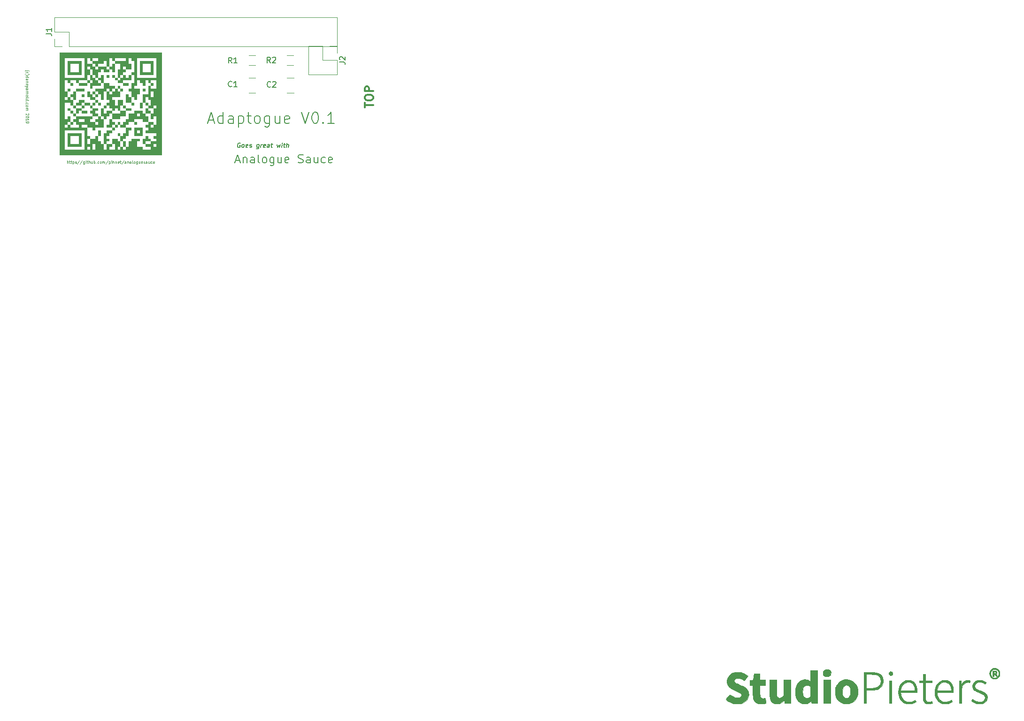
<source format=gbr>
G04 #@! TF.GenerationSoftware,KiCad,Pcbnew,(5.1.5)-2*
G04 #@! TF.CreationDate,2019-12-04T22:48:08+00:00*
G04 #@! TF.ProjectId,TTVV,54545656-2e6b-4696-9361-645f70636258,1.0.8*
G04 #@! TF.SameCoordinates,Original*
G04 #@! TF.FileFunction,Legend,Top*
G04 #@! TF.FilePolarity,Positive*
%FSLAX46Y46*%
G04 Gerber Fmt 4.6, Leading zero omitted, Abs format (unit mm)*
G04 Created by KiCad (PCBNEW (5.1.5)-2) date 2019-12-04 22:48:08*
%MOMM*%
%LPD*%
G04 APERTURE LIST*
%ADD10C,0.300000*%
%ADD11C,0.150000*%
%ADD12C,0.125000*%
%ADD13C,0.100000*%
%ADD14C,0.120000*%
%ADD15C,0.010000*%
G04 APERTURE END LIST*
D10*
X112995971Y-66175485D02*
X112995971Y-65318342D01*
X114495971Y-65746914D02*
X112995971Y-65746914D01*
X112995971Y-64532628D02*
X112995971Y-64246914D01*
X113067400Y-64104057D01*
X113210257Y-63961200D01*
X113495971Y-63889771D01*
X113995971Y-63889771D01*
X114281685Y-63961200D01*
X114424542Y-64104057D01*
X114495971Y-64246914D01*
X114495971Y-64532628D01*
X114424542Y-64675485D01*
X114281685Y-64818342D01*
X113995971Y-64889771D01*
X113495971Y-64889771D01*
X113210257Y-64818342D01*
X113067400Y-64675485D01*
X112995971Y-64532628D01*
X114495971Y-63246914D02*
X112995971Y-63246914D01*
X112995971Y-62675485D01*
X113067400Y-62532628D01*
X113138828Y-62461200D01*
X113281685Y-62389771D01*
X113495971Y-62389771D01*
X113638828Y-62461200D01*
X113710257Y-62532628D01*
X113781685Y-62675485D01*
X113781685Y-63246914D01*
D11*
X84805666Y-68456133D02*
X85758047Y-68456133D01*
X84615190Y-69027561D02*
X85281857Y-67027561D01*
X85948523Y-69027561D01*
X87472333Y-69027561D02*
X87472333Y-67027561D01*
X87472333Y-68932323D02*
X87281857Y-69027561D01*
X86900904Y-69027561D01*
X86710428Y-68932323D01*
X86615190Y-68837085D01*
X86519952Y-68646609D01*
X86519952Y-68075180D01*
X86615190Y-67884704D01*
X86710428Y-67789466D01*
X86900904Y-67694228D01*
X87281857Y-67694228D01*
X87472333Y-67789466D01*
X89281857Y-69027561D02*
X89281857Y-67979942D01*
X89186619Y-67789466D01*
X88996142Y-67694228D01*
X88615190Y-67694228D01*
X88424714Y-67789466D01*
X89281857Y-68932323D02*
X89091380Y-69027561D01*
X88615190Y-69027561D01*
X88424714Y-68932323D01*
X88329476Y-68741847D01*
X88329476Y-68551371D01*
X88424714Y-68360895D01*
X88615190Y-68265657D01*
X89091380Y-68265657D01*
X89281857Y-68170419D01*
X90234238Y-67694228D02*
X90234238Y-69694228D01*
X90234238Y-67789466D02*
X90424714Y-67694228D01*
X90805666Y-67694228D01*
X90996142Y-67789466D01*
X91091380Y-67884704D01*
X91186619Y-68075180D01*
X91186619Y-68646609D01*
X91091380Y-68837085D01*
X90996142Y-68932323D01*
X90805666Y-69027561D01*
X90424714Y-69027561D01*
X90234238Y-68932323D01*
X91758047Y-67694228D02*
X92519952Y-67694228D01*
X92043761Y-67027561D02*
X92043761Y-68741847D01*
X92139000Y-68932323D01*
X92329476Y-69027561D01*
X92519952Y-69027561D01*
X93472333Y-69027561D02*
X93281857Y-68932323D01*
X93186619Y-68837085D01*
X93091380Y-68646609D01*
X93091380Y-68075180D01*
X93186619Y-67884704D01*
X93281857Y-67789466D01*
X93472333Y-67694228D01*
X93758047Y-67694228D01*
X93948523Y-67789466D01*
X94043761Y-67884704D01*
X94139000Y-68075180D01*
X94139000Y-68646609D01*
X94043761Y-68837085D01*
X93948523Y-68932323D01*
X93758047Y-69027561D01*
X93472333Y-69027561D01*
X95853285Y-67694228D02*
X95853285Y-69313276D01*
X95758047Y-69503752D01*
X95662809Y-69598990D01*
X95472333Y-69694228D01*
X95186619Y-69694228D01*
X94996142Y-69598990D01*
X95853285Y-68932323D02*
X95662809Y-69027561D01*
X95281857Y-69027561D01*
X95091380Y-68932323D01*
X94996142Y-68837085D01*
X94900904Y-68646609D01*
X94900904Y-68075180D01*
X94996142Y-67884704D01*
X95091380Y-67789466D01*
X95281857Y-67694228D01*
X95662809Y-67694228D01*
X95853285Y-67789466D01*
X97662809Y-67694228D02*
X97662809Y-69027561D01*
X96805666Y-67694228D02*
X96805666Y-68741847D01*
X96900904Y-68932323D01*
X97091380Y-69027561D01*
X97377095Y-69027561D01*
X97567571Y-68932323D01*
X97662809Y-68837085D01*
X99377095Y-68932323D02*
X99186619Y-69027561D01*
X98805666Y-69027561D01*
X98615190Y-68932323D01*
X98519952Y-68741847D01*
X98519952Y-67979942D01*
X98615190Y-67789466D01*
X98805666Y-67694228D01*
X99186619Y-67694228D01*
X99377095Y-67789466D01*
X99472333Y-67979942D01*
X99472333Y-68170419D01*
X98519952Y-68360895D01*
X101567571Y-67027561D02*
X102234238Y-69027561D01*
X102900904Y-67027561D01*
X103948523Y-67027561D02*
X104139000Y-67027561D01*
X104329476Y-67122800D01*
X104424714Y-67218038D01*
X104519952Y-67408514D01*
X104615190Y-67789466D01*
X104615190Y-68265657D01*
X104519952Y-68646609D01*
X104424714Y-68837085D01*
X104329476Y-68932323D01*
X104139000Y-69027561D01*
X103948523Y-69027561D01*
X103758047Y-68932323D01*
X103662809Y-68837085D01*
X103567571Y-68646609D01*
X103472333Y-68265657D01*
X103472333Y-67789466D01*
X103567571Y-67408514D01*
X103662809Y-67218038D01*
X103758047Y-67122800D01*
X103948523Y-67027561D01*
X105472333Y-68837085D02*
X105567571Y-68932323D01*
X105472333Y-69027561D01*
X105377095Y-68932323D01*
X105472333Y-68837085D01*
X105472333Y-69027561D01*
X107472333Y-69027561D02*
X106329476Y-69027561D01*
X106900904Y-69027561D02*
X106900904Y-67027561D01*
X106710428Y-67313276D01*
X106519952Y-67503752D01*
X106329476Y-67598990D01*
X90557983Y-72625000D02*
X90486555Y-72586904D01*
X90372269Y-72586904D01*
X90253222Y-72625000D01*
X90167507Y-72701190D01*
X90119888Y-72777380D01*
X90062745Y-72929761D01*
X90048460Y-73044047D01*
X90067507Y-73196428D01*
X90096079Y-73272619D01*
X90162745Y-73348809D01*
X90272269Y-73386904D01*
X90348460Y-73386904D01*
X90467507Y-73348809D01*
X90510364Y-73310714D01*
X90543698Y-73044047D01*
X90391317Y-73044047D01*
X90957983Y-73386904D02*
X90886555Y-73348809D01*
X90853222Y-73310714D01*
X90824650Y-73234523D01*
X90853222Y-73005952D01*
X90900841Y-72929761D01*
X90943698Y-72891666D01*
X91024650Y-72853571D01*
X91138936Y-72853571D01*
X91210364Y-72891666D01*
X91243698Y-72929761D01*
X91272269Y-73005952D01*
X91243698Y-73234523D01*
X91196079Y-73310714D01*
X91153222Y-73348809D01*
X91072269Y-73386904D01*
X90957983Y-73386904D01*
X91877031Y-73348809D02*
X91796079Y-73386904D01*
X91643698Y-73386904D01*
X91572269Y-73348809D01*
X91543698Y-73272619D01*
X91581793Y-72967857D01*
X91629412Y-72891666D01*
X91710364Y-72853571D01*
X91862745Y-72853571D01*
X91934174Y-72891666D01*
X91962745Y-72967857D01*
X91953222Y-73044047D01*
X91562745Y-73120238D01*
X92219888Y-73348809D02*
X92291317Y-73386904D01*
X92443698Y-73386904D01*
X92524650Y-73348809D01*
X92572269Y-73272619D01*
X92577031Y-73234523D01*
X92548460Y-73158333D01*
X92477031Y-73120238D01*
X92362745Y-73120238D01*
X92291317Y-73082142D01*
X92262745Y-73005952D01*
X92267507Y-72967857D01*
X92315126Y-72891666D01*
X92396079Y-72853571D01*
X92510364Y-72853571D01*
X92581793Y-72891666D01*
X93919888Y-72853571D02*
X93838936Y-73501190D01*
X93791317Y-73577380D01*
X93748460Y-73615476D01*
X93667507Y-73653571D01*
X93553222Y-73653571D01*
X93481793Y-73615476D01*
X93857983Y-73348809D02*
X93777031Y-73386904D01*
X93624650Y-73386904D01*
X93553222Y-73348809D01*
X93519888Y-73310714D01*
X93491317Y-73234523D01*
X93519888Y-73005952D01*
X93567507Y-72929761D01*
X93610364Y-72891666D01*
X93691317Y-72853571D01*
X93843698Y-72853571D01*
X93915126Y-72891666D01*
X94234174Y-73386904D02*
X94300841Y-72853571D01*
X94281793Y-73005952D02*
X94329412Y-72929761D01*
X94372269Y-72891666D01*
X94453222Y-72853571D01*
X94529412Y-72853571D01*
X95038936Y-73348809D02*
X94957983Y-73386904D01*
X94805602Y-73386904D01*
X94734174Y-73348809D01*
X94705602Y-73272619D01*
X94743698Y-72967857D01*
X94791317Y-72891666D01*
X94872269Y-72853571D01*
X95024650Y-72853571D01*
X95096079Y-72891666D01*
X95124650Y-72967857D01*
X95115126Y-73044047D01*
X94724650Y-73120238D01*
X95757983Y-73386904D02*
X95810364Y-72967857D01*
X95781793Y-72891666D01*
X95710364Y-72853571D01*
X95557983Y-72853571D01*
X95477031Y-72891666D01*
X95762745Y-73348809D02*
X95681793Y-73386904D01*
X95491317Y-73386904D01*
X95419888Y-73348809D01*
X95391317Y-73272619D01*
X95400841Y-73196428D01*
X95448460Y-73120238D01*
X95529412Y-73082142D01*
X95719888Y-73082142D01*
X95800841Y-73044047D01*
X96091317Y-72853571D02*
X96396079Y-72853571D01*
X96238936Y-72586904D02*
X96153222Y-73272619D01*
X96181793Y-73348809D01*
X96253222Y-73386904D01*
X96329412Y-73386904D01*
X97196079Y-72853571D02*
X97281793Y-73386904D01*
X97481793Y-73005952D01*
X97586555Y-73386904D01*
X97805602Y-72853571D01*
X98043698Y-73386904D02*
X98110364Y-72853571D01*
X98143698Y-72586904D02*
X98100841Y-72625000D01*
X98134174Y-72663095D01*
X98177031Y-72625000D01*
X98143698Y-72586904D01*
X98134174Y-72663095D01*
X98377031Y-72853571D02*
X98681793Y-72853571D01*
X98524650Y-72586904D02*
X98438936Y-73272619D01*
X98467507Y-73348809D01*
X98538936Y-73386904D01*
X98615126Y-73386904D01*
X98881793Y-73386904D02*
X98981793Y-72586904D01*
X99224650Y-73386904D02*
X99277031Y-72967857D01*
X99248460Y-72891666D01*
X99177031Y-72853571D01*
X99062745Y-72853571D01*
X98981793Y-72891666D01*
X98938936Y-72929761D01*
D12*
X51678733Y-59604057D02*
X51702542Y-59580247D01*
X51773971Y-59532628D01*
X51821590Y-59508819D01*
X51893019Y-59485009D01*
X52012066Y-59461200D01*
X52107304Y-59461200D01*
X52226352Y-59485009D01*
X52297780Y-59508819D01*
X52345400Y-59532628D01*
X52416828Y-59580247D01*
X52440638Y-59604057D01*
X51893019Y-60008819D02*
X51869209Y-59961200D01*
X51869209Y-59865961D01*
X51893019Y-59818342D01*
X51916828Y-59794533D01*
X51964447Y-59770723D01*
X52107304Y-59770723D01*
X52154923Y-59794533D01*
X52178733Y-59818342D01*
X52202542Y-59865961D01*
X52202542Y-59961200D01*
X52178733Y-60008819D01*
X51678733Y-60175485D02*
X51702542Y-60199295D01*
X51773971Y-60246914D01*
X51821590Y-60270723D01*
X51893019Y-60294533D01*
X52012066Y-60318342D01*
X52107304Y-60318342D01*
X52226352Y-60294533D01*
X52297780Y-60270723D01*
X52345400Y-60246914D01*
X52416828Y-60199295D01*
X52440638Y-60175485D01*
X51869209Y-60770723D02*
X52369209Y-60770723D01*
X51893019Y-60770723D02*
X51869209Y-60723104D01*
X51869209Y-60627866D01*
X51893019Y-60580247D01*
X51916828Y-60556438D01*
X51964447Y-60532628D01*
X52107304Y-60532628D01*
X52154923Y-60556438D01*
X52178733Y-60580247D01*
X52202542Y-60627866D01*
X52202542Y-60723104D01*
X52178733Y-60770723D01*
X51869209Y-61223104D02*
X52131114Y-61223104D01*
X52178733Y-61199295D01*
X52202542Y-61151676D01*
X52202542Y-61056438D01*
X52178733Y-61008819D01*
X51893019Y-61223104D02*
X51869209Y-61175485D01*
X51869209Y-61056438D01*
X51893019Y-61008819D01*
X51940638Y-60985009D01*
X51988257Y-60985009D01*
X52035876Y-61008819D01*
X52059685Y-61056438D01*
X52059685Y-61175485D01*
X52083495Y-61223104D01*
X52202542Y-61461200D02*
X51869209Y-61461200D01*
X52154923Y-61461200D02*
X52178733Y-61485009D01*
X52202542Y-61532628D01*
X52202542Y-61604057D01*
X52178733Y-61651676D01*
X52131114Y-61675485D01*
X51869209Y-61675485D01*
X52202542Y-61913580D02*
X51869209Y-61913580D01*
X52154923Y-61913580D02*
X52178733Y-61937390D01*
X52202542Y-61985009D01*
X52202542Y-62056438D01*
X52178733Y-62104057D01*
X52131114Y-62127866D01*
X51869209Y-62127866D01*
X52202542Y-62318342D02*
X51869209Y-62437390D01*
X52202542Y-62556438D02*
X51869209Y-62437390D01*
X51750161Y-62389771D01*
X51726352Y-62365961D01*
X51702542Y-62318342D01*
X51869209Y-62961200D02*
X52131114Y-62961200D01*
X52178733Y-62937390D01*
X52202542Y-62889771D01*
X52202542Y-62794533D01*
X52178733Y-62746914D01*
X51893019Y-62961200D02*
X51869209Y-62913580D01*
X51869209Y-62794533D01*
X51893019Y-62746914D01*
X51940638Y-62723104D01*
X51988257Y-62723104D01*
X52035876Y-62746914D01*
X52059685Y-62794533D01*
X52059685Y-62913580D01*
X52083495Y-62961200D01*
X51869209Y-63199295D02*
X52202542Y-63199295D01*
X52107304Y-63199295D02*
X52154923Y-63223104D01*
X52178733Y-63246914D01*
X52202542Y-63294533D01*
X52202542Y-63342152D01*
X52202542Y-63508819D02*
X51869209Y-63508819D01*
X52154923Y-63508819D02*
X52178733Y-63532628D01*
X52202542Y-63580247D01*
X52202542Y-63651676D01*
X52178733Y-63699295D01*
X52131114Y-63723104D01*
X51869209Y-63723104D01*
X51869209Y-64032628D02*
X51893019Y-63985009D01*
X51916828Y-63961200D01*
X51964447Y-63937390D01*
X52107304Y-63937390D01*
X52154923Y-63961200D01*
X52178733Y-63985009D01*
X52202542Y-64032628D01*
X52202542Y-64104057D01*
X52178733Y-64151676D01*
X52154923Y-64175485D01*
X52107304Y-64199295D01*
X51964447Y-64199295D01*
X51916828Y-64175485D01*
X51893019Y-64151676D01*
X51869209Y-64104057D01*
X51869209Y-64032628D01*
X51869209Y-64485009D02*
X51893019Y-64437390D01*
X51940638Y-64413580D01*
X52369209Y-64413580D01*
X51869209Y-64889771D02*
X52369209Y-64889771D01*
X51893019Y-64889771D02*
X51869209Y-64842152D01*
X51869209Y-64746914D01*
X51893019Y-64699295D01*
X51916828Y-64675485D01*
X51964447Y-64651676D01*
X52107304Y-64651676D01*
X52154923Y-64675485D01*
X52178733Y-64699295D01*
X52202542Y-64746914D01*
X52202542Y-64842152D01*
X52178733Y-64889771D01*
X51916828Y-65127866D02*
X51893019Y-65151676D01*
X51869209Y-65127866D01*
X51893019Y-65104057D01*
X51916828Y-65127866D01*
X51869209Y-65127866D01*
X51893019Y-65580247D02*
X51869209Y-65532628D01*
X51869209Y-65437390D01*
X51893019Y-65389771D01*
X51916828Y-65365961D01*
X51964447Y-65342152D01*
X52107304Y-65342152D01*
X52154923Y-65365961D01*
X52178733Y-65389771D01*
X52202542Y-65437390D01*
X52202542Y-65532628D01*
X52178733Y-65580247D01*
X51869209Y-65865961D02*
X51893019Y-65818342D01*
X51916828Y-65794533D01*
X51964447Y-65770723D01*
X52107304Y-65770723D01*
X52154923Y-65794533D01*
X52178733Y-65818342D01*
X52202542Y-65865961D01*
X52202542Y-65937390D01*
X52178733Y-65985009D01*
X52154923Y-66008819D01*
X52107304Y-66032628D01*
X51964447Y-66032628D01*
X51916828Y-66008819D01*
X51893019Y-65985009D01*
X51869209Y-65937390D01*
X51869209Y-65865961D01*
X51869209Y-66246914D02*
X52202542Y-66246914D01*
X52154923Y-66246914D02*
X52178733Y-66270723D01*
X52202542Y-66318342D01*
X52202542Y-66389771D01*
X52178733Y-66437390D01*
X52131114Y-66461200D01*
X51869209Y-66461200D01*
X52131114Y-66461200D02*
X52178733Y-66485009D01*
X52202542Y-66532628D01*
X52202542Y-66604057D01*
X52178733Y-66651676D01*
X52131114Y-66675485D01*
X51869209Y-66675485D01*
X52321590Y-67270723D02*
X52345400Y-67294533D01*
X52369209Y-67342152D01*
X52369209Y-67461200D01*
X52345400Y-67508819D01*
X52321590Y-67532628D01*
X52273971Y-67556438D01*
X52226352Y-67556438D01*
X52154923Y-67532628D01*
X51869209Y-67246914D01*
X51869209Y-67556438D01*
X52369209Y-67865961D02*
X52369209Y-67913580D01*
X52345400Y-67961200D01*
X52321590Y-67985009D01*
X52273971Y-68008819D01*
X52178733Y-68032628D01*
X52059685Y-68032628D01*
X51964447Y-68008819D01*
X51916828Y-67985009D01*
X51893019Y-67961200D01*
X51869209Y-67913580D01*
X51869209Y-67865961D01*
X51893019Y-67818342D01*
X51916828Y-67794533D01*
X51964447Y-67770723D01*
X52059685Y-67746914D01*
X52178733Y-67746914D01*
X52273971Y-67770723D01*
X52321590Y-67794533D01*
X52345400Y-67818342D01*
X52369209Y-67865961D01*
X51869209Y-68508819D02*
X51869209Y-68223104D01*
X51869209Y-68365961D02*
X52369209Y-68365961D01*
X52297780Y-68318342D01*
X52250161Y-68270723D01*
X52226352Y-68223104D01*
X51869209Y-68746914D02*
X51869209Y-68842152D01*
X51893019Y-68889771D01*
X51916828Y-68913580D01*
X51988257Y-68961200D01*
X52083495Y-68985009D01*
X52273971Y-68985009D01*
X52321590Y-68961200D01*
X52345400Y-68937390D01*
X52369209Y-68889771D01*
X52369209Y-68794533D01*
X52345400Y-68746914D01*
X52321590Y-68723104D01*
X52273971Y-68699295D01*
X52154923Y-68699295D01*
X52107304Y-68723104D01*
X52083495Y-68746914D01*
X52059685Y-68794533D01*
X52059685Y-68889771D01*
X52083495Y-68937390D01*
X52107304Y-68961200D01*
X52154923Y-68985009D01*
D11*
X89736114Y-75764200D02*
X90450400Y-75764200D01*
X89593257Y-76192771D02*
X90093257Y-74692771D01*
X90593257Y-76192771D01*
X91093257Y-75192771D02*
X91093257Y-76192771D01*
X91093257Y-75335628D02*
X91164685Y-75264200D01*
X91307542Y-75192771D01*
X91521828Y-75192771D01*
X91664685Y-75264200D01*
X91736114Y-75407057D01*
X91736114Y-76192771D01*
X93093257Y-76192771D02*
X93093257Y-75407057D01*
X93021828Y-75264200D01*
X92878971Y-75192771D01*
X92593257Y-75192771D01*
X92450400Y-75264200D01*
X93093257Y-76121342D02*
X92950400Y-76192771D01*
X92593257Y-76192771D01*
X92450400Y-76121342D01*
X92378971Y-75978485D01*
X92378971Y-75835628D01*
X92450400Y-75692771D01*
X92593257Y-75621342D01*
X92950400Y-75621342D01*
X93093257Y-75549914D01*
X94021828Y-76192771D02*
X93878971Y-76121342D01*
X93807542Y-75978485D01*
X93807542Y-74692771D01*
X94807542Y-76192771D02*
X94664685Y-76121342D01*
X94593257Y-76049914D01*
X94521828Y-75907057D01*
X94521828Y-75478485D01*
X94593257Y-75335628D01*
X94664685Y-75264200D01*
X94807542Y-75192771D01*
X95021828Y-75192771D01*
X95164685Y-75264200D01*
X95236114Y-75335628D01*
X95307542Y-75478485D01*
X95307542Y-75907057D01*
X95236114Y-76049914D01*
X95164685Y-76121342D01*
X95021828Y-76192771D01*
X94807542Y-76192771D01*
X96593257Y-75192771D02*
X96593257Y-76407057D01*
X96521828Y-76549914D01*
X96450400Y-76621342D01*
X96307542Y-76692771D01*
X96093257Y-76692771D01*
X95950400Y-76621342D01*
X96593257Y-76121342D02*
X96450400Y-76192771D01*
X96164685Y-76192771D01*
X96021828Y-76121342D01*
X95950400Y-76049914D01*
X95878971Y-75907057D01*
X95878971Y-75478485D01*
X95950400Y-75335628D01*
X96021828Y-75264200D01*
X96164685Y-75192771D01*
X96450400Y-75192771D01*
X96593257Y-75264200D01*
X97950400Y-75192771D02*
X97950400Y-76192771D01*
X97307542Y-75192771D02*
X97307542Y-75978485D01*
X97378971Y-76121342D01*
X97521828Y-76192771D01*
X97736114Y-76192771D01*
X97878971Y-76121342D01*
X97950400Y-76049914D01*
X99236114Y-76121342D02*
X99093257Y-76192771D01*
X98807542Y-76192771D01*
X98664685Y-76121342D01*
X98593257Y-75978485D01*
X98593257Y-75407057D01*
X98664685Y-75264200D01*
X98807542Y-75192771D01*
X99093257Y-75192771D01*
X99236114Y-75264200D01*
X99307542Y-75407057D01*
X99307542Y-75549914D01*
X98593257Y-75692771D01*
X101021828Y-76121342D02*
X101236114Y-76192771D01*
X101593257Y-76192771D01*
X101736114Y-76121342D01*
X101807542Y-76049914D01*
X101878971Y-75907057D01*
X101878971Y-75764200D01*
X101807542Y-75621342D01*
X101736114Y-75549914D01*
X101593257Y-75478485D01*
X101307542Y-75407057D01*
X101164685Y-75335628D01*
X101093257Y-75264200D01*
X101021828Y-75121342D01*
X101021828Y-74978485D01*
X101093257Y-74835628D01*
X101164685Y-74764200D01*
X101307542Y-74692771D01*
X101664685Y-74692771D01*
X101878971Y-74764200D01*
X103164685Y-76192771D02*
X103164685Y-75407057D01*
X103093257Y-75264200D01*
X102950400Y-75192771D01*
X102664685Y-75192771D01*
X102521828Y-75264200D01*
X103164685Y-76121342D02*
X103021828Y-76192771D01*
X102664685Y-76192771D01*
X102521828Y-76121342D01*
X102450400Y-75978485D01*
X102450400Y-75835628D01*
X102521828Y-75692771D01*
X102664685Y-75621342D01*
X103021828Y-75621342D01*
X103164685Y-75549914D01*
X104521828Y-75192771D02*
X104521828Y-76192771D01*
X103878971Y-75192771D02*
X103878971Y-75978485D01*
X103950400Y-76121342D01*
X104093257Y-76192771D01*
X104307542Y-76192771D01*
X104450400Y-76121342D01*
X104521828Y-76049914D01*
X105878971Y-76121342D02*
X105736114Y-76192771D01*
X105450400Y-76192771D01*
X105307542Y-76121342D01*
X105236114Y-76049914D01*
X105164685Y-75907057D01*
X105164685Y-75478485D01*
X105236114Y-75335628D01*
X105307542Y-75264200D01*
X105450400Y-75192771D01*
X105736114Y-75192771D01*
X105878971Y-75264200D01*
X107093257Y-76121342D02*
X106950400Y-76192771D01*
X106664685Y-76192771D01*
X106521828Y-76121342D01*
X106450400Y-75978485D01*
X106450400Y-75407057D01*
X106521828Y-75264200D01*
X106664685Y-75192771D01*
X106950400Y-75192771D01*
X107093257Y-75264200D01*
X107164685Y-75407057D01*
X107164685Y-75549914D01*
X106450400Y-75692771D01*
D13*
G36*
X76433000Y-74807400D02*
G01*
X76433000Y-74307400D01*
X75933000Y-74307400D01*
X75933000Y-74807400D01*
X76433000Y-74807400D01*
G37*
G36*
X75933000Y-74807400D02*
G01*
X75933000Y-74307400D01*
X75433000Y-74307400D01*
X75433000Y-74807400D01*
X75933000Y-74807400D01*
G37*
G36*
X75433000Y-74807400D02*
G01*
X75433000Y-74307400D01*
X74933000Y-74307400D01*
X74933000Y-74807400D01*
X75433000Y-74807400D01*
G37*
G36*
X74933000Y-74807400D02*
G01*
X74933000Y-74307400D01*
X74433000Y-74307400D01*
X74433000Y-74807400D01*
X74933000Y-74807400D01*
G37*
G36*
X74433000Y-74807400D02*
G01*
X74433000Y-74307400D01*
X73933000Y-74307400D01*
X73933000Y-74807400D01*
X74433000Y-74807400D01*
G37*
G36*
X73933000Y-74807400D02*
G01*
X73933000Y-74307400D01*
X73433000Y-74307400D01*
X73433000Y-74807400D01*
X73933000Y-74807400D01*
G37*
G36*
X73433000Y-74807400D02*
G01*
X73433000Y-74307400D01*
X72933000Y-74307400D01*
X72933000Y-74807400D01*
X73433000Y-74807400D01*
G37*
G36*
X72933000Y-74807400D02*
G01*
X72933000Y-74307400D01*
X72433000Y-74307400D01*
X72433000Y-74807400D01*
X72933000Y-74807400D01*
G37*
G36*
X72433000Y-74807400D02*
G01*
X72433000Y-74307400D01*
X71933000Y-74307400D01*
X71933000Y-74807400D01*
X72433000Y-74807400D01*
G37*
G36*
X71933000Y-74807400D02*
G01*
X71933000Y-74307400D01*
X71433000Y-74307400D01*
X71433000Y-74807400D01*
X71933000Y-74807400D01*
G37*
G36*
X71433000Y-74807400D02*
G01*
X71433000Y-74307400D01*
X70933000Y-74307400D01*
X70933000Y-74807400D01*
X71433000Y-74807400D01*
G37*
G36*
X70933000Y-74807400D02*
G01*
X70933000Y-74307400D01*
X70433000Y-74307400D01*
X70433000Y-74807400D01*
X70933000Y-74807400D01*
G37*
G36*
X70433000Y-74807400D02*
G01*
X70433000Y-74307400D01*
X69933000Y-74307400D01*
X69933000Y-74807400D01*
X70433000Y-74807400D01*
G37*
G36*
X69933000Y-74807400D02*
G01*
X69933000Y-74307400D01*
X69433000Y-74307400D01*
X69433000Y-74807400D01*
X69933000Y-74807400D01*
G37*
G36*
X69433000Y-74807400D02*
G01*
X69433000Y-74307400D01*
X68933000Y-74307400D01*
X68933000Y-74807400D01*
X69433000Y-74807400D01*
G37*
G36*
X68933000Y-74807400D02*
G01*
X68933000Y-74307400D01*
X68433000Y-74307400D01*
X68433000Y-74807400D01*
X68933000Y-74807400D01*
G37*
G36*
X68433000Y-74807400D02*
G01*
X68433000Y-74307400D01*
X67933000Y-74307400D01*
X67933000Y-74807400D01*
X68433000Y-74807400D01*
G37*
G36*
X67933000Y-74807400D02*
G01*
X67933000Y-74307400D01*
X67433000Y-74307400D01*
X67433000Y-74807400D01*
X67933000Y-74807400D01*
G37*
G36*
X67433000Y-74807400D02*
G01*
X67433000Y-74307400D01*
X66933000Y-74307400D01*
X66933000Y-74807400D01*
X67433000Y-74807400D01*
G37*
G36*
X66933000Y-74807400D02*
G01*
X66933000Y-74307400D01*
X66433000Y-74307400D01*
X66433000Y-74807400D01*
X66933000Y-74807400D01*
G37*
G36*
X66433000Y-74807400D02*
G01*
X66433000Y-74307400D01*
X65933000Y-74307400D01*
X65933000Y-74807400D01*
X66433000Y-74807400D01*
G37*
G36*
X65933000Y-74807400D02*
G01*
X65933000Y-74307400D01*
X65433000Y-74307400D01*
X65433000Y-74807400D01*
X65933000Y-74807400D01*
G37*
G36*
X65433000Y-74807400D02*
G01*
X65433000Y-74307400D01*
X64933000Y-74307400D01*
X64933000Y-74807400D01*
X65433000Y-74807400D01*
G37*
G36*
X64933000Y-74807400D02*
G01*
X64933000Y-74307400D01*
X64433000Y-74307400D01*
X64433000Y-74807400D01*
X64933000Y-74807400D01*
G37*
G36*
X64433000Y-74807400D02*
G01*
X64433000Y-74307400D01*
X63933000Y-74307400D01*
X63933000Y-74807400D01*
X64433000Y-74807400D01*
G37*
G36*
X63933000Y-74807400D02*
G01*
X63933000Y-74307400D01*
X63433000Y-74307400D01*
X63433000Y-74807400D01*
X63933000Y-74807400D01*
G37*
G36*
X63433000Y-74807400D02*
G01*
X63433000Y-74307400D01*
X62933000Y-74307400D01*
X62933000Y-74807400D01*
X63433000Y-74807400D01*
G37*
G36*
X62933000Y-74807400D02*
G01*
X62933000Y-74307400D01*
X62433000Y-74307400D01*
X62433000Y-74807400D01*
X62933000Y-74807400D01*
G37*
G36*
X62433000Y-74807400D02*
G01*
X62433000Y-74307400D01*
X61933000Y-74307400D01*
X61933000Y-74807400D01*
X62433000Y-74807400D01*
G37*
G36*
X61933000Y-74807400D02*
G01*
X61933000Y-74307400D01*
X61433000Y-74307400D01*
X61433000Y-74807400D01*
X61933000Y-74807400D01*
G37*
G36*
X61433000Y-74807400D02*
G01*
X61433000Y-74307400D01*
X60933000Y-74307400D01*
X60933000Y-74807400D01*
X61433000Y-74807400D01*
G37*
G36*
X60933000Y-74807400D02*
G01*
X60933000Y-74307400D01*
X60433000Y-74307400D01*
X60433000Y-74807400D01*
X60933000Y-74807400D01*
G37*
G36*
X60433000Y-74807400D02*
G01*
X60433000Y-74307400D01*
X59933000Y-74307400D01*
X59933000Y-74807400D01*
X60433000Y-74807400D01*
G37*
G36*
X59933000Y-74807400D02*
G01*
X59933000Y-74307400D01*
X59433000Y-74307400D01*
X59433000Y-74807400D01*
X59933000Y-74807400D01*
G37*
G36*
X59433000Y-74807400D02*
G01*
X59433000Y-74307400D01*
X58933000Y-74307400D01*
X58933000Y-74807400D01*
X59433000Y-74807400D01*
G37*
G36*
X58933000Y-74807400D02*
G01*
X58933000Y-74307400D01*
X58433000Y-74307400D01*
X58433000Y-74807400D01*
X58933000Y-74807400D01*
G37*
G36*
X58433000Y-74807400D02*
G01*
X58433000Y-74307400D01*
X57933000Y-74307400D01*
X57933000Y-74807400D01*
X58433000Y-74807400D01*
G37*
G36*
X76433000Y-74307400D02*
G01*
X76433000Y-73807400D01*
X75933000Y-73807400D01*
X75933000Y-74307400D01*
X76433000Y-74307400D01*
G37*
G36*
X75933000Y-74307400D02*
G01*
X75933000Y-73807400D01*
X75433000Y-73807400D01*
X75433000Y-74307400D01*
X75933000Y-74307400D01*
G37*
G36*
X75433000Y-74307400D02*
G01*
X75433000Y-73807400D01*
X74933000Y-73807400D01*
X74933000Y-74307400D01*
X75433000Y-74307400D01*
G37*
G36*
X74933000Y-74307400D02*
G01*
X74933000Y-73807400D01*
X74433000Y-73807400D01*
X74433000Y-74307400D01*
X74933000Y-74307400D01*
G37*
G36*
X74433000Y-74307400D02*
G01*
X74433000Y-73807400D01*
X73933000Y-73807400D01*
X73933000Y-74307400D01*
X74433000Y-74307400D01*
G37*
G36*
X73933000Y-74307400D02*
G01*
X73933000Y-73807400D01*
X73433000Y-73807400D01*
X73433000Y-74307400D01*
X73933000Y-74307400D01*
G37*
G36*
X73433000Y-74307400D02*
G01*
X73433000Y-73807400D01*
X72933000Y-73807400D01*
X72933000Y-74307400D01*
X73433000Y-74307400D01*
G37*
G36*
X72933000Y-74307400D02*
G01*
X72933000Y-73807400D01*
X72433000Y-73807400D01*
X72433000Y-74307400D01*
X72933000Y-74307400D01*
G37*
G36*
X72433000Y-74307400D02*
G01*
X72433000Y-73807400D01*
X71933000Y-73807400D01*
X71933000Y-74307400D01*
X72433000Y-74307400D01*
G37*
G36*
X71933000Y-74307400D02*
G01*
X71933000Y-73807400D01*
X71433000Y-73807400D01*
X71433000Y-74307400D01*
X71933000Y-74307400D01*
G37*
G36*
X71433000Y-74307400D02*
G01*
X71433000Y-73807400D01*
X70933000Y-73807400D01*
X70933000Y-74307400D01*
X71433000Y-74307400D01*
G37*
G36*
X70933000Y-74307400D02*
G01*
X70933000Y-73807400D01*
X70433000Y-73807400D01*
X70433000Y-74307400D01*
X70933000Y-74307400D01*
G37*
G36*
X70433000Y-74307400D02*
G01*
X70433000Y-73807400D01*
X69933000Y-73807400D01*
X69933000Y-74307400D01*
X70433000Y-74307400D01*
G37*
G36*
X69933000Y-74307400D02*
G01*
X69933000Y-73807400D01*
X69433000Y-73807400D01*
X69433000Y-74307400D01*
X69933000Y-74307400D01*
G37*
G36*
X69433000Y-74307400D02*
G01*
X69433000Y-73807400D01*
X68933000Y-73807400D01*
X68933000Y-74307400D01*
X69433000Y-74307400D01*
G37*
G36*
X68933000Y-74307400D02*
G01*
X68933000Y-73807400D01*
X68433000Y-73807400D01*
X68433000Y-74307400D01*
X68933000Y-74307400D01*
G37*
G36*
X68433000Y-74307400D02*
G01*
X68433000Y-73807400D01*
X67933000Y-73807400D01*
X67933000Y-74307400D01*
X68433000Y-74307400D01*
G37*
G36*
X67933000Y-74307400D02*
G01*
X67933000Y-73807400D01*
X67433000Y-73807400D01*
X67433000Y-74307400D01*
X67933000Y-74307400D01*
G37*
G36*
X67433000Y-74307400D02*
G01*
X67433000Y-73807400D01*
X66933000Y-73807400D01*
X66933000Y-74307400D01*
X67433000Y-74307400D01*
G37*
G36*
X66933000Y-74307400D02*
G01*
X66933000Y-73807400D01*
X66433000Y-73807400D01*
X66433000Y-74307400D01*
X66933000Y-74307400D01*
G37*
G36*
X66433000Y-74307400D02*
G01*
X66433000Y-73807400D01*
X65933000Y-73807400D01*
X65933000Y-74307400D01*
X66433000Y-74307400D01*
G37*
G36*
X65933000Y-74307400D02*
G01*
X65933000Y-73807400D01*
X65433000Y-73807400D01*
X65433000Y-74307400D01*
X65933000Y-74307400D01*
G37*
G36*
X65433000Y-74307400D02*
G01*
X65433000Y-73807400D01*
X64933000Y-73807400D01*
X64933000Y-74307400D01*
X65433000Y-74307400D01*
G37*
G36*
X64933000Y-74307400D02*
G01*
X64933000Y-73807400D01*
X64433000Y-73807400D01*
X64433000Y-74307400D01*
X64933000Y-74307400D01*
G37*
G36*
X64433000Y-74307400D02*
G01*
X64433000Y-73807400D01*
X63933000Y-73807400D01*
X63933000Y-74307400D01*
X64433000Y-74307400D01*
G37*
G36*
X63933000Y-74307400D02*
G01*
X63933000Y-73807400D01*
X63433000Y-73807400D01*
X63433000Y-74307400D01*
X63933000Y-74307400D01*
G37*
G36*
X63433000Y-74307400D02*
G01*
X63433000Y-73807400D01*
X62933000Y-73807400D01*
X62933000Y-74307400D01*
X63433000Y-74307400D01*
G37*
G36*
X62933000Y-74307400D02*
G01*
X62933000Y-73807400D01*
X62433000Y-73807400D01*
X62433000Y-74307400D01*
X62933000Y-74307400D01*
G37*
G36*
X62433000Y-74307400D02*
G01*
X62433000Y-73807400D01*
X61933000Y-73807400D01*
X61933000Y-74307400D01*
X62433000Y-74307400D01*
G37*
G36*
X61933000Y-74307400D02*
G01*
X61933000Y-73807400D01*
X61433000Y-73807400D01*
X61433000Y-74307400D01*
X61933000Y-74307400D01*
G37*
G36*
X61433000Y-74307400D02*
G01*
X61433000Y-73807400D01*
X60933000Y-73807400D01*
X60933000Y-74307400D01*
X61433000Y-74307400D01*
G37*
G36*
X60933000Y-74307400D02*
G01*
X60933000Y-73807400D01*
X60433000Y-73807400D01*
X60433000Y-74307400D01*
X60933000Y-74307400D01*
G37*
G36*
X60433000Y-74307400D02*
G01*
X60433000Y-73807400D01*
X59933000Y-73807400D01*
X59933000Y-74307400D01*
X60433000Y-74307400D01*
G37*
G36*
X59933000Y-74307400D02*
G01*
X59933000Y-73807400D01*
X59433000Y-73807400D01*
X59433000Y-74307400D01*
X59933000Y-74307400D01*
G37*
G36*
X59433000Y-74307400D02*
G01*
X59433000Y-73807400D01*
X58933000Y-73807400D01*
X58933000Y-74307400D01*
X59433000Y-74307400D01*
G37*
G36*
X58933000Y-74307400D02*
G01*
X58933000Y-73807400D01*
X58433000Y-73807400D01*
X58433000Y-74307400D01*
X58933000Y-74307400D01*
G37*
G36*
X58433000Y-74307400D02*
G01*
X58433000Y-73807400D01*
X57933000Y-73807400D01*
X57933000Y-74307400D01*
X58433000Y-74307400D01*
G37*
G36*
X76433000Y-73807400D02*
G01*
X76433000Y-73307400D01*
X75933000Y-73307400D01*
X75933000Y-73807400D01*
X76433000Y-73807400D01*
G37*
G36*
X75933000Y-73807400D02*
G01*
X75933000Y-73307400D01*
X75433000Y-73307400D01*
X75433000Y-73807400D01*
X75933000Y-73807400D01*
G37*
G36*
X75433000Y-73807400D02*
G01*
X75433000Y-73307400D01*
X74933000Y-73307400D01*
X74933000Y-73807400D01*
X75433000Y-73807400D01*
G37*
G36*
X74933000Y-73807400D02*
G01*
X74933000Y-73307400D01*
X74433000Y-73307400D01*
X74433000Y-73807400D01*
X74933000Y-73807400D01*
G37*
G36*
X72933000Y-73807400D02*
G01*
X72933000Y-73307400D01*
X72433000Y-73307400D01*
X72433000Y-73807400D01*
X72933000Y-73807400D01*
G37*
G36*
X72433000Y-73807400D02*
G01*
X72433000Y-73307400D01*
X71933000Y-73307400D01*
X71933000Y-73807400D01*
X72433000Y-73807400D01*
G37*
G36*
X71933000Y-73807400D02*
G01*
X71933000Y-73307400D01*
X71433000Y-73307400D01*
X71433000Y-73807400D01*
X71933000Y-73807400D01*
G37*
G36*
X71433000Y-73807400D02*
G01*
X71433000Y-73307400D01*
X70933000Y-73307400D01*
X70933000Y-73807400D01*
X71433000Y-73807400D01*
G37*
G36*
X70933000Y-73807400D02*
G01*
X70933000Y-73307400D01*
X70433000Y-73307400D01*
X70433000Y-73807400D01*
X70933000Y-73807400D01*
G37*
G36*
X70433000Y-73807400D02*
G01*
X70433000Y-73307400D01*
X69933000Y-73307400D01*
X69933000Y-73807400D01*
X70433000Y-73807400D01*
G37*
G36*
X69433000Y-73807400D02*
G01*
X69433000Y-73307400D01*
X68933000Y-73307400D01*
X68933000Y-73807400D01*
X69433000Y-73807400D01*
G37*
G36*
X68433000Y-73807400D02*
G01*
X68433000Y-73307400D01*
X67933000Y-73307400D01*
X67933000Y-73807400D01*
X68433000Y-73807400D01*
G37*
G36*
X66933000Y-73807400D02*
G01*
X66933000Y-73307400D01*
X66433000Y-73307400D01*
X66433000Y-73807400D01*
X66933000Y-73807400D01*
G37*
G36*
X65933000Y-73807400D02*
G01*
X65933000Y-73307400D01*
X65433000Y-73307400D01*
X65433000Y-73807400D01*
X65933000Y-73807400D01*
G37*
G36*
X65433000Y-73807400D02*
G01*
X65433000Y-73307400D01*
X64933000Y-73307400D01*
X64933000Y-73807400D01*
X65433000Y-73807400D01*
G37*
G36*
X64933000Y-73807400D02*
G01*
X64933000Y-73307400D01*
X64433000Y-73307400D01*
X64433000Y-73807400D01*
X64933000Y-73807400D01*
G37*
G36*
X63933000Y-73807400D02*
G01*
X63933000Y-73307400D01*
X63433000Y-73307400D01*
X63433000Y-73807400D01*
X63933000Y-73807400D01*
G37*
G36*
X62933000Y-73807400D02*
G01*
X62933000Y-73307400D01*
X62433000Y-73307400D01*
X62433000Y-73807400D01*
X62933000Y-73807400D01*
G37*
G36*
X58933000Y-73807400D02*
G01*
X58933000Y-73307400D01*
X58433000Y-73307400D01*
X58433000Y-73807400D01*
X58933000Y-73807400D01*
G37*
G36*
X58433000Y-73807400D02*
G01*
X58433000Y-73307400D01*
X57933000Y-73307400D01*
X57933000Y-73807400D01*
X58433000Y-73807400D01*
G37*
G36*
X76433000Y-73307400D02*
G01*
X76433000Y-72807400D01*
X75933000Y-72807400D01*
X75933000Y-73307400D01*
X76433000Y-73307400D01*
G37*
G36*
X75933000Y-73307400D02*
G01*
X75933000Y-72807400D01*
X75433000Y-72807400D01*
X75433000Y-73307400D01*
X75933000Y-73307400D01*
G37*
G36*
X74933000Y-73307400D02*
G01*
X74933000Y-72807400D01*
X74433000Y-72807400D01*
X74433000Y-73307400D01*
X74933000Y-73307400D01*
G37*
G36*
X74433000Y-73307400D02*
G01*
X74433000Y-72807400D01*
X73933000Y-72807400D01*
X73933000Y-73307400D01*
X74433000Y-73307400D01*
G37*
G36*
X73933000Y-73307400D02*
G01*
X73933000Y-72807400D01*
X73433000Y-72807400D01*
X73433000Y-73307400D01*
X73933000Y-73307400D01*
G37*
G36*
X71933000Y-73307400D02*
G01*
X71933000Y-72807400D01*
X71433000Y-72807400D01*
X71433000Y-73307400D01*
X71933000Y-73307400D01*
G37*
G36*
X71433000Y-73307400D02*
G01*
X71433000Y-72807400D01*
X70933000Y-72807400D01*
X70933000Y-73307400D01*
X71433000Y-73307400D01*
G37*
G36*
X70933000Y-73307400D02*
G01*
X70933000Y-72807400D01*
X70433000Y-72807400D01*
X70433000Y-73307400D01*
X70933000Y-73307400D01*
G37*
G36*
X69933000Y-73307400D02*
G01*
X69933000Y-72807400D01*
X69433000Y-72807400D01*
X69433000Y-73307400D01*
X69933000Y-73307400D01*
G37*
G36*
X68933000Y-73307400D02*
G01*
X68933000Y-72807400D01*
X68433000Y-72807400D01*
X68433000Y-73307400D01*
X68933000Y-73307400D01*
G37*
G36*
X68433000Y-73307400D02*
G01*
X68433000Y-72807400D01*
X67933000Y-72807400D01*
X67933000Y-73307400D01*
X68433000Y-73307400D01*
G37*
G36*
X67433000Y-73307400D02*
G01*
X67433000Y-72807400D01*
X66933000Y-72807400D01*
X66933000Y-73307400D01*
X67433000Y-73307400D01*
G37*
G36*
X66933000Y-73307400D02*
G01*
X66933000Y-72807400D01*
X66433000Y-72807400D01*
X66433000Y-73307400D01*
X66933000Y-73307400D01*
G37*
G36*
X65933000Y-73307400D02*
G01*
X65933000Y-72807400D01*
X65433000Y-72807400D01*
X65433000Y-73307400D01*
X65933000Y-73307400D01*
G37*
G36*
X65433000Y-73307400D02*
G01*
X65433000Y-72807400D01*
X64933000Y-72807400D01*
X64933000Y-73307400D01*
X65433000Y-73307400D01*
G37*
G36*
X64933000Y-73307400D02*
G01*
X64933000Y-72807400D01*
X64433000Y-72807400D01*
X64433000Y-73307400D01*
X64933000Y-73307400D01*
G37*
G36*
X63933000Y-73307400D02*
G01*
X63933000Y-72807400D01*
X63433000Y-72807400D01*
X63433000Y-73307400D01*
X63933000Y-73307400D01*
G37*
G36*
X63433000Y-73307400D02*
G01*
X63433000Y-72807400D01*
X62933000Y-72807400D01*
X62933000Y-73307400D01*
X63433000Y-73307400D01*
G37*
G36*
X62933000Y-73307400D02*
G01*
X62933000Y-72807400D01*
X62433000Y-72807400D01*
X62433000Y-73307400D01*
X62933000Y-73307400D01*
G37*
G36*
X61933000Y-73307400D02*
G01*
X61933000Y-72807400D01*
X61433000Y-72807400D01*
X61433000Y-73307400D01*
X61933000Y-73307400D01*
G37*
G36*
X61433000Y-73307400D02*
G01*
X61433000Y-72807400D01*
X60933000Y-72807400D01*
X60933000Y-73307400D01*
X61433000Y-73307400D01*
G37*
G36*
X60933000Y-73307400D02*
G01*
X60933000Y-72807400D01*
X60433000Y-72807400D01*
X60433000Y-73307400D01*
X60933000Y-73307400D01*
G37*
G36*
X60433000Y-73307400D02*
G01*
X60433000Y-72807400D01*
X59933000Y-72807400D01*
X59933000Y-73307400D01*
X60433000Y-73307400D01*
G37*
G36*
X59933000Y-73307400D02*
G01*
X59933000Y-72807400D01*
X59433000Y-72807400D01*
X59433000Y-73307400D01*
X59933000Y-73307400D01*
G37*
G36*
X58933000Y-73307400D02*
G01*
X58933000Y-72807400D01*
X58433000Y-72807400D01*
X58433000Y-73307400D01*
X58933000Y-73307400D01*
G37*
G36*
X58433000Y-73307400D02*
G01*
X58433000Y-72807400D01*
X57933000Y-72807400D01*
X57933000Y-73307400D01*
X58433000Y-73307400D01*
G37*
G36*
X76433000Y-72807400D02*
G01*
X76433000Y-72307400D01*
X75933000Y-72307400D01*
X75933000Y-72807400D01*
X76433000Y-72807400D01*
G37*
G36*
X75933000Y-72807400D02*
G01*
X75933000Y-72307400D01*
X75433000Y-72307400D01*
X75433000Y-72807400D01*
X75933000Y-72807400D01*
G37*
G36*
X75433000Y-72807400D02*
G01*
X75433000Y-72307400D01*
X74933000Y-72307400D01*
X74933000Y-72807400D01*
X75433000Y-72807400D01*
G37*
G36*
X74933000Y-72807400D02*
G01*
X74933000Y-72307400D01*
X74433000Y-72307400D01*
X74433000Y-72807400D01*
X74933000Y-72807400D01*
G37*
G36*
X73433000Y-72807400D02*
G01*
X73433000Y-72307400D01*
X72933000Y-72307400D01*
X72933000Y-72807400D01*
X73433000Y-72807400D01*
G37*
G36*
X71933000Y-72807400D02*
G01*
X71933000Y-72307400D01*
X71433000Y-72307400D01*
X71433000Y-72807400D01*
X71933000Y-72807400D01*
G37*
G36*
X71433000Y-72807400D02*
G01*
X71433000Y-72307400D01*
X70933000Y-72307400D01*
X70933000Y-72807400D01*
X71433000Y-72807400D01*
G37*
G36*
X70933000Y-72807400D02*
G01*
X70933000Y-72307400D01*
X70433000Y-72307400D01*
X70433000Y-72807400D01*
X70933000Y-72807400D01*
G37*
G36*
X69933000Y-72807400D02*
G01*
X69933000Y-72307400D01*
X69433000Y-72307400D01*
X69433000Y-72807400D01*
X69933000Y-72807400D01*
G37*
G36*
X68933000Y-72807400D02*
G01*
X68933000Y-72307400D01*
X68433000Y-72307400D01*
X68433000Y-72807400D01*
X68933000Y-72807400D01*
G37*
G36*
X68433000Y-72807400D02*
G01*
X68433000Y-72307400D01*
X67933000Y-72307400D01*
X67933000Y-72807400D01*
X68433000Y-72807400D01*
G37*
G36*
X67933000Y-72807400D02*
G01*
X67933000Y-72307400D01*
X67433000Y-72307400D01*
X67433000Y-72807400D01*
X67933000Y-72807400D01*
G37*
G36*
X66433000Y-72807400D02*
G01*
X66433000Y-72307400D01*
X65933000Y-72307400D01*
X65933000Y-72807400D01*
X66433000Y-72807400D01*
G37*
G36*
X65433000Y-72807400D02*
G01*
X65433000Y-72307400D01*
X64933000Y-72307400D01*
X64933000Y-72807400D01*
X65433000Y-72807400D01*
G37*
G36*
X64933000Y-72807400D02*
G01*
X64933000Y-72307400D01*
X64433000Y-72307400D01*
X64433000Y-72807400D01*
X64933000Y-72807400D01*
G37*
G36*
X64433000Y-72807400D02*
G01*
X64433000Y-72307400D01*
X63933000Y-72307400D01*
X63933000Y-72807400D01*
X64433000Y-72807400D01*
G37*
G36*
X63933000Y-72807400D02*
G01*
X63933000Y-72307400D01*
X63433000Y-72307400D01*
X63433000Y-72807400D01*
X63933000Y-72807400D01*
G37*
G36*
X62933000Y-72807400D02*
G01*
X62933000Y-72307400D01*
X62433000Y-72307400D01*
X62433000Y-72807400D01*
X62933000Y-72807400D01*
G37*
G36*
X61933000Y-72807400D02*
G01*
X61933000Y-72307400D01*
X61433000Y-72307400D01*
X61433000Y-72807400D01*
X61933000Y-72807400D01*
G37*
G36*
X59933000Y-72807400D02*
G01*
X59933000Y-72307400D01*
X59433000Y-72307400D01*
X59433000Y-72807400D01*
X59933000Y-72807400D01*
G37*
G36*
X58933000Y-72807400D02*
G01*
X58933000Y-72307400D01*
X58433000Y-72307400D01*
X58433000Y-72807400D01*
X58933000Y-72807400D01*
G37*
G36*
X58433000Y-72807400D02*
G01*
X58433000Y-72307400D01*
X57933000Y-72307400D01*
X57933000Y-72807400D01*
X58433000Y-72807400D01*
G37*
G36*
X76433000Y-72307400D02*
G01*
X76433000Y-71807400D01*
X75933000Y-71807400D01*
X75933000Y-72307400D01*
X76433000Y-72307400D01*
G37*
G36*
X75933000Y-72307400D02*
G01*
X75933000Y-71807400D01*
X75433000Y-71807400D01*
X75433000Y-72307400D01*
X75933000Y-72307400D01*
G37*
G36*
X74433000Y-72307400D02*
G01*
X74433000Y-71807400D01*
X73933000Y-71807400D01*
X73933000Y-72307400D01*
X74433000Y-72307400D01*
G37*
G36*
X73933000Y-72307400D02*
G01*
X73933000Y-71807400D01*
X73433000Y-71807400D01*
X73433000Y-72307400D01*
X73933000Y-72307400D01*
G37*
G36*
X73433000Y-72307400D02*
G01*
X73433000Y-71807400D01*
X72933000Y-71807400D01*
X72933000Y-72307400D01*
X73433000Y-72307400D01*
G37*
G36*
X72433000Y-72307400D02*
G01*
X72433000Y-71807400D01*
X71933000Y-71807400D01*
X71933000Y-72307400D01*
X72433000Y-72307400D01*
G37*
G36*
X71933000Y-72307400D02*
G01*
X71933000Y-71807400D01*
X71433000Y-71807400D01*
X71433000Y-72307400D01*
X71933000Y-72307400D01*
G37*
G36*
X71433000Y-72307400D02*
G01*
X71433000Y-71807400D01*
X70933000Y-71807400D01*
X70933000Y-72307400D01*
X71433000Y-72307400D01*
G37*
G36*
X69433000Y-72307400D02*
G01*
X69433000Y-71807400D01*
X68933000Y-71807400D01*
X68933000Y-72307400D01*
X69433000Y-72307400D01*
G37*
G36*
X68433000Y-72307400D02*
G01*
X68433000Y-71807400D01*
X67933000Y-71807400D01*
X67933000Y-72307400D01*
X68433000Y-72307400D01*
G37*
G36*
X67933000Y-72307400D02*
G01*
X67933000Y-71807400D01*
X67433000Y-71807400D01*
X67433000Y-72307400D01*
X67933000Y-72307400D01*
G37*
G36*
X66933000Y-72307400D02*
G01*
X66933000Y-71807400D01*
X66433000Y-71807400D01*
X66433000Y-72307400D01*
X66933000Y-72307400D01*
G37*
G36*
X66433000Y-72307400D02*
G01*
X66433000Y-71807400D01*
X65933000Y-71807400D01*
X65933000Y-72307400D01*
X66433000Y-72307400D01*
G37*
G36*
X64933000Y-72307400D02*
G01*
X64933000Y-71807400D01*
X64433000Y-71807400D01*
X64433000Y-72307400D01*
X64933000Y-72307400D01*
G37*
G36*
X64433000Y-72307400D02*
G01*
X64433000Y-71807400D01*
X63933000Y-71807400D01*
X63933000Y-72307400D01*
X64433000Y-72307400D01*
G37*
G36*
X63933000Y-72307400D02*
G01*
X63933000Y-71807400D01*
X63433000Y-71807400D01*
X63433000Y-72307400D01*
X63933000Y-72307400D01*
G37*
G36*
X62933000Y-72307400D02*
G01*
X62933000Y-71807400D01*
X62433000Y-71807400D01*
X62433000Y-72307400D01*
X62933000Y-72307400D01*
G37*
G36*
X61933000Y-72307400D02*
G01*
X61933000Y-71807400D01*
X61433000Y-71807400D01*
X61433000Y-72307400D01*
X61933000Y-72307400D01*
G37*
G36*
X59933000Y-72307400D02*
G01*
X59933000Y-71807400D01*
X59433000Y-71807400D01*
X59433000Y-72307400D01*
X59933000Y-72307400D01*
G37*
G36*
X58933000Y-72307400D02*
G01*
X58933000Y-71807400D01*
X58433000Y-71807400D01*
X58433000Y-72307400D01*
X58933000Y-72307400D01*
G37*
G36*
X58433000Y-72307400D02*
G01*
X58433000Y-71807400D01*
X57933000Y-71807400D01*
X57933000Y-72307400D01*
X58433000Y-72307400D01*
G37*
G36*
X76433000Y-71807400D02*
G01*
X76433000Y-71307400D01*
X75933000Y-71307400D01*
X75933000Y-71807400D01*
X76433000Y-71807400D01*
G37*
G36*
X75933000Y-71807400D02*
G01*
X75933000Y-71307400D01*
X75433000Y-71307400D01*
X75433000Y-71807400D01*
X75933000Y-71807400D01*
G37*
G36*
X75433000Y-71807400D02*
G01*
X75433000Y-71307400D01*
X74933000Y-71307400D01*
X74933000Y-71807400D01*
X75433000Y-71807400D01*
G37*
G36*
X73933000Y-71807400D02*
G01*
X73933000Y-71307400D01*
X73433000Y-71307400D01*
X73433000Y-71807400D01*
X73933000Y-71807400D01*
G37*
G36*
X69933000Y-71807400D02*
G01*
X69933000Y-71307400D01*
X69433000Y-71307400D01*
X69433000Y-71807400D01*
X69933000Y-71807400D01*
G37*
G36*
X69433000Y-71807400D02*
G01*
X69433000Y-71307400D01*
X68933000Y-71307400D01*
X68933000Y-71807400D01*
X69433000Y-71807400D01*
G37*
G36*
X66433000Y-71807400D02*
G01*
X66433000Y-71307400D01*
X65933000Y-71307400D01*
X65933000Y-71807400D01*
X66433000Y-71807400D01*
G37*
G36*
X64933000Y-71807400D02*
G01*
X64933000Y-71307400D01*
X64433000Y-71307400D01*
X64433000Y-71807400D01*
X64933000Y-71807400D01*
G37*
G36*
X63433000Y-71807400D02*
G01*
X63433000Y-71307400D01*
X62933000Y-71307400D01*
X62933000Y-71807400D01*
X63433000Y-71807400D01*
G37*
G36*
X62933000Y-71807400D02*
G01*
X62933000Y-71307400D01*
X62433000Y-71307400D01*
X62433000Y-71807400D01*
X62933000Y-71807400D01*
G37*
G36*
X61933000Y-71807400D02*
G01*
X61933000Y-71307400D01*
X61433000Y-71307400D01*
X61433000Y-71807400D01*
X61933000Y-71807400D01*
G37*
G36*
X59933000Y-71807400D02*
G01*
X59933000Y-71307400D01*
X59433000Y-71307400D01*
X59433000Y-71807400D01*
X59933000Y-71807400D01*
G37*
G36*
X58933000Y-71807400D02*
G01*
X58933000Y-71307400D01*
X58433000Y-71307400D01*
X58433000Y-71807400D01*
X58933000Y-71807400D01*
G37*
G36*
X58433000Y-71807400D02*
G01*
X58433000Y-71307400D01*
X57933000Y-71307400D01*
X57933000Y-71807400D01*
X58433000Y-71807400D01*
G37*
G36*
X76433000Y-71307400D02*
G01*
X76433000Y-70807400D01*
X75933000Y-70807400D01*
X75933000Y-71307400D01*
X76433000Y-71307400D01*
G37*
G36*
X75933000Y-71307400D02*
G01*
X75933000Y-70807400D01*
X75433000Y-70807400D01*
X75433000Y-71307400D01*
X75933000Y-71307400D01*
G37*
G36*
X72933000Y-71307400D02*
G01*
X72933000Y-70807400D01*
X72433000Y-70807400D01*
X72433000Y-71307400D01*
X72933000Y-71307400D01*
G37*
G36*
X72433000Y-71307400D02*
G01*
X72433000Y-70807400D01*
X71933000Y-70807400D01*
X71933000Y-71307400D01*
X72433000Y-71307400D01*
G37*
G36*
X71933000Y-71307400D02*
G01*
X71933000Y-70807400D01*
X71433000Y-70807400D01*
X71433000Y-71307400D01*
X71933000Y-71307400D01*
G37*
G36*
X70433000Y-71307400D02*
G01*
X70433000Y-70807400D01*
X69933000Y-70807400D01*
X69933000Y-71307400D01*
X70433000Y-71307400D01*
G37*
G36*
X69933000Y-71307400D02*
G01*
X69933000Y-70807400D01*
X69433000Y-70807400D01*
X69433000Y-71307400D01*
X69933000Y-71307400D01*
G37*
G36*
X68933000Y-71307400D02*
G01*
X68933000Y-70807400D01*
X68433000Y-70807400D01*
X68433000Y-71307400D01*
X68933000Y-71307400D01*
G37*
G36*
X66933000Y-71307400D02*
G01*
X66933000Y-70807400D01*
X66433000Y-70807400D01*
X66433000Y-71307400D01*
X66933000Y-71307400D01*
G37*
G36*
X66433000Y-71307400D02*
G01*
X66433000Y-70807400D01*
X65933000Y-70807400D01*
X65933000Y-71307400D01*
X66433000Y-71307400D01*
G37*
G36*
X65433000Y-71307400D02*
G01*
X65433000Y-70807400D01*
X64933000Y-70807400D01*
X64933000Y-71307400D01*
X65433000Y-71307400D01*
G37*
G36*
X62933000Y-71307400D02*
G01*
X62933000Y-70807400D01*
X62433000Y-70807400D01*
X62433000Y-71307400D01*
X62933000Y-71307400D01*
G37*
G36*
X61933000Y-71307400D02*
G01*
X61933000Y-70807400D01*
X61433000Y-70807400D01*
X61433000Y-71307400D01*
X61933000Y-71307400D01*
G37*
G36*
X61433000Y-71307400D02*
G01*
X61433000Y-70807400D01*
X60933000Y-70807400D01*
X60933000Y-71307400D01*
X61433000Y-71307400D01*
G37*
G36*
X60933000Y-71307400D02*
G01*
X60933000Y-70807400D01*
X60433000Y-70807400D01*
X60433000Y-71307400D01*
X60933000Y-71307400D01*
G37*
G36*
X60433000Y-71307400D02*
G01*
X60433000Y-70807400D01*
X59933000Y-70807400D01*
X59933000Y-71307400D01*
X60433000Y-71307400D01*
G37*
G36*
X59933000Y-71307400D02*
G01*
X59933000Y-70807400D01*
X59433000Y-70807400D01*
X59433000Y-71307400D01*
X59933000Y-71307400D01*
G37*
G36*
X58933000Y-71307400D02*
G01*
X58933000Y-70807400D01*
X58433000Y-70807400D01*
X58433000Y-71307400D01*
X58933000Y-71307400D01*
G37*
G36*
X58433000Y-71307400D02*
G01*
X58433000Y-70807400D01*
X57933000Y-70807400D01*
X57933000Y-71307400D01*
X58433000Y-71307400D01*
G37*
G36*
X76433000Y-70807400D02*
G01*
X76433000Y-70307400D01*
X75933000Y-70307400D01*
X75933000Y-70807400D01*
X76433000Y-70807400D01*
G37*
G36*
X75933000Y-70807400D02*
G01*
X75933000Y-70307400D01*
X75433000Y-70307400D01*
X75433000Y-70807400D01*
X75933000Y-70807400D01*
G37*
G36*
X75433000Y-70807400D02*
G01*
X75433000Y-70307400D01*
X74933000Y-70307400D01*
X74933000Y-70807400D01*
X75433000Y-70807400D01*
G37*
G36*
X74933000Y-70807400D02*
G01*
X74933000Y-70307400D01*
X74433000Y-70307400D01*
X74433000Y-70807400D01*
X74933000Y-70807400D01*
G37*
G36*
X74433000Y-70807400D02*
G01*
X74433000Y-70307400D01*
X73933000Y-70307400D01*
X73933000Y-70807400D01*
X74433000Y-70807400D01*
G37*
G36*
X73933000Y-70807400D02*
G01*
X73933000Y-70307400D01*
X73433000Y-70307400D01*
X73433000Y-70807400D01*
X73933000Y-70807400D01*
G37*
G36*
X72933000Y-70807400D02*
G01*
X72933000Y-70307400D01*
X72433000Y-70307400D01*
X72433000Y-70807400D01*
X72933000Y-70807400D01*
G37*
G36*
X71933000Y-70807400D02*
G01*
X71933000Y-70307400D01*
X71433000Y-70307400D01*
X71433000Y-70807400D01*
X71933000Y-70807400D01*
G37*
G36*
X70433000Y-70807400D02*
G01*
X70433000Y-70307400D01*
X69933000Y-70307400D01*
X69933000Y-70807400D01*
X70433000Y-70807400D01*
G37*
G36*
X67433000Y-70807400D02*
G01*
X67433000Y-70307400D01*
X66933000Y-70307400D01*
X66933000Y-70807400D01*
X67433000Y-70807400D01*
G37*
G36*
X66933000Y-70807400D02*
G01*
X66933000Y-70307400D01*
X66433000Y-70307400D01*
X66433000Y-70807400D01*
X66933000Y-70807400D01*
G37*
G36*
X65433000Y-70807400D02*
G01*
X65433000Y-70307400D01*
X64933000Y-70307400D01*
X64933000Y-70807400D01*
X65433000Y-70807400D01*
G37*
G36*
X62933000Y-70807400D02*
G01*
X62933000Y-70307400D01*
X62433000Y-70307400D01*
X62433000Y-70807400D01*
X62933000Y-70807400D01*
G37*
G36*
X58933000Y-70807400D02*
G01*
X58933000Y-70307400D01*
X58433000Y-70307400D01*
X58433000Y-70807400D01*
X58933000Y-70807400D01*
G37*
G36*
X58433000Y-70807400D02*
G01*
X58433000Y-70307400D01*
X57933000Y-70307400D01*
X57933000Y-70807400D01*
X58433000Y-70807400D01*
G37*
G36*
X76433000Y-70307400D02*
G01*
X76433000Y-69807400D01*
X75933000Y-69807400D01*
X75933000Y-70307400D01*
X76433000Y-70307400D01*
G37*
G36*
X75933000Y-70307400D02*
G01*
X75933000Y-69807400D01*
X75433000Y-69807400D01*
X75433000Y-70307400D01*
X75933000Y-70307400D01*
G37*
G36*
X75433000Y-70307400D02*
G01*
X75433000Y-69807400D01*
X74933000Y-69807400D01*
X74933000Y-70307400D01*
X75433000Y-70307400D01*
G37*
G36*
X74933000Y-70307400D02*
G01*
X74933000Y-69807400D01*
X74433000Y-69807400D01*
X74433000Y-70307400D01*
X74933000Y-70307400D01*
G37*
G36*
X74433000Y-70307400D02*
G01*
X74433000Y-69807400D01*
X73933000Y-69807400D01*
X73933000Y-70307400D01*
X74433000Y-70307400D01*
G37*
G36*
X72933000Y-70307400D02*
G01*
X72933000Y-69807400D01*
X72433000Y-69807400D01*
X72433000Y-70307400D01*
X72933000Y-70307400D01*
G37*
G36*
X72433000Y-70307400D02*
G01*
X72433000Y-69807400D01*
X71933000Y-69807400D01*
X71933000Y-70307400D01*
X72433000Y-70307400D01*
G37*
G36*
X71933000Y-70307400D02*
G01*
X71933000Y-69807400D01*
X71433000Y-69807400D01*
X71433000Y-70307400D01*
X71933000Y-70307400D01*
G37*
G36*
X70933000Y-70307400D02*
G01*
X70933000Y-69807400D01*
X70433000Y-69807400D01*
X70433000Y-70307400D01*
X70933000Y-70307400D01*
G37*
G36*
X70433000Y-70307400D02*
G01*
X70433000Y-69807400D01*
X69933000Y-69807400D01*
X69933000Y-70307400D01*
X70433000Y-70307400D01*
G37*
G36*
X67933000Y-70307400D02*
G01*
X67933000Y-69807400D01*
X67433000Y-69807400D01*
X67433000Y-70307400D01*
X67933000Y-70307400D01*
G37*
G36*
X64433000Y-70307400D02*
G01*
X64433000Y-69807400D01*
X63933000Y-69807400D01*
X63933000Y-70307400D01*
X64433000Y-70307400D01*
G37*
G36*
X62933000Y-70307400D02*
G01*
X62933000Y-69807400D01*
X62433000Y-69807400D01*
X62433000Y-70307400D01*
X62933000Y-70307400D01*
G37*
G36*
X62433000Y-70307400D02*
G01*
X62433000Y-69807400D01*
X61933000Y-69807400D01*
X61933000Y-70307400D01*
X62433000Y-70307400D01*
G37*
G36*
X61933000Y-70307400D02*
G01*
X61933000Y-69807400D01*
X61433000Y-69807400D01*
X61433000Y-70307400D01*
X61933000Y-70307400D01*
G37*
G36*
X61433000Y-70307400D02*
G01*
X61433000Y-69807400D01*
X60933000Y-69807400D01*
X60933000Y-70307400D01*
X61433000Y-70307400D01*
G37*
G36*
X60933000Y-70307400D02*
G01*
X60933000Y-69807400D01*
X60433000Y-69807400D01*
X60433000Y-70307400D01*
X60933000Y-70307400D01*
G37*
G36*
X60433000Y-70307400D02*
G01*
X60433000Y-69807400D01*
X59933000Y-69807400D01*
X59933000Y-70307400D01*
X60433000Y-70307400D01*
G37*
G36*
X59933000Y-70307400D02*
G01*
X59933000Y-69807400D01*
X59433000Y-69807400D01*
X59433000Y-70307400D01*
X59933000Y-70307400D01*
G37*
G36*
X59433000Y-70307400D02*
G01*
X59433000Y-69807400D01*
X58933000Y-69807400D01*
X58933000Y-70307400D01*
X59433000Y-70307400D01*
G37*
G36*
X58933000Y-70307400D02*
G01*
X58933000Y-69807400D01*
X58433000Y-69807400D01*
X58433000Y-70307400D01*
X58933000Y-70307400D01*
G37*
G36*
X58433000Y-70307400D02*
G01*
X58433000Y-69807400D01*
X57933000Y-69807400D01*
X57933000Y-70307400D01*
X58433000Y-70307400D01*
G37*
G36*
X76433000Y-69807400D02*
G01*
X76433000Y-69307400D01*
X75933000Y-69307400D01*
X75933000Y-69807400D01*
X76433000Y-69807400D01*
G37*
G36*
X75933000Y-69807400D02*
G01*
X75933000Y-69307400D01*
X75433000Y-69307400D01*
X75433000Y-69807400D01*
X75933000Y-69807400D01*
G37*
G36*
X75433000Y-69807400D02*
G01*
X75433000Y-69307400D01*
X74933000Y-69307400D01*
X74933000Y-69807400D01*
X75433000Y-69807400D01*
G37*
G36*
X74433000Y-69807400D02*
G01*
X74433000Y-69307400D01*
X73933000Y-69307400D01*
X73933000Y-69807400D01*
X74433000Y-69807400D01*
G37*
G36*
X73933000Y-69807400D02*
G01*
X73933000Y-69307400D01*
X73433000Y-69307400D01*
X73433000Y-69807400D01*
X73933000Y-69807400D01*
G37*
G36*
X69933000Y-69807400D02*
G01*
X69933000Y-69307400D01*
X69433000Y-69307400D01*
X69433000Y-69807400D01*
X69933000Y-69807400D01*
G37*
G36*
X69433000Y-69807400D02*
G01*
X69433000Y-69307400D01*
X68933000Y-69307400D01*
X68933000Y-69807400D01*
X69433000Y-69807400D01*
G37*
G36*
X68433000Y-69807400D02*
G01*
X68433000Y-69307400D01*
X67933000Y-69307400D01*
X67933000Y-69807400D01*
X68433000Y-69807400D01*
G37*
G36*
X67433000Y-69807400D02*
G01*
X67433000Y-69307400D01*
X66933000Y-69307400D01*
X66933000Y-69807400D01*
X67433000Y-69807400D01*
G37*
G36*
X66933000Y-69807400D02*
G01*
X66933000Y-69307400D01*
X66433000Y-69307400D01*
X66433000Y-69807400D01*
X66933000Y-69807400D01*
G37*
G36*
X65933000Y-69807400D02*
G01*
X65933000Y-69307400D01*
X65433000Y-69307400D01*
X65433000Y-69807400D01*
X65933000Y-69807400D01*
G37*
G36*
X65433000Y-69807400D02*
G01*
X65433000Y-69307400D01*
X64933000Y-69307400D01*
X64933000Y-69807400D01*
X65433000Y-69807400D01*
G37*
G36*
X64933000Y-69807400D02*
G01*
X64933000Y-69307400D01*
X64433000Y-69307400D01*
X64433000Y-69807400D01*
X64933000Y-69807400D01*
G37*
G36*
X64433000Y-69807400D02*
G01*
X64433000Y-69307400D01*
X63933000Y-69307400D01*
X63933000Y-69807400D01*
X64433000Y-69807400D01*
G37*
G36*
X63933000Y-69807400D02*
G01*
X63933000Y-69307400D01*
X63433000Y-69307400D01*
X63433000Y-69807400D01*
X63933000Y-69807400D01*
G37*
G36*
X63433000Y-69807400D02*
G01*
X63433000Y-69307400D01*
X62933000Y-69307400D01*
X62933000Y-69807400D01*
X63433000Y-69807400D01*
G37*
G36*
X61933000Y-69807400D02*
G01*
X61933000Y-69307400D01*
X61433000Y-69307400D01*
X61433000Y-69807400D01*
X61933000Y-69807400D01*
G37*
G36*
X59933000Y-69807400D02*
G01*
X59933000Y-69307400D01*
X59433000Y-69307400D01*
X59433000Y-69807400D01*
X59933000Y-69807400D01*
G37*
G36*
X58933000Y-69807400D02*
G01*
X58933000Y-69307400D01*
X58433000Y-69307400D01*
X58433000Y-69807400D01*
X58933000Y-69807400D01*
G37*
G36*
X58433000Y-69807400D02*
G01*
X58433000Y-69307400D01*
X57933000Y-69307400D01*
X57933000Y-69807400D01*
X58433000Y-69807400D01*
G37*
G36*
X76433000Y-69307400D02*
G01*
X76433000Y-68807400D01*
X75933000Y-68807400D01*
X75933000Y-69307400D01*
X76433000Y-69307400D01*
G37*
G36*
X75933000Y-69307400D02*
G01*
X75933000Y-68807400D01*
X75433000Y-68807400D01*
X75433000Y-69307400D01*
X75933000Y-69307400D01*
G37*
G36*
X74933000Y-69307400D02*
G01*
X74933000Y-68807400D01*
X74433000Y-68807400D01*
X74433000Y-69307400D01*
X74933000Y-69307400D01*
G37*
G36*
X74433000Y-69307400D02*
G01*
X74433000Y-68807400D01*
X73933000Y-68807400D01*
X73933000Y-69307400D01*
X74433000Y-69307400D01*
G37*
G36*
X71933000Y-69307400D02*
G01*
X71933000Y-68807400D01*
X71433000Y-68807400D01*
X71433000Y-69307400D01*
X71933000Y-69307400D01*
G37*
G36*
X70433000Y-69307400D02*
G01*
X70433000Y-68807400D01*
X69933000Y-68807400D01*
X69933000Y-69307400D01*
X70433000Y-69307400D01*
G37*
G36*
X69933000Y-69307400D02*
G01*
X69933000Y-68807400D01*
X69433000Y-68807400D01*
X69433000Y-69307400D01*
X69933000Y-69307400D01*
G37*
G36*
X68933000Y-69307400D02*
G01*
X68933000Y-68807400D01*
X68433000Y-68807400D01*
X68433000Y-69307400D01*
X68933000Y-69307400D01*
G37*
G36*
X67933000Y-69307400D02*
G01*
X67933000Y-68807400D01*
X67433000Y-68807400D01*
X67433000Y-69307400D01*
X67933000Y-69307400D01*
G37*
G36*
X67433000Y-69307400D02*
G01*
X67433000Y-68807400D01*
X66933000Y-68807400D01*
X66933000Y-69307400D01*
X67433000Y-69307400D01*
G37*
G36*
X65933000Y-69307400D02*
G01*
X65933000Y-68807400D01*
X65433000Y-68807400D01*
X65433000Y-69307400D01*
X65933000Y-69307400D01*
G37*
G36*
X65433000Y-69307400D02*
G01*
X65433000Y-68807400D01*
X64933000Y-68807400D01*
X64933000Y-69307400D01*
X65433000Y-69307400D01*
G37*
G36*
X64433000Y-69307400D02*
G01*
X64433000Y-68807400D01*
X63933000Y-68807400D01*
X63933000Y-69307400D01*
X64433000Y-69307400D01*
G37*
G36*
X63933000Y-69307400D02*
G01*
X63933000Y-68807400D01*
X63433000Y-68807400D01*
X63433000Y-69307400D01*
X63933000Y-69307400D01*
G37*
G36*
X63433000Y-69307400D02*
G01*
X63433000Y-68807400D01*
X62933000Y-68807400D01*
X62933000Y-69307400D01*
X63433000Y-69307400D01*
G37*
G36*
X62933000Y-69307400D02*
G01*
X62933000Y-68807400D01*
X62433000Y-68807400D01*
X62433000Y-69307400D01*
X62933000Y-69307400D01*
G37*
G36*
X62433000Y-69307400D02*
G01*
X62433000Y-68807400D01*
X61933000Y-68807400D01*
X61933000Y-69307400D01*
X62433000Y-69307400D01*
G37*
G36*
X61933000Y-69307400D02*
G01*
X61933000Y-68807400D01*
X61433000Y-68807400D01*
X61433000Y-69307400D01*
X61933000Y-69307400D01*
G37*
G36*
X61433000Y-69307400D02*
G01*
X61433000Y-68807400D01*
X60933000Y-68807400D01*
X60933000Y-69307400D01*
X61433000Y-69307400D01*
G37*
G36*
X60433000Y-69307400D02*
G01*
X60433000Y-68807400D01*
X59933000Y-68807400D01*
X59933000Y-69307400D01*
X60433000Y-69307400D01*
G37*
G36*
X59433000Y-69307400D02*
G01*
X59433000Y-68807400D01*
X58933000Y-68807400D01*
X58933000Y-69307400D01*
X59433000Y-69307400D01*
G37*
G36*
X58933000Y-69307400D02*
G01*
X58933000Y-68807400D01*
X58433000Y-68807400D01*
X58433000Y-69307400D01*
X58933000Y-69307400D01*
G37*
G36*
X58433000Y-69307400D02*
G01*
X58433000Y-68807400D01*
X57933000Y-68807400D01*
X57933000Y-69307400D01*
X58433000Y-69307400D01*
G37*
G36*
X76433000Y-68807400D02*
G01*
X76433000Y-68307400D01*
X75933000Y-68307400D01*
X75933000Y-68807400D01*
X76433000Y-68807400D01*
G37*
G36*
X75933000Y-68807400D02*
G01*
X75933000Y-68307400D01*
X75433000Y-68307400D01*
X75433000Y-68807400D01*
X75933000Y-68807400D01*
G37*
G36*
X73933000Y-68807400D02*
G01*
X73933000Y-68307400D01*
X73433000Y-68307400D01*
X73433000Y-68807400D01*
X73933000Y-68807400D01*
G37*
G36*
X73433000Y-68807400D02*
G01*
X73433000Y-68307400D01*
X72933000Y-68307400D01*
X72933000Y-68807400D01*
X73433000Y-68807400D01*
G37*
G36*
X71433000Y-68807400D02*
G01*
X71433000Y-68307400D01*
X70933000Y-68307400D01*
X70933000Y-68807400D01*
X71433000Y-68807400D01*
G37*
G36*
X70933000Y-68807400D02*
G01*
X70933000Y-68307400D01*
X70433000Y-68307400D01*
X70433000Y-68807400D01*
X70933000Y-68807400D01*
G37*
G36*
X70433000Y-68807400D02*
G01*
X70433000Y-68307400D01*
X69933000Y-68307400D01*
X69933000Y-68807400D01*
X70433000Y-68807400D01*
G37*
G36*
X67433000Y-68807400D02*
G01*
X67433000Y-68307400D01*
X66933000Y-68307400D01*
X66933000Y-68807400D01*
X67433000Y-68807400D01*
G37*
G36*
X65933000Y-68807400D02*
G01*
X65933000Y-68307400D01*
X65433000Y-68307400D01*
X65433000Y-68807400D01*
X65933000Y-68807400D01*
G37*
G36*
X65433000Y-68807400D02*
G01*
X65433000Y-68307400D01*
X64933000Y-68307400D01*
X64933000Y-68807400D01*
X65433000Y-68807400D01*
G37*
G36*
X64933000Y-68807400D02*
G01*
X64933000Y-68307400D01*
X64433000Y-68307400D01*
X64433000Y-68807400D01*
X64933000Y-68807400D01*
G37*
G36*
X63433000Y-68807400D02*
G01*
X63433000Y-68307400D01*
X62933000Y-68307400D01*
X62933000Y-68807400D01*
X63433000Y-68807400D01*
G37*
G36*
X62933000Y-68807400D02*
G01*
X62933000Y-68307400D01*
X62433000Y-68307400D01*
X62433000Y-68807400D01*
X62933000Y-68807400D01*
G37*
G36*
X61433000Y-68807400D02*
G01*
X61433000Y-68307400D01*
X60933000Y-68307400D01*
X60933000Y-68807400D01*
X61433000Y-68807400D01*
G37*
G36*
X60933000Y-68807400D02*
G01*
X60933000Y-68307400D01*
X60433000Y-68307400D01*
X60433000Y-68807400D01*
X60933000Y-68807400D01*
G37*
G36*
X59933000Y-68807400D02*
G01*
X59933000Y-68307400D01*
X59433000Y-68307400D01*
X59433000Y-68807400D01*
X59933000Y-68807400D01*
G37*
G36*
X59433000Y-68807400D02*
G01*
X59433000Y-68307400D01*
X58933000Y-68307400D01*
X58933000Y-68807400D01*
X59433000Y-68807400D01*
G37*
G36*
X58933000Y-68807400D02*
G01*
X58933000Y-68307400D01*
X58433000Y-68307400D01*
X58433000Y-68807400D01*
X58933000Y-68807400D01*
G37*
G36*
X58433000Y-68807400D02*
G01*
X58433000Y-68307400D01*
X57933000Y-68307400D01*
X57933000Y-68807400D01*
X58433000Y-68807400D01*
G37*
G36*
X76433000Y-68307400D02*
G01*
X76433000Y-67807400D01*
X75933000Y-67807400D01*
X75933000Y-68307400D01*
X76433000Y-68307400D01*
G37*
G36*
X75933000Y-68307400D02*
G01*
X75933000Y-67807400D01*
X75433000Y-67807400D01*
X75433000Y-68307400D01*
X75933000Y-68307400D01*
G37*
G36*
X74933000Y-68307400D02*
G01*
X74933000Y-67807400D01*
X74433000Y-67807400D01*
X74433000Y-68307400D01*
X74933000Y-68307400D01*
G37*
G36*
X73933000Y-68307400D02*
G01*
X73933000Y-67807400D01*
X73433000Y-67807400D01*
X73433000Y-68307400D01*
X73933000Y-68307400D01*
G37*
G36*
X73433000Y-68307400D02*
G01*
X73433000Y-67807400D01*
X72933000Y-67807400D01*
X72933000Y-68307400D01*
X73433000Y-68307400D01*
G37*
G36*
X72933000Y-68307400D02*
G01*
X72933000Y-67807400D01*
X72433000Y-67807400D01*
X72433000Y-68307400D01*
X72933000Y-68307400D01*
G37*
G36*
X72433000Y-68307400D02*
G01*
X72433000Y-67807400D01*
X71933000Y-67807400D01*
X71933000Y-68307400D01*
X72433000Y-68307400D01*
G37*
G36*
X71933000Y-68307400D02*
G01*
X71933000Y-67807400D01*
X71433000Y-67807400D01*
X71433000Y-68307400D01*
X71933000Y-68307400D01*
G37*
G36*
X71433000Y-68307400D02*
G01*
X71433000Y-67807400D01*
X70933000Y-67807400D01*
X70933000Y-68307400D01*
X71433000Y-68307400D01*
G37*
G36*
X70933000Y-68307400D02*
G01*
X70933000Y-67807400D01*
X70433000Y-67807400D01*
X70433000Y-68307400D01*
X70933000Y-68307400D01*
G37*
G36*
X68933000Y-68307400D02*
G01*
X68933000Y-67807400D01*
X68433000Y-67807400D01*
X68433000Y-68307400D01*
X68933000Y-68307400D01*
G37*
G36*
X68433000Y-68307400D02*
G01*
X68433000Y-67807400D01*
X67933000Y-67807400D01*
X67933000Y-68307400D01*
X68433000Y-68307400D01*
G37*
G36*
X67933000Y-68307400D02*
G01*
X67933000Y-67807400D01*
X67433000Y-67807400D01*
X67433000Y-68307400D01*
X67933000Y-68307400D01*
G37*
G36*
X66433000Y-68307400D02*
G01*
X66433000Y-67807400D01*
X65933000Y-67807400D01*
X65933000Y-68307400D01*
X66433000Y-68307400D01*
G37*
G36*
X65433000Y-68307400D02*
G01*
X65433000Y-67807400D01*
X64933000Y-67807400D01*
X64933000Y-68307400D01*
X65433000Y-68307400D01*
G37*
G36*
X63933000Y-68307400D02*
G01*
X63933000Y-67807400D01*
X63433000Y-67807400D01*
X63433000Y-68307400D01*
X63933000Y-68307400D01*
G37*
G36*
X63433000Y-68307400D02*
G01*
X63433000Y-67807400D01*
X62933000Y-67807400D01*
X62933000Y-68307400D01*
X63433000Y-68307400D01*
G37*
G36*
X62933000Y-68307400D02*
G01*
X62933000Y-67807400D01*
X62433000Y-67807400D01*
X62433000Y-68307400D01*
X62933000Y-68307400D01*
G37*
G36*
X62433000Y-68307400D02*
G01*
X62433000Y-67807400D01*
X61933000Y-67807400D01*
X61933000Y-68307400D01*
X62433000Y-68307400D01*
G37*
G36*
X61933000Y-68307400D02*
G01*
X61933000Y-67807400D01*
X61433000Y-67807400D01*
X61433000Y-68307400D01*
X61933000Y-68307400D01*
G37*
G36*
X61433000Y-68307400D02*
G01*
X61433000Y-67807400D01*
X60933000Y-67807400D01*
X60933000Y-68307400D01*
X61433000Y-68307400D01*
G37*
G36*
X59933000Y-68307400D02*
G01*
X59933000Y-67807400D01*
X59433000Y-67807400D01*
X59433000Y-68307400D01*
X59933000Y-68307400D01*
G37*
G36*
X58933000Y-68307400D02*
G01*
X58933000Y-67807400D01*
X58433000Y-67807400D01*
X58433000Y-68307400D01*
X58933000Y-68307400D01*
G37*
G36*
X58433000Y-68307400D02*
G01*
X58433000Y-67807400D01*
X57933000Y-67807400D01*
X57933000Y-68307400D01*
X58433000Y-68307400D01*
G37*
G36*
X76433000Y-67807400D02*
G01*
X76433000Y-67307400D01*
X75933000Y-67307400D01*
X75933000Y-67807400D01*
X76433000Y-67807400D01*
G37*
G36*
X75933000Y-67807400D02*
G01*
X75933000Y-67307400D01*
X75433000Y-67307400D01*
X75433000Y-67807400D01*
X75933000Y-67807400D01*
G37*
G36*
X75433000Y-67807400D02*
G01*
X75433000Y-67307400D01*
X74933000Y-67307400D01*
X74933000Y-67807400D01*
X75433000Y-67807400D01*
G37*
G36*
X74933000Y-67807400D02*
G01*
X74933000Y-67307400D01*
X74433000Y-67307400D01*
X74433000Y-67807400D01*
X74933000Y-67807400D01*
G37*
G36*
X73433000Y-67807400D02*
G01*
X73433000Y-67307400D01*
X72933000Y-67307400D01*
X72933000Y-67807400D01*
X73433000Y-67807400D01*
G37*
G36*
X72933000Y-67807400D02*
G01*
X72933000Y-67307400D01*
X72433000Y-67307400D01*
X72433000Y-67807400D01*
X72933000Y-67807400D01*
G37*
G36*
X71933000Y-67807400D02*
G01*
X71933000Y-67307400D01*
X71433000Y-67307400D01*
X71433000Y-67807400D01*
X71933000Y-67807400D01*
G37*
G36*
X71433000Y-67807400D02*
G01*
X71433000Y-67307400D01*
X70933000Y-67307400D01*
X70933000Y-67807400D01*
X71433000Y-67807400D01*
G37*
G36*
X70933000Y-67807400D02*
G01*
X70933000Y-67307400D01*
X70433000Y-67307400D01*
X70433000Y-67807400D01*
X70933000Y-67807400D01*
G37*
G36*
X69933000Y-67807400D02*
G01*
X69933000Y-67307400D01*
X69433000Y-67307400D01*
X69433000Y-67807400D01*
X69933000Y-67807400D01*
G37*
G36*
X69433000Y-67807400D02*
G01*
X69433000Y-67307400D01*
X68933000Y-67307400D01*
X68933000Y-67807400D01*
X69433000Y-67807400D01*
G37*
G36*
X68933000Y-67807400D02*
G01*
X68933000Y-67307400D01*
X68433000Y-67307400D01*
X68433000Y-67807400D01*
X68933000Y-67807400D01*
G37*
G36*
X68433000Y-67807400D02*
G01*
X68433000Y-67307400D01*
X67933000Y-67307400D01*
X67933000Y-67807400D01*
X68433000Y-67807400D01*
G37*
G36*
X67933000Y-67807400D02*
G01*
X67933000Y-67307400D01*
X67433000Y-67307400D01*
X67433000Y-67807400D01*
X67933000Y-67807400D01*
G37*
G36*
X66933000Y-67807400D02*
G01*
X66933000Y-67307400D01*
X66433000Y-67307400D01*
X66433000Y-67807400D01*
X66933000Y-67807400D01*
G37*
G36*
X66433000Y-67807400D02*
G01*
X66433000Y-67307400D01*
X65933000Y-67307400D01*
X65933000Y-67807400D01*
X66433000Y-67807400D01*
G37*
G36*
X65933000Y-67807400D02*
G01*
X65933000Y-67307400D01*
X65433000Y-67307400D01*
X65433000Y-67807400D01*
X65933000Y-67807400D01*
G37*
G36*
X64933000Y-67807400D02*
G01*
X64933000Y-67307400D01*
X64433000Y-67307400D01*
X64433000Y-67807400D01*
X64933000Y-67807400D01*
G37*
G36*
X64433000Y-67807400D02*
G01*
X64433000Y-67307400D01*
X63933000Y-67307400D01*
X63933000Y-67807400D01*
X64433000Y-67807400D01*
G37*
G36*
X60933000Y-67807400D02*
G01*
X60933000Y-67307400D01*
X60433000Y-67307400D01*
X60433000Y-67807400D01*
X60933000Y-67807400D01*
G37*
G36*
X58933000Y-67807400D02*
G01*
X58933000Y-67307400D01*
X58433000Y-67307400D01*
X58433000Y-67807400D01*
X58933000Y-67807400D01*
G37*
G36*
X58433000Y-67807400D02*
G01*
X58433000Y-67307400D01*
X57933000Y-67307400D01*
X57933000Y-67807400D01*
X58433000Y-67807400D01*
G37*
G36*
X76433000Y-67307400D02*
G01*
X76433000Y-66807400D01*
X75933000Y-66807400D01*
X75933000Y-67307400D01*
X76433000Y-67307400D01*
G37*
G36*
X75933000Y-67307400D02*
G01*
X75933000Y-66807400D01*
X75433000Y-66807400D01*
X75433000Y-67307400D01*
X75933000Y-67307400D01*
G37*
G36*
X75433000Y-67307400D02*
G01*
X75433000Y-66807400D01*
X74933000Y-66807400D01*
X74933000Y-67307400D01*
X75433000Y-67307400D01*
G37*
G36*
X74433000Y-67307400D02*
G01*
X74433000Y-66807400D01*
X73933000Y-66807400D01*
X73933000Y-67307400D01*
X74433000Y-67307400D01*
G37*
G36*
X73933000Y-67307400D02*
G01*
X73933000Y-66807400D01*
X73433000Y-66807400D01*
X73433000Y-67307400D01*
X73933000Y-67307400D01*
G37*
G36*
X72933000Y-67307400D02*
G01*
X72933000Y-66807400D01*
X72433000Y-66807400D01*
X72433000Y-67307400D01*
X72933000Y-67307400D01*
G37*
G36*
X72433000Y-67307400D02*
G01*
X72433000Y-66807400D01*
X71933000Y-66807400D01*
X71933000Y-67307400D01*
X72433000Y-67307400D01*
G37*
G36*
X71933000Y-67307400D02*
G01*
X71933000Y-66807400D01*
X71433000Y-66807400D01*
X71433000Y-67307400D01*
X71933000Y-67307400D01*
G37*
G36*
X69933000Y-67307400D02*
G01*
X69933000Y-66807400D01*
X69433000Y-66807400D01*
X69433000Y-67307400D01*
X69933000Y-67307400D01*
G37*
G36*
X69433000Y-67307400D02*
G01*
X69433000Y-66807400D01*
X68933000Y-66807400D01*
X68933000Y-67307400D01*
X69433000Y-67307400D01*
G37*
G36*
X67433000Y-67307400D02*
G01*
X67433000Y-66807400D01*
X66933000Y-66807400D01*
X66933000Y-67307400D01*
X67433000Y-67307400D01*
G37*
G36*
X66933000Y-67307400D02*
G01*
X66933000Y-66807400D01*
X66433000Y-66807400D01*
X66433000Y-67307400D01*
X66933000Y-67307400D01*
G37*
G36*
X65933000Y-67307400D02*
G01*
X65933000Y-66807400D01*
X65433000Y-66807400D01*
X65433000Y-67307400D01*
X65933000Y-67307400D01*
G37*
G36*
X64433000Y-67307400D02*
G01*
X64433000Y-66807400D01*
X63933000Y-66807400D01*
X63933000Y-67307400D01*
X64433000Y-67307400D01*
G37*
G36*
X63933000Y-67307400D02*
G01*
X63933000Y-66807400D01*
X63433000Y-66807400D01*
X63433000Y-67307400D01*
X63933000Y-67307400D01*
G37*
G36*
X62933000Y-67307400D02*
G01*
X62933000Y-66807400D01*
X62433000Y-66807400D01*
X62433000Y-67307400D01*
X62933000Y-67307400D01*
G37*
G36*
X62433000Y-67307400D02*
G01*
X62433000Y-66807400D01*
X61933000Y-66807400D01*
X61933000Y-67307400D01*
X62433000Y-67307400D01*
G37*
G36*
X61433000Y-67307400D02*
G01*
X61433000Y-66807400D01*
X60933000Y-66807400D01*
X60933000Y-67307400D01*
X61433000Y-67307400D01*
G37*
G36*
X60433000Y-67307400D02*
G01*
X60433000Y-66807400D01*
X59933000Y-66807400D01*
X59933000Y-67307400D01*
X60433000Y-67307400D01*
G37*
G36*
X58933000Y-67307400D02*
G01*
X58933000Y-66807400D01*
X58433000Y-66807400D01*
X58433000Y-67307400D01*
X58933000Y-67307400D01*
G37*
G36*
X58433000Y-67307400D02*
G01*
X58433000Y-66807400D01*
X57933000Y-66807400D01*
X57933000Y-67307400D01*
X58433000Y-67307400D01*
G37*
G36*
X76433000Y-66807400D02*
G01*
X76433000Y-66307400D01*
X75933000Y-66307400D01*
X75933000Y-66807400D01*
X76433000Y-66807400D01*
G37*
G36*
X75933000Y-66807400D02*
G01*
X75933000Y-66307400D01*
X75433000Y-66307400D01*
X75433000Y-66807400D01*
X75933000Y-66807400D01*
G37*
G36*
X75433000Y-66807400D02*
G01*
X75433000Y-66307400D01*
X74933000Y-66307400D01*
X74933000Y-66807400D01*
X75433000Y-66807400D01*
G37*
G36*
X73933000Y-66807400D02*
G01*
X73933000Y-66307400D01*
X73433000Y-66307400D01*
X73433000Y-66807400D01*
X73933000Y-66807400D01*
G37*
G36*
X70933000Y-66807400D02*
G01*
X70933000Y-66307400D01*
X70433000Y-66307400D01*
X70433000Y-66807400D01*
X70933000Y-66807400D01*
G37*
G36*
X70433000Y-66807400D02*
G01*
X70433000Y-66307400D01*
X69933000Y-66307400D01*
X69933000Y-66807400D01*
X70433000Y-66807400D01*
G37*
G36*
X68933000Y-66807400D02*
G01*
X68933000Y-66307400D01*
X68433000Y-66307400D01*
X68433000Y-66807400D01*
X68933000Y-66807400D01*
G37*
G36*
X67933000Y-66807400D02*
G01*
X67933000Y-66307400D01*
X67433000Y-66307400D01*
X67433000Y-66807400D01*
X67933000Y-66807400D01*
G37*
G36*
X65933000Y-66807400D02*
G01*
X65933000Y-66307400D01*
X65433000Y-66307400D01*
X65433000Y-66807400D01*
X65933000Y-66807400D01*
G37*
G36*
X64933000Y-66807400D02*
G01*
X64933000Y-66307400D01*
X64433000Y-66307400D01*
X64433000Y-66807400D01*
X64933000Y-66807400D01*
G37*
G36*
X64433000Y-66807400D02*
G01*
X64433000Y-66307400D01*
X63933000Y-66307400D01*
X63933000Y-66807400D01*
X64433000Y-66807400D01*
G37*
G36*
X61933000Y-66807400D02*
G01*
X61933000Y-66307400D01*
X61433000Y-66307400D01*
X61433000Y-66807400D01*
X61933000Y-66807400D01*
G37*
G36*
X61433000Y-66807400D02*
G01*
X61433000Y-66307400D01*
X60933000Y-66307400D01*
X60933000Y-66807400D01*
X61433000Y-66807400D01*
G37*
G36*
X59933000Y-66807400D02*
G01*
X59933000Y-66307400D01*
X59433000Y-66307400D01*
X59433000Y-66807400D01*
X59933000Y-66807400D01*
G37*
G36*
X58933000Y-66807400D02*
G01*
X58933000Y-66307400D01*
X58433000Y-66307400D01*
X58433000Y-66807400D01*
X58933000Y-66807400D01*
G37*
G36*
X58433000Y-66807400D02*
G01*
X58433000Y-66307400D01*
X57933000Y-66307400D01*
X57933000Y-66807400D01*
X58433000Y-66807400D01*
G37*
G36*
X76433000Y-66307400D02*
G01*
X76433000Y-65807400D01*
X75933000Y-65807400D01*
X75933000Y-66307400D01*
X76433000Y-66307400D01*
G37*
G36*
X75933000Y-66307400D02*
G01*
X75933000Y-65807400D01*
X75433000Y-65807400D01*
X75433000Y-66307400D01*
X75933000Y-66307400D01*
G37*
G36*
X74933000Y-66307400D02*
G01*
X74933000Y-65807400D01*
X74433000Y-65807400D01*
X74433000Y-66307400D01*
X74933000Y-66307400D01*
G37*
G36*
X74433000Y-66307400D02*
G01*
X74433000Y-65807400D01*
X73933000Y-65807400D01*
X73933000Y-66307400D01*
X74433000Y-66307400D01*
G37*
G36*
X72933000Y-66307400D02*
G01*
X72933000Y-65807400D01*
X72433000Y-65807400D01*
X72433000Y-66307400D01*
X72933000Y-66307400D01*
G37*
G36*
X69933000Y-66307400D02*
G01*
X69933000Y-65807400D01*
X69433000Y-65807400D01*
X69433000Y-66307400D01*
X69933000Y-66307400D01*
G37*
G36*
X68933000Y-66307400D02*
G01*
X68933000Y-65807400D01*
X68433000Y-65807400D01*
X68433000Y-66307400D01*
X68933000Y-66307400D01*
G37*
G36*
X68433000Y-66307400D02*
G01*
X68433000Y-65807400D01*
X67933000Y-65807400D01*
X67933000Y-66307400D01*
X68433000Y-66307400D01*
G37*
G36*
X67933000Y-66307400D02*
G01*
X67933000Y-65807400D01*
X67433000Y-65807400D01*
X67433000Y-66307400D01*
X67933000Y-66307400D01*
G37*
G36*
X67433000Y-66307400D02*
G01*
X67433000Y-65807400D01*
X66933000Y-65807400D01*
X66933000Y-66307400D01*
X67433000Y-66307400D01*
G37*
G36*
X66433000Y-66307400D02*
G01*
X66433000Y-65807400D01*
X65933000Y-65807400D01*
X65933000Y-66307400D01*
X66433000Y-66307400D01*
G37*
G36*
X63933000Y-66307400D02*
G01*
X63933000Y-65807400D01*
X63433000Y-65807400D01*
X63433000Y-66307400D01*
X63933000Y-66307400D01*
G37*
G36*
X62433000Y-66307400D02*
G01*
X62433000Y-65807400D01*
X61933000Y-65807400D01*
X61933000Y-66307400D01*
X62433000Y-66307400D01*
G37*
G36*
X60933000Y-66307400D02*
G01*
X60933000Y-65807400D01*
X60433000Y-65807400D01*
X60433000Y-66307400D01*
X60933000Y-66307400D01*
G37*
G36*
X58933000Y-66307400D02*
G01*
X58933000Y-65807400D01*
X58433000Y-65807400D01*
X58433000Y-66307400D01*
X58933000Y-66307400D01*
G37*
G36*
X58433000Y-66307400D02*
G01*
X58433000Y-65807400D01*
X57933000Y-65807400D01*
X57933000Y-66307400D01*
X58433000Y-66307400D01*
G37*
G36*
X76433000Y-65807400D02*
G01*
X76433000Y-65307400D01*
X75933000Y-65307400D01*
X75933000Y-65807400D01*
X76433000Y-65807400D01*
G37*
G36*
X75933000Y-65807400D02*
G01*
X75933000Y-65307400D01*
X75433000Y-65307400D01*
X75433000Y-65807400D01*
X75933000Y-65807400D01*
G37*
G36*
X75433000Y-65807400D02*
G01*
X75433000Y-65307400D01*
X74933000Y-65307400D01*
X74933000Y-65807400D01*
X75433000Y-65807400D01*
G37*
G36*
X74933000Y-65807400D02*
G01*
X74933000Y-65307400D01*
X74433000Y-65307400D01*
X74433000Y-65807400D01*
X74933000Y-65807400D01*
G37*
G36*
X73933000Y-65807400D02*
G01*
X73933000Y-65307400D01*
X73433000Y-65307400D01*
X73433000Y-65807400D01*
X73933000Y-65807400D01*
G37*
G36*
X72933000Y-65807400D02*
G01*
X72933000Y-65307400D01*
X72433000Y-65307400D01*
X72433000Y-65807400D01*
X72933000Y-65807400D01*
G37*
G36*
X71433000Y-65807400D02*
G01*
X71433000Y-65307400D01*
X70933000Y-65307400D01*
X70933000Y-65807400D01*
X71433000Y-65807400D01*
G37*
G36*
X69433000Y-65807400D02*
G01*
X69433000Y-65307400D01*
X68933000Y-65307400D01*
X68933000Y-65807400D01*
X69433000Y-65807400D01*
G37*
G36*
X68933000Y-65807400D02*
G01*
X68933000Y-65307400D01*
X68433000Y-65307400D01*
X68433000Y-65807400D01*
X68933000Y-65807400D01*
G37*
G36*
X67933000Y-65807400D02*
G01*
X67933000Y-65307400D01*
X67433000Y-65307400D01*
X67433000Y-65807400D01*
X67933000Y-65807400D01*
G37*
G36*
X67433000Y-65807400D02*
G01*
X67433000Y-65307400D01*
X66933000Y-65307400D01*
X66933000Y-65807400D01*
X67433000Y-65807400D01*
G37*
G36*
X66933000Y-65807400D02*
G01*
X66933000Y-65307400D01*
X66433000Y-65307400D01*
X66433000Y-65807400D01*
X66933000Y-65807400D01*
G37*
G36*
X65433000Y-65807400D02*
G01*
X65433000Y-65307400D01*
X64933000Y-65307400D01*
X64933000Y-65807400D01*
X65433000Y-65807400D01*
G37*
G36*
X64433000Y-65807400D02*
G01*
X64433000Y-65307400D01*
X63933000Y-65307400D01*
X63933000Y-65807400D01*
X64433000Y-65807400D01*
G37*
G36*
X63433000Y-65807400D02*
G01*
X63433000Y-65307400D01*
X62933000Y-65307400D01*
X62933000Y-65807400D01*
X63433000Y-65807400D01*
G37*
G36*
X62933000Y-65807400D02*
G01*
X62933000Y-65307400D01*
X62433000Y-65307400D01*
X62433000Y-65807400D01*
X62933000Y-65807400D01*
G37*
G36*
X61933000Y-65807400D02*
G01*
X61933000Y-65307400D01*
X61433000Y-65307400D01*
X61433000Y-65807400D01*
X61933000Y-65807400D01*
G37*
G36*
X61433000Y-65807400D02*
G01*
X61433000Y-65307400D01*
X60933000Y-65307400D01*
X60933000Y-65807400D01*
X61433000Y-65807400D01*
G37*
G36*
X60433000Y-65807400D02*
G01*
X60433000Y-65307400D01*
X59933000Y-65307400D01*
X59933000Y-65807400D01*
X60433000Y-65807400D01*
G37*
G36*
X58933000Y-65807400D02*
G01*
X58933000Y-65307400D01*
X58433000Y-65307400D01*
X58433000Y-65807400D01*
X58933000Y-65807400D01*
G37*
G36*
X58433000Y-65807400D02*
G01*
X58433000Y-65307400D01*
X57933000Y-65307400D01*
X57933000Y-65807400D01*
X58433000Y-65807400D01*
G37*
G36*
X76433000Y-65307400D02*
G01*
X76433000Y-64807400D01*
X75933000Y-64807400D01*
X75933000Y-65307400D01*
X76433000Y-65307400D01*
G37*
G36*
X75933000Y-65307400D02*
G01*
X75933000Y-64807400D01*
X75433000Y-64807400D01*
X75433000Y-65307400D01*
X75933000Y-65307400D01*
G37*
G36*
X75433000Y-65307400D02*
G01*
X75433000Y-64807400D01*
X74933000Y-64807400D01*
X74933000Y-65307400D01*
X75433000Y-65307400D01*
G37*
G36*
X74933000Y-65307400D02*
G01*
X74933000Y-64807400D01*
X74433000Y-64807400D01*
X74433000Y-65307400D01*
X74933000Y-65307400D01*
G37*
G36*
X73433000Y-65307400D02*
G01*
X73433000Y-64807400D01*
X72933000Y-64807400D01*
X72933000Y-65307400D01*
X73433000Y-65307400D01*
G37*
G36*
X70933000Y-65307400D02*
G01*
X70933000Y-64807400D01*
X70433000Y-64807400D01*
X70433000Y-65307400D01*
X70933000Y-65307400D01*
G37*
G36*
X70433000Y-65307400D02*
G01*
X70433000Y-64807400D01*
X69933000Y-64807400D01*
X69933000Y-65307400D01*
X70433000Y-65307400D01*
G37*
G36*
X69433000Y-65307400D02*
G01*
X69433000Y-64807400D01*
X68933000Y-64807400D01*
X68933000Y-65307400D01*
X69433000Y-65307400D01*
G37*
G36*
X68933000Y-65307400D02*
G01*
X68933000Y-64807400D01*
X68433000Y-64807400D01*
X68433000Y-65307400D01*
X68933000Y-65307400D01*
G37*
G36*
X67933000Y-65307400D02*
G01*
X67933000Y-64807400D01*
X67433000Y-64807400D01*
X67433000Y-65307400D01*
X67933000Y-65307400D01*
G37*
G36*
X67433000Y-65307400D02*
G01*
X67433000Y-64807400D01*
X66933000Y-64807400D01*
X66933000Y-65307400D01*
X67433000Y-65307400D01*
G37*
G36*
X64933000Y-65307400D02*
G01*
X64933000Y-64807400D01*
X64433000Y-64807400D01*
X64433000Y-65307400D01*
X64933000Y-65307400D01*
G37*
G36*
X62433000Y-65307400D02*
G01*
X62433000Y-64807400D01*
X61933000Y-64807400D01*
X61933000Y-65307400D01*
X62433000Y-65307400D01*
G37*
G36*
X61933000Y-65307400D02*
G01*
X61933000Y-64807400D01*
X61433000Y-64807400D01*
X61433000Y-65307400D01*
X61933000Y-65307400D01*
G37*
G36*
X60433000Y-65307400D02*
G01*
X60433000Y-64807400D01*
X59933000Y-64807400D01*
X59933000Y-65307400D01*
X60433000Y-65307400D01*
G37*
G36*
X59933000Y-65307400D02*
G01*
X59933000Y-64807400D01*
X59433000Y-64807400D01*
X59433000Y-65307400D01*
X59933000Y-65307400D01*
G37*
G36*
X59433000Y-65307400D02*
G01*
X59433000Y-64807400D01*
X58933000Y-64807400D01*
X58933000Y-65307400D01*
X59433000Y-65307400D01*
G37*
G36*
X58933000Y-65307400D02*
G01*
X58933000Y-64807400D01*
X58433000Y-64807400D01*
X58433000Y-65307400D01*
X58933000Y-65307400D01*
G37*
G36*
X58433000Y-65307400D02*
G01*
X58433000Y-64807400D01*
X57933000Y-64807400D01*
X57933000Y-65307400D01*
X58433000Y-65307400D01*
G37*
G36*
X76433000Y-64807400D02*
G01*
X76433000Y-64307400D01*
X75933000Y-64307400D01*
X75933000Y-64807400D01*
X76433000Y-64807400D01*
G37*
G36*
X75933000Y-64807400D02*
G01*
X75933000Y-64307400D01*
X75433000Y-64307400D01*
X75433000Y-64807400D01*
X75933000Y-64807400D01*
G37*
G36*
X75433000Y-64807400D02*
G01*
X75433000Y-64307400D01*
X74933000Y-64307400D01*
X74933000Y-64807400D01*
X75433000Y-64807400D01*
G37*
G36*
X74933000Y-64807400D02*
G01*
X74933000Y-64307400D01*
X74433000Y-64307400D01*
X74433000Y-64807400D01*
X74933000Y-64807400D01*
G37*
G36*
X74433000Y-64807400D02*
G01*
X74433000Y-64307400D01*
X73933000Y-64307400D01*
X73933000Y-64807400D01*
X74433000Y-64807400D01*
G37*
G36*
X73433000Y-64807400D02*
G01*
X73433000Y-64307400D01*
X72933000Y-64307400D01*
X72933000Y-64807400D01*
X73433000Y-64807400D01*
G37*
G36*
X71933000Y-64807400D02*
G01*
X71933000Y-64307400D01*
X71433000Y-64307400D01*
X71433000Y-64807400D01*
X71933000Y-64807400D01*
G37*
G36*
X70933000Y-64807400D02*
G01*
X70933000Y-64307400D01*
X70433000Y-64307400D01*
X70433000Y-64807400D01*
X70933000Y-64807400D01*
G37*
G36*
X70433000Y-64807400D02*
G01*
X70433000Y-64307400D01*
X69933000Y-64307400D01*
X69933000Y-64807400D01*
X70433000Y-64807400D01*
G37*
G36*
X67433000Y-64807400D02*
G01*
X67433000Y-64307400D01*
X66933000Y-64307400D01*
X66933000Y-64807400D01*
X67433000Y-64807400D01*
G37*
G36*
X66933000Y-64807400D02*
G01*
X66933000Y-64307400D01*
X66433000Y-64307400D01*
X66433000Y-64807400D01*
X66933000Y-64807400D01*
G37*
G36*
X65933000Y-64807400D02*
G01*
X65933000Y-64307400D01*
X65433000Y-64307400D01*
X65433000Y-64807400D01*
X65933000Y-64807400D01*
G37*
G36*
X64433000Y-64807400D02*
G01*
X64433000Y-64307400D01*
X63933000Y-64307400D01*
X63933000Y-64807400D01*
X64433000Y-64807400D01*
G37*
G36*
X63933000Y-64807400D02*
G01*
X63933000Y-64307400D01*
X63433000Y-64307400D01*
X63433000Y-64807400D01*
X63933000Y-64807400D01*
G37*
G36*
X60933000Y-64807400D02*
G01*
X60933000Y-64307400D01*
X60433000Y-64307400D01*
X60433000Y-64807400D01*
X60933000Y-64807400D01*
G37*
G36*
X59933000Y-64807400D02*
G01*
X59933000Y-64307400D01*
X59433000Y-64307400D01*
X59433000Y-64807400D01*
X59933000Y-64807400D01*
G37*
G36*
X58933000Y-64807400D02*
G01*
X58933000Y-64307400D01*
X58433000Y-64307400D01*
X58433000Y-64807400D01*
X58933000Y-64807400D01*
G37*
G36*
X58433000Y-64807400D02*
G01*
X58433000Y-64307400D01*
X57933000Y-64307400D01*
X57933000Y-64807400D01*
X58433000Y-64807400D01*
G37*
G36*
X76433000Y-64307400D02*
G01*
X76433000Y-63807400D01*
X75933000Y-63807400D01*
X75933000Y-64307400D01*
X76433000Y-64307400D01*
G37*
G36*
X75933000Y-64307400D02*
G01*
X75933000Y-63807400D01*
X75433000Y-63807400D01*
X75433000Y-64307400D01*
X75933000Y-64307400D01*
G37*
G36*
X75433000Y-64307400D02*
G01*
X75433000Y-63807400D01*
X74933000Y-63807400D01*
X74933000Y-64307400D01*
X75433000Y-64307400D01*
G37*
G36*
X74433000Y-64307400D02*
G01*
X74433000Y-63807400D01*
X73933000Y-63807400D01*
X73933000Y-64307400D01*
X74433000Y-64307400D01*
G37*
G36*
X73933000Y-64307400D02*
G01*
X73933000Y-63807400D01*
X73433000Y-63807400D01*
X73433000Y-64307400D01*
X73933000Y-64307400D01*
G37*
G36*
X73433000Y-64307400D02*
G01*
X73433000Y-63807400D01*
X72933000Y-63807400D01*
X72933000Y-64307400D01*
X73433000Y-64307400D01*
G37*
G36*
X71933000Y-64307400D02*
G01*
X71933000Y-63807400D01*
X71433000Y-63807400D01*
X71433000Y-64307400D01*
X71933000Y-64307400D01*
G37*
G36*
X71433000Y-64307400D02*
G01*
X71433000Y-63807400D01*
X70933000Y-63807400D01*
X70933000Y-64307400D01*
X71433000Y-64307400D01*
G37*
G36*
X70433000Y-64307400D02*
G01*
X70433000Y-63807400D01*
X69933000Y-63807400D01*
X69933000Y-64307400D01*
X70433000Y-64307400D01*
G37*
G36*
X68933000Y-64307400D02*
G01*
X68933000Y-63807400D01*
X68433000Y-63807400D01*
X68433000Y-64307400D01*
X68933000Y-64307400D01*
G37*
G36*
X68433000Y-64307400D02*
G01*
X68433000Y-63807400D01*
X67933000Y-63807400D01*
X67933000Y-64307400D01*
X68433000Y-64307400D01*
G37*
G36*
X67933000Y-64307400D02*
G01*
X67933000Y-63807400D01*
X67433000Y-63807400D01*
X67433000Y-64307400D01*
X67933000Y-64307400D01*
G37*
G36*
X67433000Y-64307400D02*
G01*
X67433000Y-63807400D01*
X66933000Y-63807400D01*
X66933000Y-64307400D01*
X67433000Y-64307400D01*
G37*
G36*
X66933000Y-64307400D02*
G01*
X66933000Y-63807400D01*
X66433000Y-63807400D01*
X66433000Y-64307400D01*
X66933000Y-64307400D01*
G37*
G36*
X65933000Y-64307400D02*
G01*
X65933000Y-63807400D01*
X65433000Y-63807400D01*
X65433000Y-64307400D01*
X65933000Y-64307400D01*
G37*
G36*
X64933000Y-64307400D02*
G01*
X64933000Y-63807400D01*
X64433000Y-63807400D01*
X64433000Y-64307400D01*
X64933000Y-64307400D01*
G37*
G36*
X63933000Y-64307400D02*
G01*
X63933000Y-63807400D01*
X63433000Y-63807400D01*
X63433000Y-64307400D01*
X63933000Y-64307400D01*
G37*
G36*
X63433000Y-64307400D02*
G01*
X63433000Y-63807400D01*
X62933000Y-63807400D01*
X62933000Y-64307400D01*
X63433000Y-64307400D01*
G37*
G36*
X62433000Y-64307400D02*
G01*
X62433000Y-63807400D01*
X61933000Y-63807400D01*
X61933000Y-64307400D01*
X62433000Y-64307400D01*
G37*
G36*
X60933000Y-64307400D02*
G01*
X60933000Y-63807400D01*
X60433000Y-63807400D01*
X60433000Y-64307400D01*
X60933000Y-64307400D01*
G37*
G36*
X60433000Y-64307400D02*
G01*
X60433000Y-63807400D01*
X59933000Y-63807400D01*
X59933000Y-64307400D01*
X60433000Y-64307400D01*
G37*
G36*
X59433000Y-64307400D02*
G01*
X59433000Y-63807400D01*
X58933000Y-63807400D01*
X58933000Y-64307400D01*
X59433000Y-64307400D01*
G37*
G36*
X58933000Y-64307400D02*
G01*
X58933000Y-63807400D01*
X58433000Y-63807400D01*
X58433000Y-64307400D01*
X58933000Y-64307400D01*
G37*
G36*
X58433000Y-64307400D02*
G01*
X58433000Y-63807400D01*
X57933000Y-63807400D01*
X57933000Y-64307400D01*
X58433000Y-64307400D01*
G37*
G36*
X76433000Y-63807400D02*
G01*
X76433000Y-63307400D01*
X75933000Y-63307400D01*
X75933000Y-63807400D01*
X76433000Y-63807400D01*
G37*
G36*
X75933000Y-63807400D02*
G01*
X75933000Y-63307400D01*
X75433000Y-63307400D01*
X75433000Y-63807400D01*
X75933000Y-63807400D01*
G37*
G36*
X75433000Y-63807400D02*
G01*
X75433000Y-63307400D01*
X74933000Y-63307400D01*
X74933000Y-63807400D01*
X75433000Y-63807400D01*
G37*
G36*
X74433000Y-63807400D02*
G01*
X74433000Y-63307400D01*
X73933000Y-63307400D01*
X73933000Y-63807400D01*
X74433000Y-63807400D01*
G37*
G36*
X72433000Y-63807400D02*
G01*
X72433000Y-63307400D01*
X71933000Y-63307400D01*
X71933000Y-63807400D01*
X72433000Y-63807400D01*
G37*
G36*
X71933000Y-63807400D02*
G01*
X71933000Y-63307400D01*
X71433000Y-63307400D01*
X71433000Y-63807400D01*
X71933000Y-63807400D01*
G37*
G36*
X71433000Y-63807400D02*
G01*
X71433000Y-63307400D01*
X70933000Y-63307400D01*
X70933000Y-63807400D01*
X71433000Y-63807400D01*
G37*
G36*
X68933000Y-63807400D02*
G01*
X68933000Y-63307400D01*
X68433000Y-63307400D01*
X68433000Y-63807400D01*
X68933000Y-63807400D01*
G37*
G36*
X68433000Y-63807400D02*
G01*
X68433000Y-63307400D01*
X67933000Y-63307400D01*
X67933000Y-63807400D01*
X68433000Y-63807400D01*
G37*
G36*
X67933000Y-63807400D02*
G01*
X67933000Y-63307400D01*
X67433000Y-63307400D01*
X67433000Y-63807400D01*
X67933000Y-63807400D01*
G37*
G36*
X66933000Y-63807400D02*
G01*
X66933000Y-63307400D01*
X66433000Y-63307400D01*
X66433000Y-63807400D01*
X66933000Y-63807400D01*
G37*
G36*
X65933000Y-63807400D02*
G01*
X65933000Y-63307400D01*
X65433000Y-63307400D01*
X65433000Y-63807400D01*
X65933000Y-63807400D01*
G37*
G36*
X65433000Y-63807400D02*
G01*
X65433000Y-63307400D01*
X64933000Y-63307400D01*
X64933000Y-63807400D01*
X65433000Y-63807400D01*
G37*
G36*
X64433000Y-63807400D02*
G01*
X64433000Y-63307400D01*
X63933000Y-63307400D01*
X63933000Y-63807400D01*
X64433000Y-63807400D01*
G37*
G36*
X63433000Y-63807400D02*
G01*
X63433000Y-63307400D01*
X62933000Y-63307400D01*
X62933000Y-63807400D01*
X63433000Y-63807400D01*
G37*
G36*
X60933000Y-63807400D02*
G01*
X60933000Y-63307400D01*
X60433000Y-63307400D01*
X60433000Y-63807400D01*
X60933000Y-63807400D01*
G37*
G36*
X59433000Y-63807400D02*
G01*
X59433000Y-63307400D01*
X58933000Y-63307400D01*
X58933000Y-63807400D01*
X59433000Y-63807400D01*
G37*
G36*
X58933000Y-63807400D02*
G01*
X58933000Y-63307400D01*
X58433000Y-63307400D01*
X58433000Y-63807400D01*
X58933000Y-63807400D01*
G37*
G36*
X58433000Y-63807400D02*
G01*
X58433000Y-63307400D01*
X57933000Y-63307400D01*
X57933000Y-63807400D01*
X58433000Y-63807400D01*
G37*
G36*
X76433000Y-63307400D02*
G01*
X76433000Y-62807400D01*
X75933000Y-62807400D01*
X75933000Y-63307400D01*
X76433000Y-63307400D01*
G37*
G36*
X75933000Y-63307400D02*
G01*
X75933000Y-62807400D01*
X75433000Y-62807400D01*
X75433000Y-63307400D01*
X75933000Y-63307400D01*
G37*
G36*
X75433000Y-63307400D02*
G01*
X75433000Y-62807400D01*
X74933000Y-62807400D01*
X74933000Y-63307400D01*
X75433000Y-63307400D01*
G37*
G36*
X74933000Y-63307400D02*
G01*
X74933000Y-62807400D01*
X74433000Y-62807400D01*
X74433000Y-63307400D01*
X74933000Y-63307400D01*
G37*
G36*
X74433000Y-63307400D02*
G01*
X74433000Y-62807400D01*
X73933000Y-62807400D01*
X73933000Y-63307400D01*
X74433000Y-63307400D01*
G37*
G36*
X73433000Y-63307400D02*
G01*
X73433000Y-62807400D01*
X72933000Y-62807400D01*
X72933000Y-63307400D01*
X73433000Y-63307400D01*
G37*
G36*
X72433000Y-63307400D02*
G01*
X72433000Y-62807400D01*
X71933000Y-62807400D01*
X71933000Y-63307400D01*
X72433000Y-63307400D01*
G37*
G36*
X71933000Y-63307400D02*
G01*
X71933000Y-62807400D01*
X71433000Y-62807400D01*
X71433000Y-63307400D01*
X71933000Y-63307400D01*
G37*
G36*
X71433000Y-63307400D02*
G01*
X71433000Y-62807400D01*
X70933000Y-62807400D01*
X70933000Y-63307400D01*
X71433000Y-63307400D01*
G37*
G36*
X70933000Y-63307400D02*
G01*
X70933000Y-62807400D01*
X70433000Y-62807400D01*
X70433000Y-63307400D01*
X70933000Y-63307400D01*
G37*
G36*
X69433000Y-63307400D02*
G01*
X69433000Y-62807400D01*
X68933000Y-62807400D01*
X68933000Y-63307400D01*
X69433000Y-63307400D01*
G37*
G36*
X68433000Y-63307400D02*
G01*
X68433000Y-62807400D01*
X67933000Y-62807400D01*
X67933000Y-63307400D01*
X68433000Y-63307400D01*
G37*
G36*
X67433000Y-63307400D02*
G01*
X67433000Y-62807400D01*
X66933000Y-62807400D01*
X66933000Y-63307400D01*
X67433000Y-63307400D01*
G37*
G36*
X66433000Y-63307400D02*
G01*
X66433000Y-62807400D01*
X65933000Y-62807400D01*
X65933000Y-63307400D01*
X66433000Y-63307400D01*
G37*
G36*
X65933000Y-63307400D02*
G01*
X65933000Y-62807400D01*
X65433000Y-62807400D01*
X65433000Y-63307400D01*
X65933000Y-63307400D01*
G37*
G36*
X65433000Y-63307400D02*
G01*
X65433000Y-62807400D01*
X64933000Y-62807400D01*
X64933000Y-63307400D01*
X65433000Y-63307400D01*
G37*
G36*
X64933000Y-63307400D02*
G01*
X64933000Y-62807400D01*
X64433000Y-62807400D01*
X64433000Y-63307400D01*
X64933000Y-63307400D01*
G37*
G36*
X62433000Y-63307400D02*
G01*
X62433000Y-62807400D01*
X61933000Y-62807400D01*
X61933000Y-63307400D01*
X62433000Y-63307400D01*
G37*
G36*
X61933000Y-63307400D02*
G01*
X61933000Y-62807400D01*
X61433000Y-62807400D01*
X61433000Y-63307400D01*
X61933000Y-63307400D01*
G37*
G36*
X61433000Y-63307400D02*
G01*
X61433000Y-62807400D01*
X60933000Y-62807400D01*
X60933000Y-63307400D01*
X61433000Y-63307400D01*
G37*
G36*
X59933000Y-63307400D02*
G01*
X59933000Y-62807400D01*
X59433000Y-62807400D01*
X59433000Y-63307400D01*
X59933000Y-63307400D01*
G37*
G36*
X58933000Y-63307400D02*
G01*
X58933000Y-62807400D01*
X58433000Y-62807400D01*
X58433000Y-63307400D01*
X58933000Y-63307400D01*
G37*
G36*
X58433000Y-63307400D02*
G01*
X58433000Y-62807400D01*
X57933000Y-62807400D01*
X57933000Y-63307400D01*
X58433000Y-63307400D01*
G37*
G36*
X76433000Y-62807400D02*
G01*
X76433000Y-62307400D01*
X75933000Y-62307400D01*
X75933000Y-62807400D01*
X76433000Y-62807400D01*
G37*
G36*
X75933000Y-62807400D02*
G01*
X75933000Y-62307400D01*
X75433000Y-62307400D01*
X75433000Y-62807400D01*
X75933000Y-62807400D01*
G37*
G36*
X74433000Y-62807400D02*
G01*
X74433000Y-62307400D01*
X73933000Y-62307400D01*
X73933000Y-62807400D01*
X74433000Y-62807400D01*
G37*
G36*
X71433000Y-62807400D02*
G01*
X71433000Y-62307400D01*
X70933000Y-62307400D01*
X70933000Y-62807400D01*
X71433000Y-62807400D01*
G37*
G36*
X68933000Y-62807400D02*
G01*
X68933000Y-62307400D01*
X68433000Y-62307400D01*
X68433000Y-62807400D01*
X68933000Y-62807400D01*
G37*
G36*
X67933000Y-62807400D02*
G01*
X67933000Y-62307400D01*
X67433000Y-62307400D01*
X67433000Y-62807400D01*
X67933000Y-62807400D01*
G37*
G36*
X67433000Y-62807400D02*
G01*
X67433000Y-62307400D01*
X66933000Y-62307400D01*
X66933000Y-62807400D01*
X67433000Y-62807400D01*
G37*
G36*
X66933000Y-62807400D02*
G01*
X66933000Y-62307400D01*
X66433000Y-62307400D01*
X66433000Y-62807400D01*
X66933000Y-62807400D01*
G37*
G36*
X66433000Y-62807400D02*
G01*
X66433000Y-62307400D01*
X65933000Y-62307400D01*
X65933000Y-62807400D01*
X66433000Y-62807400D01*
G37*
G36*
X63933000Y-62807400D02*
G01*
X63933000Y-62307400D01*
X63433000Y-62307400D01*
X63433000Y-62807400D01*
X63933000Y-62807400D01*
G37*
G36*
X58933000Y-62807400D02*
G01*
X58933000Y-62307400D01*
X58433000Y-62307400D01*
X58433000Y-62807400D01*
X58933000Y-62807400D01*
G37*
G36*
X58433000Y-62807400D02*
G01*
X58433000Y-62307400D01*
X57933000Y-62307400D01*
X57933000Y-62807400D01*
X58433000Y-62807400D01*
G37*
G36*
X76433000Y-62307400D02*
G01*
X76433000Y-61807400D01*
X75933000Y-61807400D01*
X75933000Y-62307400D01*
X76433000Y-62307400D01*
G37*
G36*
X75933000Y-62307400D02*
G01*
X75933000Y-61807400D01*
X75433000Y-61807400D01*
X75433000Y-62307400D01*
X75933000Y-62307400D01*
G37*
G36*
X74933000Y-62307400D02*
G01*
X74933000Y-61807400D01*
X74433000Y-61807400D01*
X74433000Y-62307400D01*
X74933000Y-62307400D01*
G37*
G36*
X73433000Y-62307400D02*
G01*
X73433000Y-61807400D01*
X72933000Y-61807400D01*
X72933000Y-62307400D01*
X73433000Y-62307400D01*
G37*
G36*
X71933000Y-62307400D02*
G01*
X71933000Y-61807400D01*
X71433000Y-61807400D01*
X71433000Y-62307400D01*
X71933000Y-62307400D01*
G37*
G36*
X71433000Y-62307400D02*
G01*
X71433000Y-61807400D01*
X70933000Y-61807400D01*
X70933000Y-62307400D01*
X71433000Y-62307400D01*
G37*
G36*
X70433000Y-62307400D02*
G01*
X70433000Y-61807400D01*
X69933000Y-61807400D01*
X69933000Y-62307400D01*
X70433000Y-62307400D01*
G37*
G36*
X69933000Y-62307400D02*
G01*
X69933000Y-61807400D01*
X69433000Y-61807400D01*
X69433000Y-62307400D01*
X69933000Y-62307400D01*
G37*
G36*
X66933000Y-62307400D02*
G01*
X66933000Y-61807400D01*
X66433000Y-61807400D01*
X66433000Y-62307400D01*
X66933000Y-62307400D01*
G37*
G36*
X66433000Y-62307400D02*
G01*
X66433000Y-61807400D01*
X65933000Y-61807400D01*
X65933000Y-62307400D01*
X66433000Y-62307400D01*
G37*
G36*
X65433000Y-62307400D02*
G01*
X65433000Y-61807400D01*
X64933000Y-61807400D01*
X64933000Y-62307400D01*
X65433000Y-62307400D01*
G37*
G36*
X64933000Y-62307400D02*
G01*
X64933000Y-61807400D01*
X64433000Y-61807400D01*
X64433000Y-62307400D01*
X64933000Y-62307400D01*
G37*
G36*
X64433000Y-62307400D02*
G01*
X64433000Y-61807400D01*
X63933000Y-61807400D01*
X63933000Y-62307400D01*
X64433000Y-62307400D01*
G37*
G36*
X63933000Y-62307400D02*
G01*
X63933000Y-61807400D01*
X63433000Y-61807400D01*
X63433000Y-62307400D01*
X63933000Y-62307400D01*
G37*
G36*
X62933000Y-62307400D02*
G01*
X62933000Y-61807400D01*
X62433000Y-61807400D01*
X62433000Y-62307400D01*
X62933000Y-62307400D01*
G37*
G36*
X62433000Y-62307400D02*
G01*
X62433000Y-61807400D01*
X61933000Y-61807400D01*
X61933000Y-62307400D01*
X62433000Y-62307400D01*
G37*
G36*
X61933000Y-62307400D02*
G01*
X61933000Y-61807400D01*
X61433000Y-61807400D01*
X61433000Y-62307400D01*
X61933000Y-62307400D01*
G37*
G36*
X60433000Y-62307400D02*
G01*
X60433000Y-61807400D01*
X59933000Y-61807400D01*
X59933000Y-62307400D01*
X60433000Y-62307400D01*
G37*
G36*
X58933000Y-62307400D02*
G01*
X58933000Y-61807400D01*
X58433000Y-61807400D01*
X58433000Y-62307400D01*
X58933000Y-62307400D01*
G37*
G36*
X58433000Y-62307400D02*
G01*
X58433000Y-61807400D01*
X57933000Y-61807400D01*
X57933000Y-62307400D01*
X58433000Y-62307400D01*
G37*
G36*
X76433000Y-61807400D02*
G01*
X76433000Y-61307400D01*
X75933000Y-61307400D01*
X75933000Y-61807400D01*
X76433000Y-61807400D01*
G37*
G36*
X75933000Y-61807400D02*
G01*
X75933000Y-61307400D01*
X75433000Y-61307400D01*
X75433000Y-61807400D01*
X75933000Y-61807400D01*
G37*
G36*
X74433000Y-61807400D02*
G01*
X74433000Y-61307400D01*
X73933000Y-61307400D01*
X73933000Y-61807400D01*
X74433000Y-61807400D01*
G37*
G36*
X73433000Y-61807400D02*
G01*
X73433000Y-61307400D01*
X72933000Y-61307400D01*
X72933000Y-61807400D01*
X73433000Y-61807400D01*
G37*
G36*
X72933000Y-61807400D02*
G01*
X72933000Y-61307400D01*
X72433000Y-61307400D01*
X72433000Y-61807400D01*
X72933000Y-61807400D01*
G37*
G36*
X71933000Y-61807400D02*
G01*
X71933000Y-61307400D01*
X71433000Y-61307400D01*
X71433000Y-61807400D01*
X71933000Y-61807400D01*
G37*
G36*
X69433000Y-61807400D02*
G01*
X69433000Y-61307400D01*
X68933000Y-61307400D01*
X68933000Y-61807400D01*
X69433000Y-61807400D01*
G37*
G36*
X68933000Y-61807400D02*
G01*
X68933000Y-61307400D01*
X68433000Y-61307400D01*
X68433000Y-61807400D01*
X68933000Y-61807400D01*
G37*
G36*
X65933000Y-61807400D02*
G01*
X65933000Y-61307400D01*
X65433000Y-61307400D01*
X65433000Y-61807400D01*
X65933000Y-61807400D01*
G37*
G36*
X64933000Y-61807400D02*
G01*
X64933000Y-61307400D01*
X64433000Y-61307400D01*
X64433000Y-61807400D01*
X64933000Y-61807400D01*
G37*
G36*
X64433000Y-61807400D02*
G01*
X64433000Y-61307400D01*
X63933000Y-61307400D01*
X63933000Y-61807400D01*
X64433000Y-61807400D01*
G37*
G36*
X63433000Y-61807400D02*
G01*
X63433000Y-61307400D01*
X62933000Y-61307400D01*
X62933000Y-61807400D01*
X63433000Y-61807400D01*
G37*
G36*
X61433000Y-61807400D02*
G01*
X61433000Y-61307400D01*
X60933000Y-61307400D01*
X60933000Y-61807400D01*
X61433000Y-61807400D01*
G37*
G36*
X59933000Y-61807400D02*
G01*
X59933000Y-61307400D01*
X59433000Y-61307400D01*
X59433000Y-61807400D01*
X59933000Y-61807400D01*
G37*
G36*
X58933000Y-61807400D02*
G01*
X58933000Y-61307400D01*
X58433000Y-61307400D01*
X58433000Y-61807400D01*
X58933000Y-61807400D01*
G37*
G36*
X58433000Y-61807400D02*
G01*
X58433000Y-61307400D01*
X57933000Y-61307400D01*
X57933000Y-61807400D01*
X58433000Y-61807400D01*
G37*
G36*
X76433000Y-61307400D02*
G01*
X76433000Y-60807400D01*
X75933000Y-60807400D01*
X75933000Y-61307400D01*
X76433000Y-61307400D01*
G37*
G36*
X75933000Y-61307400D02*
G01*
X75933000Y-60807400D01*
X75433000Y-60807400D01*
X75433000Y-61307400D01*
X75933000Y-61307400D01*
G37*
G36*
X75433000Y-61307400D02*
G01*
X75433000Y-60807400D01*
X74933000Y-60807400D01*
X74933000Y-61307400D01*
X75433000Y-61307400D01*
G37*
G36*
X74933000Y-61307400D02*
G01*
X74933000Y-60807400D01*
X74433000Y-60807400D01*
X74433000Y-61307400D01*
X74933000Y-61307400D01*
G37*
G36*
X74433000Y-61307400D02*
G01*
X74433000Y-60807400D01*
X73933000Y-60807400D01*
X73933000Y-61307400D01*
X74433000Y-61307400D01*
G37*
G36*
X73933000Y-61307400D02*
G01*
X73933000Y-60807400D01*
X73433000Y-60807400D01*
X73433000Y-61307400D01*
X73933000Y-61307400D01*
G37*
G36*
X73433000Y-61307400D02*
G01*
X73433000Y-60807400D01*
X72933000Y-60807400D01*
X72933000Y-61307400D01*
X73433000Y-61307400D01*
G37*
G36*
X72933000Y-61307400D02*
G01*
X72933000Y-60807400D01*
X72433000Y-60807400D01*
X72433000Y-61307400D01*
X72933000Y-61307400D01*
G37*
G36*
X72433000Y-61307400D02*
G01*
X72433000Y-60807400D01*
X71933000Y-60807400D01*
X71933000Y-61307400D01*
X72433000Y-61307400D01*
G37*
G36*
X71933000Y-61307400D02*
G01*
X71933000Y-60807400D01*
X71433000Y-60807400D01*
X71433000Y-61307400D01*
X71933000Y-61307400D01*
G37*
G36*
X70933000Y-61307400D02*
G01*
X70933000Y-60807400D01*
X70433000Y-60807400D01*
X70433000Y-61307400D01*
X70933000Y-61307400D01*
G37*
G36*
X70433000Y-61307400D02*
G01*
X70433000Y-60807400D01*
X69933000Y-60807400D01*
X69933000Y-61307400D01*
X70433000Y-61307400D01*
G37*
G36*
X69933000Y-61307400D02*
G01*
X69933000Y-60807400D01*
X69433000Y-60807400D01*
X69433000Y-61307400D01*
X69933000Y-61307400D01*
G37*
G36*
X69433000Y-61307400D02*
G01*
X69433000Y-60807400D01*
X68933000Y-60807400D01*
X68933000Y-61307400D01*
X69433000Y-61307400D01*
G37*
G36*
X68433000Y-61307400D02*
G01*
X68433000Y-60807400D01*
X67933000Y-60807400D01*
X67933000Y-61307400D01*
X68433000Y-61307400D01*
G37*
G36*
X65933000Y-61307400D02*
G01*
X65933000Y-60807400D01*
X65433000Y-60807400D01*
X65433000Y-61307400D01*
X65933000Y-61307400D01*
G37*
G36*
X65433000Y-61307400D02*
G01*
X65433000Y-60807400D01*
X64933000Y-60807400D01*
X64933000Y-61307400D01*
X65433000Y-61307400D01*
G37*
G36*
X64433000Y-61307400D02*
G01*
X64433000Y-60807400D01*
X63933000Y-60807400D01*
X63933000Y-61307400D01*
X64433000Y-61307400D01*
G37*
G36*
X63933000Y-61307400D02*
G01*
X63933000Y-60807400D01*
X63433000Y-60807400D01*
X63433000Y-61307400D01*
X63933000Y-61307400D01*
G37*
G36*
X62933000Y-61307400D02*
G01*
X62933000Y-60807400D01*
X62433000Y-60807400D01*
X62433000Y-61307400D01*
X62933000Y-61307400D01*
G37*
G36*
X62433000Y-61307400D02*
G01*
X62433000Y-60807400D01*
X61933000Y-60807400D01*
X61933000Y-61307400D01*
X62433000Y-61307400D01*
G37*
G36*
X61933000Y-61307400D02*
G01*
X61933000Y-60807400D01*
X61433000Y-60807400D01*
X61433000Y-61307400D01*
X61933000Y-61307400D01*
G37*
G36*
X61433000Y-61307400D02*
G01*
X61433000Y-60807400D01*
X60933000Y-60807400D01*
X60933000Y-61307400D01*
X61433000Y-61307400D01*
G37*
G36*
X60933000Y-61307400D02*
G01*
X60933000Y-60807400D01*
X60433000Y-60807400D01*
X60433000Y-61307400D01*
X60933000Y-61307400D01*
G37*
G36*
X60433000Y-61307400D02*
G01*
X60433000Y-60807400D01*
X59933000Y-60807400D01*
X59933000Y-61307400D01*
X60433000Y-61307400D01*
G37*
G36*
X59933000Y-61307400D02*
G01*
X59933000Y-60807400D01*
X59433000Y-60807400D01*
X59433000Y-61307400D01*
X59933000Y-61307400D01*
G37*
G36*
X59433000Y-61307400D02*
G01*
X59433000Y-60807400D01*
X58933000Y-60807400D01*
X58933000Y-61307400D01*
X59433000Y-61307400D01*
G37*
G36*
X58933000Y-61307400D02*
G01*
X58933000Y-60807400D01*
X58433000Y-60807400D01*
X58433000Y-61307400D01*
X58933000Y-61307400D01*
G37*
G36*
X58433000Y-61307400D02*
G01*
X58433000Y-60807400D01*
X57933000Y-60807400D01*
X57933000Y-61307400D01*
X58433000Y-61307400D01*
G37*
G36*
X76433000Y-60807400D02*
G01*
X76433000Y-60307400D01*
X75933000Y-60307400D01*
X75933000Y-60807400D01*
X76433000Y-60807400D01*
G37*
G36*
X75933000Y-60807400D02*
G01*
X75933000Y-60307400D01*
X75433000Y-60307400D01*
X75433000Y-60807400D01*
X75933000Y-60807400D01*
G37*
G36*
X71933000Y-60807400D02*
G01*
X71933000Y-60307400D01*
X71433000Y-60307400D01*
X71433000Y-60807400D01*
X71933000Y-60807400D01*
G37*
G36*
X70933000Y-60807400D02*
G01*
X70933000Y-60307400D01*
X70433000Y-60307400D01*
X70433000Y-60807400D01*
X70933000Y-60807400D01*
G37*
G36*
X69933000Y-60807400D02*
G01*
X69933000Y-60307400D01*
X69433000Y-60307400D01*
X69433000Y-60807400D01*
X69933000Y-60807400D01*
G37*
G36*
X68933000Y-60807400D02*
G01*
X68933000Y-60307400D01*
X68433000Y-60307400D01*
X68433000Y-60807400D01*
X68933000Y-60807400D01*
G37*
G36*
X67933000Y-60807400D02*
G01*
X67933000Y-60307400D01*
X67433000Y-60307400D01*
X67433000Y-60807400D01*
X67933000Y-60807400D01*
G37*
G36*
X66933000Y-60807400D02*
G01*
X66933000Y-60307400D01*
X66433000Y-60307400D01*
X66433000Y-60807400D01*
X66933000Y-60807400D01*
G37*
G36*
X65933000Y-60807400D02*
G01*
X65933000Y-60307400D01*
X65433000Y-60307400D01*
X65433000Y-60807400D01*
X65933000Y-60807400D01*
G37*
G36*
X64933000Y-60807400D02*
G01*
X64933000Y-60307400D01*
X64433000Y-60307400D01*
X64433000Y-60807400D01*
X64933000Y-60807400D01*
G37*
G36*
X63933000Y-60807400D02*
G01*
X63933000Y-60307400D01*
X63433000Y-60307400D01*
X63433000Y-60807400D01*
X63933000Y-60807400D01*
G37*
G36*
X62933000Y-60807400D02*
G01*
X62933000Y-60307400D01*
X62433000Y-60307400D01*
X62433000Y-60807400D01*
X62933000Y-60807400D01*
G37*
G36*
X58933000Y-60807400D02*
G01*
X58933000Y-60307400D01*
X58433000Y-60307400D01*
X58433000Y-60807400D01*
X58933000Y-60807400D01*
G37*
G36*
X58433000Y-60807400D02*
G01*
X58433000Y-60307400D01*
X57933000Y-60307400D01*
X57933000Y-60807400D01*
X58433000Y-60807400D01*
G37*
G36*
X76433000Y-60307400D02*
G01*
X76433000Y-59807400D01*
X75933000Y-59807400D01*
X75933000Y-60307400D01*
X76433000Y-60307400D01*
G37*
G36*
X75933000Y-60307400D02*
G01*
X75933000Y-59807400D01*
X75433000Y-59807400D01*
X75433000Y-60307400D01*
X75933000Y-60307400D01*
G37*
G36*
X74933000Y-60307400D02*
G01*
X74933000Y-59807400D01*
X74433000Y-59807400D01*
X74433000Y-60307400D01*
X74933000Y-60307400D01*
G37*
G36*
X74433000Y-60307400D02*
G01*
X74433000Y-59807400D01*
X73933000Y-59807400D01*
X73933000Y-60307400D01*
X74433000Y-60307400D01*
G37*
G36*
X73933000Y-60307400D02*
G01*
X73933000Y-59807400D01*
X73433000Y-59807400D01*
X73433000Y-60307400D01*
X73933000Y-60307400D01*
G37*
G36*
X73433000Y-60307400D02*
G01*
X73433000Y-59807400D01*
X72933000Y-59807400D01*
X72933000Y-60307400D01*
X73433000Y-60307400D01*
G37*
G36*
X72933000Y-60307400D02*
G01*
X72933000Y-59807400D01*
X72433000Y-59807400D01*
X72433000Y-60307400D01*
X72933000Y-60307400D01*
G37*
G36*
X71933000Y-60307400D02*
G01*
X71933000Y-59807400D01*
X71433000Y-59807400D01*
X71433000Y-60307400D01*
X71933000Y-60307400D01*
G37*
G36*
X71433000Y-60307400D02*
G01*
X71433000Y-59807400D01*
X70933000Y-59807400D01*
X70933000Y-60307400D01*
X71433000Y-60307400D01*
G37*
G36*
X69433000Y-60307400D02*
G01*
X69433000Y-59807400D01*
X68933000Y-59807400D01*
X68933000Y-60307400D01*
X69433000Y-60307400D01*
G37*
G36*
X68933000Y-60307400D02*
G01*
X68933000Y-59807400D01*
X68433000Y-59807400D01*
X68433000Y-60307400D01*
X68933000Y-60307400D01*
G37*
G36*
X64933000Y-60307400D02*
G01*
X64933000Y-59807400D01*
X64433000Y-59807400D01*
X64433000Y-60307400D01*
X64933000Y-60307400D01*
G37*
G36*
X64433000Y-60307400D02*
G01*
X64433000Y-59807400D01*
X63933000Y-59807400D01*
X63933000Y-60307400D01*
X64433000Y-60307400D01*
G37*
G36*
X63433000Y-60307400D02*
G01*
X63433000Y-59807400D01*
X62933000Y-59807400D01*
X62933000Y-60307400D01*
X63433000Y-60307400D01*
G37*
G36*
X62933000Y-60307400D02*
G01*
X62933000Y-59807400D01*
X62433000Y-59807400D01*
X62433000Y-60307400D01*
X62933000Y-60307400D01*
G37*
G36*
X61933000Y-60307400D02*
G01*
X61933000Y-59807400D01*
X61433000Y-59807400D01*
X61433000Y-60307400D01*
X61933000Y-60307400D01*
G37*
G36*
X61433000Y-60307400D02*
G01*
X61433000Y-59807400D01*
X60933000Y-59807400D01*
X60933000Y-60307400D01*
X61433000Y-60307400D01*
G37*
G36*
X60933000Y-60307400D02*
G01*
X60933000Y-59807400D01*
X60433000Y-59807400D01*
X60433000Y-60307400D01*
X60933000Y-60307400D01*
G37*
G36*
X60433000Y-60307400D02*
G01*
X60433000Y-59807400D01*
X59933000Y-59807400D01*
X59933000Y-60307400D01*
X60433000Y-60307400D01*
G37*
G36*
X59933000Y-60307400D02*
G01*
X59933000Y-59807400D01*
X59433000Y-59807400D01*
X59433000Y-60307400D01*
X59933000Y-60307400D01*
G37*
G36*
X58933000Y-60307400D02*
G01*
X58933000Y-59807400D01*
X58433000Y-59807400D01*
X58433000Y-60307400D01*
X58933000Y-60307400D01*
G37*
G36*
X58433000Y-60307400D02*
G01*
X58433000Y-59807400D01*
X57933000Y-59807400D01*
X57933000Y-60307400D01*
X58433000Y-60307400D01*
G37*
G36*
X76433000Y-59807400D02*
G01*
X76433000Y-59307400D01*
X75933000Y-59307400D01*
X75933000Y-59807400D01*
X76433000Y-59807400D01*
G37*
G36*
X75933000Y-59807400D02*
G01*
X75933000Y-59307400D01*
X75433000Y-59307400D01*
X75433000Y-59807400D01*
X75933000Y-59807400D01*
G37*
G36*
X74933000Y-59807400D02*
G01*
X74933000Y-59307400D01*
X74433000Y-59307400D01*
X74433000Y-59807400D01*
X74933000Y-59807400D01*
G37*
G36*
X72933000Y-59807400D02*
G01*
X72933000Y-59307400D01*
X72433000Y-59307400D01*
X72433000Y-59807400D01*
X72933000Y-59807400D01*
G37*
G36*
X71933000Y-59807400D02*
G01*
X71933000Y-59307400D01*
X71433000Y-59307400D01*
X71433000Y-59807400D01*
X71933000Y-59807400D01*
G37*
G36*
X69933000Y-59807400D02*
G01*
X69933000Y-59307400D01*
X69433000Y-59307400D01*
X69433000Y-59807400D01*
X69933000Y-59807400D01*
G37*
G36*
X69433000Y-59807400D02*
G01*
X69433000Y-59307400D01*
X68933000Y-59307400D01*
X68933000Y-59807400D01*
X69433000Y-59807400D01*
G37*
G36*
X68933000Y-59807400D02*
G01*
X68933000Y-59307400D01*
X68433000Y-59307400D01*
X68433000Y-59807400D01*
X68933000Y-59807400D01*
G37*
G36*
X67933000Y-59807400D02*
G01*
X67933000Y-59307400D01*
X67433000Y-59307400D01*
X67433000Y-59807400D01*
X67933000Y-59807400D01*
G37*
G36*
X66933000Y-59807400D02*
G01*
X66933000Y-59307400D01*
X66433000Y-59307400D01*
X66433000Y-59807400D01*
X66933000Y-59807400D01*
G37*
G36*
X66433000Y-59807400D02*
G01*
X66433000Y-59307400D01*
X65933000Y-59307400D01*
X65933000Y-59807400D01*
X66433000Y-59807400D01*
G37*
G36*
X65433000Y-59807400D02*
G01*
X65433000Y-59307400D01*
X64933000Y-59307400D01*
X64933000Y-59807400D01*
X65433000Y-59807400D01*
G37*
G36*
X64933000Y-59807400D02*
G01*
X64933000Y-59307400D01*
X64433000Y-59307400D01*
X64433000Y-59807400D01*
X64933000Y-59807400D01*
G37*
G36*
X64433000Y-59807400D02*
G01*
X64433000Y-59307400D01*
X63933000Y-59307400D01*
X63933000Y-59807400D01*
X64433000Y-59807400D01*
G37*
G36*
X63433000Y-59807400D02*
G01*
X63433000Y-59307400D01*
X62933000Y-59307400D01*
X62933000Y-59807400D01*
X63433000Y-59807400D01*
G37*
G36*
X62933000Y-59807400D02*
G01*
X62933000Y-59307400D01*
X62433000Y-59307400D01*
X62433000Y-59807400D01*
X62933000Y-59807400D01*
G37*
G36*
X61933000Y-59807400D02*
G01*
X61933000Y-59307400D01*
X61433000Y-59307400D01*
X61433000Y-59807400D01*
X61933000Y-59807400D01*
G37*
G36*
X59933000Y-59807400D02*
G01*
X59933000Y-59307400D01*
X59433000Y-59307400D01*
X59433000Y-59807400D01*
X59933000Y-59807400D01*
G37*
G36*
X58933000Y-59807400D02*
G01*
X58933000Y-59307400D01*
X58433000Y-59307400D01*
X58433000Y-59807400D01*
X58933000Y-59807400D01*
G37*
G36*
X58433000Y-59807400D02*
G01*
X58433000Y-59307400D01*
X57933000Y-59307400D01*
X57933000Y-59807400D01*
X58433000Y-59807400D01*
G37*
G36*
X76433000Y-59307400D02*
G01*
X76433000Y-58807400D01*
X75933000Y-58807400D01*
X75933000Y-59307400D01*
X76433000Y-59307400D01*
G37*
G36*
X75933000Y-59307400D02*
G01*
X75933000Y-58807400D01*
X75433000Y-58807400D01*
X75433000Y-59307400D01*
X75933000Y-59307400D01*
G37*
G36*
X74933000Y-59307400D02*
G01*
X74933000Y-58807400D01*
X74433000Y-58807400D01*
X74433000Y-59307400D01*
X74933000Y-59307400D01*
G37*
G36*
X72933000Y-59307400D02*
G01*
X72933000Y-58807400D01*
X72433000Y-58807400D01*
X72433000Y-59307400D01*
X72933000Y-59307400D01*
G37*
G36*
X71933000Y-59307400D02*
G01*
X71933000Y-58807400D01*
X71433000Y-58807400D01*
X71433000Y-59307400D01*
X71933000Y-59307400D01*
G37*
G36*
X70933000Y-59307400D02*
G01*
X70933000Y-58807400D01*
X70433000Y-58807400D01*
X70433000Y-59307400D01*
X70933000Y-59307400D01*
G37*
G36*
X70433000Y-59307400D02*
G01*
X70433000Y-58807400D01*
X69933000Y-58807400D01*
X69933000Y-59307400D01*
X70433000Y-59307400D01*
G37*
G36*
X69433000Y-59307400D02*
G01*
X69433000Y-58807400D01*
X68933000Y-58807400D01*
X68933000Y-59307400D01*
X69433000Y-59307400D01*
G37*
G36*
X67933000Y-59307400D02*
G01*
X67933000Y-58807400D01*
X67433000Y-58807400D01*
X67433000Y-59307400D01*
X67933000Y-59307400D01*
G37*
G36*
X67433000Y-59307400D02*
G01*
X67433000Y-58807400D01*
X66933000Y-58807400D01*
X66933000Y-59307400D01*
X67433000Y-59307400D01*
G37*
G36*
X66433000Y-59307400D02*
G01*
X66433000Y-58807400D01*
X65933000Y-58807400D01*
X65933000Y-59307400D01*
X66433000Y-59307400D01*
G37*
G36*
X65933000Y-59307400D02*
G01*
X65933000Y-58807400D01*
X65433000Y-58807400D01*
X65433000Y-59307400D01*
X65933000Y-59307400D01*
G37*
G36*
X65433000Y-59307400D02*
G01*
X65433000Y-58807400D01*
X64933000Y-58807400D01*
X64933000Y-59307400D01*
X65433000Y-59307400D01*
G37*
G36*
X64433000Y-59307400D02*
G01*
X64433000Y-58807400D01*
X63933000Y-58807400D01*
X63933000Y-59307400D01*
X64433000Y-59307400D01*
G37*
G36*
X63933000Y-59307400D02*
G01*
X63933000Y-58807400D01*
X63433000Y-58807400D01*
X63433000Y-59307400D01*
X63933000Y-59307400D01*
G37*
G36*
X62933000Y-59307400D02*
G01*
X62933000Y-58807400D01*
X62433000Y-58807400D01*
X62433000Y-59307400D01*
X62933000Y-59307400D01*
G37*
G36*
X61933000Y-59307400D02*
G01*
X61933000Y-58807400D01*
X61433000Y-58807400D01*
X61433000Y-59307400D01*
X61933000Y-59307400D01*
G37*
G36*
X59933000Y-59307400D02*
G01*
X59933000Y-58807400D01*
X59433000Y-58807400D01*
X59433000Y-59307400D01*
X59933000Y-59307400D01*
G37*
G36*
X58933000Y-59307400D02*
G01*
X58933000Y-58807400D01*
X58433000Y-58807400D01*
X58433000Y-59307400D01*
X58933000Y-59307400D01*
G37*
G36*
X58433000Y-59307400D02*
G01*
X58433000Y-58807400D01*
X57933000Y-58807400D01*
X57933000Y-59307400D01*
X58433000Y-59307400D01*
G37*
G36*
X76433000Y-58807400D02*
G01*
X76433000Y-58307400D01*
X75933000Y-58307400D01*
X75933000Y-58807400D01*
X76433000Y-58807400D01*
G37*
G36*
X75933000Y-58807400D02*
G01*
X75933000Y-58307400D01*
X75433000Y-58307400D01*
X75433000Y-58807400D01*
X75933000Y-58807400D01*
G37*
G36*
X74933000Y-58807400D02*
G01*
X74933000Y-58307400D01*
X74433000Y-58307400D01*
X74433000Y-58807400D01*
X74933000Y-58807400D01*
G37*
G36*
X72933000Y-58807400D02*
G01*
X72933000Y-58307400D01*
X72433000Y-58307400D01*
X72433000Y-58807400D01*
X72933000Y-58807400D01*
G37*
G36*
X71933000Y-58807400D02*
G01*
X71933000Y-58307400D01*
X71433000Y-58307400D01*
X71433000Y-58807400D01*
X71933000Y-58807400D01*
G37*
G36*
X70933000Y-58807400D02*
G01*
X70933000Y-58307400D01*
X70433000Y-58307400D01*
X70433000Y-58807400D01*
X70933000Y-58807400D01*
G37*
G36*
X70433000Y-58807400D02*
G01*
X70433000Y-58307400D01*
X69933000Y-58307400D01*
X69933000Y-58807400D01*
X70433000Y-58807400D01*
G37*
G36*
X69933000Y-58807400D02*
G01*
X69933000Y-58307400D01*
X69433000Y-58307400D01*
X69433000Y-58807400D01*
X69933000Y-58807400D01*
G37*
G36*
X69433000Y-58807400D02*
G01*
X69433000Y-58307400D01*
X68933000Y-58307400D01*
X68933000Y-58807400D01*
X69433000Y-58807400D01*
G37*
G36*
X67933000Y-58807400D02*
G01*
X67933000Y-58307400D01*
X67433000Y-58307400D01*
X67433000Y-58807400D01*
X67933000Y-58807400D01*
G37*
G36*
X66933000Y-58807400D02*
G01*
X66933000Y-58307400D01*
X66433000Y-58307400D01*
X66433000Y-58807400D01*
X66933000Y-58807400D01*
G37*
G36*
X64933000Y-58807400D02*
G01*
X64933000Y-58307400D01*
X64433000Y-58307400D01*
X64433000Y-58807400D01*
X64933000Y-58807400D01*
G37*
G36*
X63933000Y-58807400D02*
G01*
X63933000Y-58307400D01*
X63433000Y-58307400D01*
X63433000Y-58807400D01*
X63933000Y-58807400D01*
G37*
G36*
X63433000Y-58807400D02*
G01*
X63433000Y-58307400D01*
X62933000Y-58307400D01*
X62933000Y-58807400D01*
X63433000Y-58807400D01*
G37*
G36*
X62933000Y-58807400D02*
G01*
X62933000Y-58307400D01*
X62433000Y-58307400D01*
X62433000Y-58807400D01*
X62933000Y-58807400D01*
G37*
G36*
X61933000Y-58807400D02*
G01*
X61933000Y-58307400D01*
X61433000Y-58307400D01*
X61433000Y-58807400D01*
X61933000Y-58807400D01*
G37*
G36*
X59933000Y-58807400D02*
G01*
X59933000Y-58307400D01*
X59433000Y-58307400D01*
X59433000Y-58807400D01*
X59933000Y-58807400D01*
G37*
G36*
X58933000Y-58807400D02*
G01*
X58933000Y-58307400D01*
X58433000Y-58307400D01*
X58433000Y-58807400D01*
X58933000Y-58807400D01*
G37*
G36*
X58433000Y-58807400D02*
G01*
X58433000Y-58307400D01*
X57933000Y-58307400D01*
X57933000Y-58807400D01*
X58433000Y-58807400D01*
G37*
G36*
X76433000Y-58307400D02*
G01*
X76433000Y-57807400D01*
X75933000Y-57807400D01*
X75933000Y-58307400D01*
X76433000Y-58307400D01*
G37*
G36*
X75933000Y-58307400D02*
G01*
X75933000Y-57807400D01*
X75433000Y-57807400D01*
X75433000Y-58307400D01*
X75933000Y-58307400D01*
G37*
G36*
X74933000Y-58307400D02*
G01*
X74933000Y-57807400D01*
X74433000Y-57807400D01*
X74433000Y-58307400D01*
X74933000Y-58307400D01*
G37*
G36*
X74433000Y-58307400D02*
G01*
X74433000Y-57807400D01*
X73933000Y-57807400D01*
X73933000Y-58307400D01*
X74433000Y-58307400D01*
G37*
G36*
X73933000Y-58307400D02*
G01*
X73933000Y-57807400D01*
X73433000Y-57807400D01*
X73433000Y-58307400D01*
X73933000Y-58307400D01*
G37*
G36*
X73433000Y-58307400D02*
G01*
X73433000Y-57807400D01*
X72933000Y-57807400D01*
X72933000Y-58307400D01*
X73433000Y-58307400D01*
G37*
G36*
X72933000Y-58307400D02*
G01*
X72933000Y-57807400D01*
X72433000Y-57807400D01*
X72433000Y-58307400D01*
X72933000Y-58307400D01*
G37*
G36*
X71933000Y-58307400D02*
G01*
X71933000Y-57807400D01*
X71433000Y-57807400D01*
X71433000Y-58307400D01*
X71933000Y-58307400D01*
G37*
G36*
X70433000Y-58307400D02*
G01*
X70433000Y-57807400D01*
X69933000Y-57807400D01*
X69933000Y-58307400D01*
X70433000Y-58307400D01*
G37*
G36*
X69933000Y-58307400D02*
G01*
X69933000Y-57807400D01*
X69433000Y-57807400D01*
X69433000Y-58307400D01*
X69933000Y-58307400D01*
G37*
G36*
X69433000Y-58307400D02*
G01*
X69433000Y-57807400D01*
X68933000Y-57807400D01*
X68933000Y-58307400D01*
X69433000Y-58307400D01*
G37*
G36*
X68933000Y-58307400D02*
G01*
X68933000Y-57807400D01*
X68433000Y-57807400D01*
X68433000Y-58307400D01*
X68933000Y-58307400D01*
G37*
G36*
X68433000Y-58307400D02*
G01*
X68433000Y-57807400D01*
X67933000Y-57807400D01*
X67933000Y-58307400D01*
X68433000Y-58307400D01*
G37*
G36*
X66933000Y-58307400D02*
G01*
X66933000Y-57807400D01*
X66433000Y-57807400D01*
X66433000Y-58307400D01*
X66933000Y-58307400D01*
G37*
G36*
X65933000Y-58307400D02*
G01*
X65933000Y-57807400D01*
X65433000Y-57807400D01*
X65433000Y-58307400D01*
X65933000Y-58307400D01*
G37*
G36*
X65433000Y-58307400D02*
G01*
X65433000Y-57807400D01*
X64933000Y-57807400D01*
X64933000Y-58307400D01*
X65433000Y-58307400D01*
G37*
G36*
X64933000Y-58307400D02*
G01*
X64933000Y-57807400D01*
X64433000Y-57807400D01*
X64433000Y-58307400D01*
X64933000Y-58307400D01*
G37*
G36*
X64433000Y-58307400D02*
G01*
X64433000Y-57807400D01*
X63933000Y-57807400D01*
X63933000Y-58307400D01*
X64433000Y-58307400D01*
G37*
G36*
X62933000Y-58307400D02*
G01*
X62933000Y-57807400D01*
X62433000Y-57807400D01*
X62433000Y-58307400D01*
X62933000Y-58307400D01*
G37*
G36*
X61933000Y-58307400D02*
G01*
X61933000Y-57807400D01*
X61433000Y-57807400D01*
X61433000Y-58307400D01*
X61933000Y-58307400D01*
G37*
G36*
X61433000Y-58307400D02*
G01*
X61433000Y-57807400D01*
X60933000Y-57807400D01*
X60933000Y-58307400D01*
X61433000Y-58307400D01*
G37*
G36*
X60933000Y-58307400D02*
G01*
X60933000Y-57807400D01*
X60433000Y-57807400D01*
X60433000Y-58307400D01*
X60933000Y-58307400D01*
G37*
G36*
X60433000Y-58307400D02*
G01*
X60433000Y-57807400D01*
X59933000Y-57807400D01*
X59933000Y-58307400D01*
X60433000Y-58307400D01*
G37*
G36*
X59933000Y-58307400D02*
G01*
X59933000Y-57807400D01*
X59433000Y-57807400D01*
X59433000Y-58307400D01*
X59933000Y-58307400D01*
G37*
G36*
X58933000Y-58307400D02*
G01*
X58933000Y-57807400D01*
X58433000Y-57807400D01*
X58433000Y-58307400D01*
X58933000Y-58307400D01*
G37*
G36*
X58433000Y-58307400D02*
G01*
X58433000Y-57807400D01*
X57933000Y-57807400D01*
X57933000Y-58307400D01*
X58433000Y-58307400D01*
G37*
G36*
X76433000Y-57807400D02*
G01*
X76433000Y-57307400D01*
X75933000Y-57307400D01*
X75933000Y-57807400D01*
X76433000Y-57807400D01*
G37*
G36*
X75933000Y-57807400D02*
G01*
X75933000Y-57307400D01*
X75433000Y-57307400D01*
X75433000Y-57807400D01*
X75933000Y-57807400D01*
G37*
G36*
X71933000Y-57807400D02*
G01*
X71933000Y-57307400D01*
X71433000Y-57307400D01*
X71433000Y-57807400D01*
X71933000Y-57807400D01*
G37*
G36*
X71433000Y-57807400D02*
G01*
X71433000Y-57307400D01*
X70933000Y-57307400D01*
X70933000Y-57807400D01*
X71433000Y-57807400D01*
G37*
G36*
X70433000Y-57807400D02*
G01*
X70433000Y-57307400D01*
X69933000Y-57307400D01*
X69933000Y-57807400D01*
X70433000Y-57807400D01*
G37*
G36*
X67933000Y-57807400D02*
G01*
X67933000Y-57307400D01*
X67433000Y-57307400D01*
X67433000Y-57807400D01*
X67933000Y-57807400D01*
G37*
G36*
X66933000Y-57807400D02*
G01*
X66933000Y-57307400D01*
X66433000Y-57307400D01*
X66433000Y-57807400D01*
X66933000Y-57807400D01*
G37*
G36*
X66433000Y-57807400D02*
G01*
X66433000Y-57307400D01*
X65933000Y-57307400D01*
X65933000Y-57807400D01*
X66433000Y-57807400D01*
G37*
G36*
X65933000Y-57807400D02*
G01*
X65933000Y-57307400D01*
X65433000Y-57307400D01*
X65433000Y-57807400D01*
X65933000Y-57807400D01*
G37*
G36*
X65433000Y-57807400D02*
G01*
X65433000Y-57307400D01*
X64933000Y-57307400D01*
X64933000Y-57807400D01*
X65433000Y-57807400D01*
G37*
G36*
X63933000Y-57807400D02*
G01*
X63933000Y-57307400D01*
X63433000Y-57307400D01*
X63433000Y-57807400D01*
X63933000Y-57807400D01*
G37*
G36*
X62933000Y-57807400D02*
G01*
X62933000Y-57307400D01*
X62433000Y-57307400D01*
X62433000Y-57807400D01*
X62933000Y-57807400D01*
G37*
G36*
X58933000Y-57807400D02*
G01*
X58933000Y-57307400D01*
X58433000Y-57307400D01*
X58433000Y-57807400D01*
X58933000Y-57807400D01*
G37*
G36*
X58433000Y-57807400D02*
G01*
X58433000Y-57307400D01*
X57933000Y-57307400D01*
X57933000Y-57807400D01*
X58433000Y-57807400D01*
G37*
G36*
X76433000Y-57307400D02*
G01*
X76433000Y-56807400D01*
X75933000Y-56807400D01*
X75933000Y-57307400D01*
X76433000Y-57307400D01*
G37*
G36*
X75933000Y-57307400D02*
G01*
X75933000Y-56807400D01*
X75433000Y-56807400D01*
X75433000Y-57307400D01*
X75933000Y-57307400D01*
G37*
G36*
X75433000Y-57307400D02*
G01*
X75433000Y-56807400D01*
X74933000Y-56807400D01*
X74933000Y-57307400D01*
X75433000Y-57307400D01*
G37*
G36*
X74933000Y-57307400D02*
G01*
X74933000Y-56807400D01*
X74433000Y-56807400D01*
X74433000Y-57307400D01*
X74933000Y-57307400D01*
G37*
G36*
X74433000Y-57307400D02*
G01*
X74433000Y-56807400D01*
X73933000Y-56807400D01*
X73933000Y-57307400D01*
X74433000Y-57307400D01*
G37*
G36*
X73933000Y-57307400D02*
G01*
X73933000Y-56807400D01*
X73433000Y-56807400D01*
X73433000Y-57307400D01*
X73933000Y-57307400D01*
G37*
G36*
X73433000Y-57307400D02*
G01*
X73433000Y-56807400D01*
X72933000Y-56807400D01*
X72933000Y-57307400D01*
X73433000Y-57307400D01*
G37*
G36*
X72933000Y-57307400D02*
G01*
X72933000Y-56807400D01*
X72433000Y-56807400D01*
X72433000Y-57307400D01*
X72933000Y-57307400D01*
G37*
G36*
X72433000Y-57307400D02*
G01*
X72433000Y-56807400D01*
X71933000Y-56807400D01*
X71933000Y-57307400D01*
X72433000Y-57307400D01*
G37*
G36*
X71933000Y-57307400D02*
G01*
X71933000Y-56807400D01*
X71433000Y-56807400D01*
X71433000Y-57307400D01*
X71933000Y-57307400D01*
G37*
G36*
X71433000Y-57307400D02*
G01*
X71433000Y-56807400D01*
X70933000Y-56807400D01*
X70933000Y-57307400D01*
X71433000Y-57307400D01*
G37*
G36*
X70933000Y-57307400D02*
G01*
X70933000Y-56807400D01*
X70433000Y-56807400D01*
X70433000Y-57307400D01*
X70933000Y-57307400D01*
G37*
G36*
X70433000Y-57307400D02*
G01*
X70433000Y-56807400D01*
X69933000Y-56807400D01*
X69933000Y-57307400D01*
X70433000Y-57307400D01*
G37*
G36*
X69933000Y-57307400D02*
G01*
X69933000Y-56807400D01*
X69433000Y-56807400D01*
X69433000Y-57307400D01*
X69933000Y-57307400D01*
G37*
G36*
X69433000Y-57307400D02*
G01*
X69433000Y-56807400D01*
X68933000Y-56807400D01*
X68933000Y-57307400D01*
X69433000Y-57307400D01*
G37*
G36*
X68933000Y-57307400D02*
G01*
X68933000Y-56807400D01*
X68433000Y-56807400D01*
X68433000Y-57307400D01*
X68933000Y-57307400D01*
G37*
G36*
X68433000Y-57307400D02*
G01*
X68433000Y-56807400D01*
X67933000Y-56807400D01*
X67933000Y-57307400D01*
X68433000Y-57307400D01*
G37*
G36*
X67933000Y-57307400D02*
G01*
X67933000Y-56807400D01*
X67433000Y-56807400D01*
X67433000Y-57307400D01*
X67933000Y-57307400D01*
G37*
G36*
X67433000Y-57307400D02*
G01*
X67433000Y-56807400D01*
X66933000Y-56807400D01*
X66933000Y-57307400D01*
X67433000Y-57307400D01*
G37*
G36*
X66933000Y-57307400D02*
G01*
X66933000Y-56807400D01*
X66433000Y-56807400D01*
X66433000Y-57307400D01*
X66933000Y-57307400D01*
G37*
G36*
X66433000Y-57307400D02*
G01*
X66433000Y-56807400D01*
X65933000Y-56807400D01*
X65933000Y-57307400D01*
X66433000Y-57307400D01*
G37*
G36*
X65933000Y-57307400D02*
G01*
X65933000Y-56807400D01*
X65433000Y-56807400D01*
X65433000Y-57307400D01*
X65933000Y-57307400D01*
G37*
G36*
X65433000Y-57307400D02*
G01*
X65433000Y-56807400D01*
X64933000Y-56807400D01*
X64933000Y-57307400D01*
X65433000Y-57307400D01*
G37*
G36*
X64933000Y-57307400D02*
G01*
X64933000Y-56807400D01*
X64433000Y-56807400D01*
X64433000Y-57307400D01*
X64933000Y-57307400D01*
G37*
G36*
X64433000Y-57307400D02*
G01*
X64433000Y-56807400D01*
X63933000Y-56807400D01*
X63933000Y-57307400D01*
X64433000Y-57307400D01*
G37*
G36*
X63933000Y-57307400D02*
G01*
X63933000Y-56807400D01*
X63433000Y-56807400D01*
X63433000Y-57307400D01*
X63933000Y-57307400D01*
G37*
G36*
X63433000Y-57307400D02*
G01*
X63433000Y-56807400D01*
X62933000Y-56807400D01*
X62933000Y-57307400D01*
X63433000Y-57307400D01*
G37*
G36*
X62933000Y-57307400D02*
G01*
X62933000Y-56807400D01*
X62433000Y-56807400D01*
X62433000Y-57307400D01*
X62933000Y-57307400D01*
G37*
G36*
X62433000Y-57307400D02*
G01*
X62433000Y-56807400D01*
X61933000Y-56807400D01*
X61933000Y-57307400D01*
X62433000Y-57307400D01*
G37*
G36*
X61933000Y-57307400D02*
G01*
X61933000Y-56807400D01*
X61433000Y-56807400D01*
X61433000Y-57307400D01*
X61933000Y-57307400D01*
G37*
G36*
X61433000Y-57307400D02*
G01*
X61433000Y-56807400D01*
X60933000Y-56807400D01*
X60933000Y-57307400D01*
X61433000Y-57307400D01*
G37*
G36*
X60933000Y-57307400D02*
G01*
X60933000Y-56807400D01*
X60433000Y-56807400D01*
X60433000Y-57307400D01*
X60933000Y-57307400D01*
G37*
G36*
X60433000Y-57307400D02*
G01*
X60433000Y-56807400D01*
X59933000Y-56807400D01*
X59933000Y-57307400D01*
X60433000Y-57307400D01*
G37*
G36*
X59933000Y-57307400D02*
G01*
X59933000Y-56807400D01*
X59433000Y-56807400D01*
X59433000Y-57307400D01*
X59933000Y-57307400D01*
G37*
G36*
X59433000Y-57307400D02*
G01*
X59433000Y-56807400D01*
X58933000Y-56807400D01*
X58933000Y-57307400D01*
X59433000Y-57307400D01*
G37*
G36*
X58933000Y-57307400D02*
G01*
X58933000Y-56807400D01*
X58433000Y-56807400D01*
X58433000Y-57307400D01*
X58933000Y-57307400D01*
G37*
G36*
X58433000Y-57307400D02*
G01*
X58433000Y-56807400D01*
X57933000Y-56807400D01*
X57933000Y-57307400D01*
X58433000Y-57307400D01*
G37*
G36*
X76433000Y-56807400D02*
G01*
X76433000Y-56307400D01*
X75933000Y-56307400D01*
X75933000Y-56807400D01*
X76433000Y-56807400D01*
G37*
G36*
X75933000Y-56807400D02*
G01*
X75933000Y-56307400D01*
X75433000Y-56307400D01*
X75433000Y-56807400D01*
X75933000Y-56807400D01*
G37*
G36*
X75433000Y-56807400D02*
G01*
X75433000Y-56307400D01*
X74933000Y-56307400D01*
X74933000Y-56807400D01*
X75433000Y-56807400D01*
G37*
G36*
X74933000Y-56807400D02*
G01*
X74933000Y-56307400D01*
X74433000Y-56307400D01*
X74433000Y-56807400D01*
X74933000Y-56807400D01*
G37*
G36*
X74433000Y-56807400D02*
G01*
X74433000Y-56307400D01*
X73933000Y-56307400D01*
X73933000Y-56807400D01*
X74433000Y-56807400D01*
G37*
G36*
X73933000Y-56807400D02*
G01*
X73933000Y-56307400D01*
X73433000Y-56307400D01*
X73433000Y-56807400D01*
X73933000Y-56807400D01*
G37*
G36*
X73433000Y-56807400D02*
G01*
X73433000Y-56307400D01*
X72933000Y-56307400D01*
X72933000Y-56807400D01*
X73433000Y-56807400D01*
G37*
G36*
X72933000Y-56807400D02*
G01*
X72933000Y-56307400D01*
X72433000Y-56307400D01*
X72433000Y-56807400D01*
X72933000Y-56807400D01*
G37*
G36*
X72433000Y-56807400D02*
G01*
X72433000Y-56307400D01*
X71933000Y-56307400D01*
X71933000Y-56807400D01*
X72433000Y-56807400D01*
G37*
G36*
X71933000Y-56807400D02*
G01*
X71933000Y-56307400D01*
X71433000Y-56307400D01*
X71433000Y-56807400D01*
X71933000Y-56807400D01*
G37*
G36*
X71433000Y-56807400D02*
G01*
X71433000Y-56307400D01*
X70933000Y-56307400D01*
X70933000Y-56807400D01*
X71433000Y-56807400D01*
G37*
G36*
X70933000Y-56807400D02*
G01*
X70933000Y-56307400D01*
X70433000Y-56307400D01*
X70433000Y-56807400D01*
X70933000Y-56807400D01*
G37*
G36*
X70433000Y-56807400D02*
G01*
X70433000Y-56307400D01*
X69933000Y-56307400D01*
X69933000Y-56807400D01*
X70433000Y-56807400D01*
G37*
G36*
X69933000Y-56807400D02*
G01*
X69933000Y-56307400D01*
X69433000Y-56307400D01*
X69433000Y-56807400D01*
X69933000Y-56807400D01*
G37*
G36*
X69433000Y-56807400D02*
G01*
X69433000Y-56307400D01*
X68933000Y-56307400D01*
X68933000Y-56807400D01*
X69433000Y-56807400D01*
G37*
G36*
X68933000Y-56807400D02*
G01*
X68933000Y-56307400D01*
X68433000Y-56307400D01*
X68433000Y-56807400D01*
X68933000Y-56807400D01*
G37*
G36*
X68433000Y-56807400D02*
G01*
X68433000Y-56307400D01*
X67933000Y-56307400D01*
X67933000Y-56807400D01*
X68433000Y-56807400D01*
G37*
G36*
X67933000Y-56807400D02*
G01*
X67933000Y-56307400D01*
X67433000Y-56307400D01*
X67433000Y-56807400D01*
X67933000Y-56807400D01*
G37*
G36*
X67433000Y-56807400D02*
G01*
X67433000Y-56307400D01*
X66933000Y-56307400D01*
X66933000Y-56807400D01*
X67433000Y-56807400D01*
G37*
G36*
X66933000Y-56807400D02*
G01*
X66933000Y-56307400D01*
X66433000Y-56307400D01*
X66433000Y-56807400D01*
X66933000Y-56807400D01*
G37*
G36*
X66433000Y-56807400D02*
G01*
X66433000Y-56307400D01*
X65933000Y-56307400D01*
X65933000Y-56807400D01*
X66433000Y-56807400D01*
G37*
G36*
X65933000Y-56807400D02*
G01*
X65933000Y-56307400D01*
X65433000Y-56307400D01*
X65433000Y-56807400D01*
X65933000Y-56807400D01*
G37*
G36*
X65433000Y-56807400D02*
G01*
X65433000Y-56307400D01*
X64933000Y-56307400D01*
X64933000Y-56807400D01*
X65433000Y-56807400D01*
G37*
G36*
X64933000Y-56807400D02*
G01*
X64933000Y-56307400D01*
X64433000Y-56307400D01*
X64433000Y-56807400D01*
X64933000Y-56807400D01*
G37*
G36*
X64433000Y-56807400D02*
G01*
X64433000Y-56307400D01*
X63933000Y-56307400D01*
X63933000Y-56807400D01*
X64433000Y-56807400D01*
G37*
G36*
X63933000Y-56807400D02*
G01*
X63933000Y-56307400D01*
X63433000Y-56307400D01*
X63433000Y-56807400D01*
X63933000Y-56807400D01*
G37*
G36*
X63433000Y-56807400D02*
G01*
X63433000Y-56307400D01*
X62933000Y-56307400D01*
X62933000Y-56807400D01*
X63433000Y-56807400D01*
G37*
G36*
X62933000Y-56807400D02*
G01*
X62933000Y-56307400D01*
X62433000Y-56307400D01*
X62433000Y-56807400D01*
X62933000Y-56807400D01*
G37*
G36*
X62433000Y-56807400D02*
G01*
X62433000Y-56307400D01*
X61933000Y-56307400D01*
X61933000Y-56807400D01*
X62433000Y-56807400D01*
G37*
G36*
X61933000Y-56807400D02*
G01*
X61933000Y-56307400D01*
X61433000Y-56307400D01*
X61433000Y-56807400D01*
X61933000Y-56807400D01*
G37*
G36*
X61433000Y-56807400D02*
G01*
X61433000Y-56307400D01*
X60933000Y-56307400D01*
X60933000Y-56807400D01*
X61433000Y-56807400D01*
G37*
G36*
X60933000Y-56807400D02*
G01*
X60933000Y-56307400D01*
X60433000Y-56307400D01*
X60433000Y-56807400D01*
X60933000Y-56807400D01*
G37*
G36*
X60433000Y-56807400D02*
G01*
X60433000Y-56307400D01*
X59933000Y-56307400D01*
X59933000Y-56807400D01*
X60433000Y-56807400D01*
G37*
G36*
X59933000Y-56807400D02*
G01*
X59933000Y-56307400D01*
X59433000Y-56307400D01*
X59433000Y-56807400D01*
X59933000Y-56807400D01*
G37*
G36*
X59433000Y-56807400D02*
G01*
X59433000Y-56307400D01*
X58933000Y-56307400D01*
X58933000Y-56807400D01*
X59433000Y-56807400D01*
G37*
G36*
X58933000Y-56807400D02*
G01*
X58933000Y-56307400D01*
X58433000Y-56307400D01*
X58433000Y-56807400D01*
X58933000Y-56807400D01*
G37*
G36*
X58433000Y-56807400D02*
G01*
X58433000Y-56307400D01*
X57933000Y-56307400D01*
X57933000Y-56807400D01*
X58433000Y-56807400D01*
G37*
D14*
X98965936Y-58568000D02*
X100170064Y-58568000D01*
X98965936Y-56748000D02*
X100170064Y-56748000D01*
X92107936Y-58568000D02*
X93312064Y-58568000D01*
X92107936Y-56748000D02*
X93312064Y-56748000D01*
X98991336Y-63539200D02*
X100195464Y-63539200D01*
X98991336Y-60819200D02*
X100195464Y-60819200D01*
X92107936Y-63553500D02*
X93312064Y-63553500D01*
X92107936Y-60833500D02*
X93312064Y-60833500D01*
X108010000Y-55058000D02*
X108010000Y-56388000D01*
X106680000Y-55058000D02*
X108010000Y-55058000D01*
X108010000Y-57658000D02*
X108010000Y-60258000D01*
X105410000Y-57658000D02*
X108010000Y-57658000D01*
X105410000Y-55058000D02*
X105410000Y-57658000D01*
X108010000Y-60258000D02*
X102810000Y-60258000D01*
X105410000Y-55058000D02*
X102810000Y-55058000D01*
X102810000Y-55058000D02*
X102810000Y-60258000D01*
X57070000Y-55130000D02*
X57070000Y-53800000D01*
X58400000Y-55130000D02*
X57070000Y-55130000D01*
X57070000Y-52530000D02*
X57070000Y-49930000D01*
X59670000Y-52530000D02*
X57070000Y-52530000D01*
X59670000Y-55130000D02*
X59670000Y-52530000D01*
X57070000Y-49930000D02*
X107990000Y-49930000D01*
X59670000Y-55130000D02*
X107990000Y-55130000D01*
X107990000Y-55130000D02*
X107990000Y-49930000D01*
D15*
G36*
X226537390Y-167838781D02*
G01*
X226674658Y-167843623D01*
X226767521Y-167850039D01*
X226828007Y-167860827D01*
X226868141Y-167878790D01*
X226899951Y-167906729D01*
X226918390Y-167927518D01*
X226974731Y-168033033D01*
X226990008Y-168157469D01*
X226964442Y-168281254D01*
X226913428Y-168368222D01*
X226840412Y-168454997D01*
X226941650Y-168636029D01*
X226990827Y-168726067D01*
X227026822Y-168795976D01*
X227042671Y-168832162D01*
X227042889Y-168833641D01*
X227017650Y-168843546D01*
X226953820Y-168849474D01*
X226916295Y-168850222D01*
X226848181Y-168848315D01*
X226803655Y-168835107D01*
X226768653Y-168799369D01*
X226729113Y-168729873D01*
X226704222Y-168680889D01*
X226655106Y-168589218D01*
X226616968Y-168538017D01*
X226578426Y-168515929D01*
X226534483Y-168511556D01*
X226487841Y-168513803D01*
X226462667Y-168529416D01*
X226452339Y-168571697D01*
X226450238Y-168653950D01*
X226450222Y-168680889D01*
X226450222Y-168850222D01*
X226224444Y-168850222D01*
X226224444Y-168158778D01*
X226450222Y-168158778D01*
X226450222Y-168314000D01*
X226549000Y-168314000D01*
X226649507Y-168293669D01*
X226704222Y-168257556D01*
X226754639Y-168182323D01*
X226750209Y-168115637D01*
X226692314Y-168061113D01*
X226617758Y-168031262D01*
X226526596Y-168008416D01*
X226476435Y-168012459D01*
X226455063Y-168052684D01*
X226450267Y-168138386D01*
X226450222Y-168158778D01*
X226224444Y-168158778D01*
X226224444Y-167829228D01*
X226537390Y-167838781D01*
G37*
X226537390Y-167838781D02*
X226674658Y-167843623D01*
X226767521Y-167850039D01*
X226828007Y-167860827D01*
X226868141Y-167878790D01*
X226899951Y-167906729D01*
X226918390Y-167927518D01*
X226974731Y-168033033D01*
X226990008Y-168157469D01*
X226964442Y-168281254D01*
X226913428Y-168368222D01*
X226840412Y-168454997D01*
X226941650Y-168636029D01*
X226990827Y-168726067D01*
X227026822Y-168795976D01*
X227042671Y-168832162D01*
X227042889Y-168833641D01*
X227017650Y-168843546D01*
X226953820Y-168849474D01*
X226916295Y-168850222D01*
X226848181Y-168848315D01*
X226803655Y-168835107D01*
X226768653Y-168799369D01*
X226729113Y-168729873D01*
X226704222Y-168680889D01*
X226655106Y-168589218D01*
X226616968Y-168538017D01*
X226578426Y-168515929D01*
X226534483Y-168511556D01*
X226487841Y-168513803D01*
X226462667Y-168529416D01*
X226452339Y-168571697D01*
X226450238Y-168653950D01*
X226450222Y-168680889D01*
X226450222Y-168850222D01*
X226224444Y-168850222D01*
X226224444Y-168158778D01*
X226450222Y-168158778D01*
X226450222Y-168314000D01*
X226549000Y-168314000D01*
X226649507Y-168293669D01*
X226704222Y-168257556D01*
X226754639Y-168182323D01*
X226750209Y-168115637D01*
X226692314Y-168061113D01*
X226617758Y-168031262D01*
X226526596Y-168008416D01*
X226476435Y-168012459D01*
X226455063Y-168052684D01*
X226450267Y-168138386D01*
X226450222Y-168158778D01*
X226224444Y-168158778D01*
X226224444Y-167829228D01*
X226537390Y-167838781D01*
G36*
X207930676Y-168001627D02*
G01*
X208047523Y-168058632D01*
X208123803Y-168154798D01*
X208159334Y-168289853D01*
X208162117Y-168348833D01*
X208139981Y-168486095D01*
X208074820Y-168587255D01*
X207968866Y-168649903D01*
X207864213Y-168670149D01*
X207770099Y-168671320D01*
X207691941Y-168662538D01*
X207668333Y-168655498D01*
X207559835Y-168579242D01*
X207493469Y-168467524D01*
X207472837Y-168344263D01*
X207494681Y-168203252D01*
X207559480Y-168092569D01*
X207659281Y-168018165D01*
X207786128Y-167985993D01*
X207930676Y-168001627D01*
G37*
X207930676Y-168001627D02*
X208047523Y-168058632D01*
X208123803Y-168154798D01*
X208159334Y-168289853D01*
X208162117Y-168348833D01*
X208139981Y-168486095D01*
X208074820Y-168587255D01*
X207968866Y-168649903D01*
X207864213Y-168670149D01*
X207770099Y-168671320D01*
X207691941Y-168662538D01*
X207668333Y-168655498D01*
X207559835Y-168579242D01*
X207493469Y-168467524D01*
X207472837Y-168344263D01*
X207494681Y-168203252D01*
X207559480Y-168092569D01*
X207659281Y-168018165D01*
X207786128Y-167985993D01*
X207930676Y-168001627D01*
G36*
X196450051Y-167597902D02*
G01*
X196541903Y-167609132D01*
X196623620Y-167634528D01*
X196718271Y-167678975D01*
X196719166Y-167679432D01*
X196873668Y-167780873D01*
X196978704Y-167904861D01*
X197038157Y-168057870D01*
X197055940Y-168241231D01*
X197033536Y-168440298D01*
X196967347Y-168604036D01*
X196856172Y-168734165D01*
X196698806Y-168832406D01*
X196620903Y-168863780D01*
X196510120Y-168889056D01*
X196371456Y-168901914D01*
X196229884Y-168901586D01*
X196110380Y-168887306D01*
X196082928Y-168880298D01*
X195899975Y-168798945D01*
X195758343Y-168680666D01*
X195660821Y-168529161D01*
X195610197Y-168348136D01*
X195603333Y-168243445D01*
X195627685Y-168050357D01*
X195700156Y-167886467D01*
X195819873Y-167753187D01*
X195962991Y-167662643D01*
X196056040Y-167625374D01*
X196156239Y-167604656D01*
X196285243Y-167596499D01*
X196324995Y-167595952D01*
X196450051Y-167597902D01*
G37*
X196450051Y-167597902D02*
X196541903Y-167609132D01*
X196623620Y-167634528D01*
X196718271Y-167678975D01*
X196719166Y-167679432D01*
X196873668Y-167780873D01*
X196978704Y-167904861D01*
X197038157Y-168057870D01*
X197055940Y-168241231D01*
X197033536Y-168440298D01*
X196967347Y-168604036D01*
X196856172Y-168734165D01*
X196698806Y-168832406D01*
X196620903Y-168863780D01*
X196510120Y-168889056D01*
X196371456Y-168901914D01*
X196229884Y-168901586D01*
X196110380Y-168887306D01*
X196082928Y-168880298D01*
X195899975Y-168798945D01*
X195758343Y-168680666D01*
X195660821Y-168529161D01*
X195610197Y-168348136D01*
X195603333Y-168243445D01*
X195627685Y-168050357D01*
X195700156Y-167886467D01*
X195819873Y-167753187D01*
X195962991Y-167662643D01*
X196056040Y-167625374D01*
X196156239Y-167604656D01*
X196285243Y-167596499D01*
X196324995Y-167595952D01*
X196450051Y-167597902D01*
G36*
X226780279Y-167384251D02*
G01*
X226922104Y-167420340D01*
X227082268Y-167500960D01*
X227234360Y-167623300D01*
X227362840Y-167773131D01*
X227429523Y-167884949D01*
X227465907Y-167964514D01*
X227489093Y-168035420D01*
X227501989Y-168114487D01*
X227507502Y-168218536D01*
X227508556Y-168342222D01*
X227506905Y-168483606D01*
X227500090Y-168585611D01*
X227485319Y-168665253D01*
X227459800Y-168739548D01*
X227433728Y-168798163D01*
X227320427Y-168979843D01*
X227168416Y-169134471D01*
X226993111Y-169247130D01*
X226842940Y-169296692D01*
X226663793Y-169321882D01*
X226477962Y-169321942D01*
X226307738Y-169296117D01*
X226234507Y-169272890D01*
X226043854Y-169167698D01*
X225880680Y-169016619D01*
X225752071Y-168826396D01*
X225739564Y-168801802D01*
X225694573Y-168704991D01*
X225667291Y-168625238D01*
X225653452Y-168541767D01*
X225648788Y-168433802D01*
X225648580Y-168358788D01*
X225650600Y-168336733D01*
X225870690Y-168336733D01*
X225890508Y-168538956D01*
X225957117Y-168723978D01*
X226072027Y-168895187D01*
X226215446Y-169018324D01*
X226385692Y-169092307D01*
X226502103Y-169119856D01*
X226592246Y-169127833D01*
X226682900Y-169115951D01*
X226787233Y-169087988D01*
X226953784Y-169010647D01*
X227092554Y-168890912D01*
X227199120Y-168737776D01*
X227269055Y-168560231D01*
X227297937Y-168367270D01*
X227281340Y-168167884D01*
X227267749Y-168111440D01*
X227193464Y-167935809D01*
X227082441Y-167792376D01*
X226943345Y-167683574D01*
X226784841Y-167611834D01*
X226615594Y-167579590D01*
X226444270Y-167589272D01*
X226279534Y-167643314D01*
X226130052Y-167744147D01*
X226091834Y-167781387D01*
X225973088Y-167945808D01*
X225898795Y-168134970D01*
X225870690Y-168336733D01*
X225650600Y-168336733D01*
X225671813Y-168105138D01*
X225739691Y-167886003D01*
X225852195Y-167701409D01*
X226009312Y-167551382D01*
X226190004Y-167445401D01*
X226370370Y-167388585D01*
X226574002Y-167367966D01*
X226780279Y-167384251D01*
G37*
X226780279Y-167384251D02*
X226922104Y-167420340D01*
X227082268Y-167500960D01*
X227234360Y-167623300D01*
X227362840Y-167773131D01*
X227429523Y-167884949D01*
X227465907Y-167964514D01*
X227489093Y-168035420D01*
X227501989Y-168114487D01*
X227507502Y-168218536D01*
X227508556Y-168342222D01*
X227506905Y-168483606D01*
X227500090Y-168585611D01*
X227485319Y-168665253D01*
X227459800Y-168739548D01*
X227433728Y-168798163D01*
X227320427Y-168979843D01*
X227168416Y-169134471D01*
X226993111Y-169247130D01*
X226842940Y-169296692D01*
X226663793Y-169321882D01*
X226477962Y-169321942D01*
X226307738Y-169296117D01*
X226234507Y-169272890D01*
X226043854Y-169167698D01*
X225880680Y-169016619D01*
X225752071Y-168826396D01*
X225739564Y-168801802D01*
X225694573Y-168704991D01*
X225667291Y-168625238D01*
X225653452Y-168541767D01*
X225648788Y-168433802D01*
X225648580Y-168358788D01*
X225650600Y-168336733D01*
X225870690Y-168336733D01*
X225890508Y-168538956D01*
X225957117Y-168723978D01*
X226072027Y-168895187D01*
X226215446Y-169018324D01*
X226385692Y-169092307D01*
X226502103Y-169119856D01*
X226592246Y-169127833D01*
X226682900Y-169115951D01*
X226787233Y-169087988D01*
X226953784Y-169010647D01*
X227092554Y-168890912D01*
X227199120Y-168737776D01*
X227269055Y-168560231D01*
X227297937Y-168367270D01*
X227281340Y-168167884D01*
X227267749Y-168111440D01*
X227193464Y-167935809D01*
X227082441Y-167792376D01*
X226943345Y-167683574D01*
X226784841Y-167611834D01*
X226615594Y-167579590D01*
X226444270Y-167589272D01*
X226279534Y-167643314D01*
X226130052Y-167744147D01*
X226091834Y-167781387D01*
X225973088Y-167945808D01*
X225898795Y-168134970D01*
X225870690Y-168336733D01*
X225650600Y-168336733D01*
X225671813Y-168105138D01*
X225739691Y-167886003D01*
X225852195Y-167701409D01*
X226009312Y-167551382D01*
X226190004Y-167445401D01*
X226370370Y-167388585D01*
X226574002Y-167367966D01*
X226780279Y-167384251D01*
G36*
X221881457Y-169547731D02*
G01*
X222001894Y-169562449D01*
X222070715Y-169581221D01*
X222115685Y-169600736D01*
X222141807Y-169621023D01*
X222150286Y-169653981D01*
X222142329Y-169711513D01*
X222119140Y-169805519D01*
X222100592Y-169876087D01*
X222077856Y-169945275D01*
X222051298Y-169970957D01*
X222010433Y-169965994D01*
X221950301Y-169953853D01*
X221856018Y-169941146D01*
X221765333Y-169932164D01*
X221559002Y-169942789D01*
X221359611Y-170007866D01*
X221169433Y-170125594D01*
X220990740Y-170294175D01*
X220825801Y-170511809D01*
X220676890Y-170776697D01*
X220663154Y-170805323D01*
X220580044Y-170981000D01*
X220580022Y-172356833D01*
X220580000Y-173732667D01*
X220184889Y-173732667D01*
X220184889Y-169640445D01*
X220551778Y-169640445D01*
X220551778Y-169862283D01*
X220554163Y-169990181D01*
X220560427Y-170115354D01*
X220569237Y-170211452D01*
X220569606Y-170214194D01*
X220587434Y-170344266D01*
X220722342Y-170152164D01*
X220900913Y-169932621D01*
X221097159Y-169760704D01*
X221308026Y-169634224D01*
X221408224Y-169588280D01*
X221492719Y-169561010D01*
X221584049Y-169547586D01*
X221704750Y-169543177D01*
X221733958Y-169542954D01*
X221881457Y-169547731D01*
G37*
X221881457Y-169547731D02*
X222001894Y-169562449D01*
X222070715Y-169581221D01*
X222115685Y-169600736D01*
X222141807Y-169621023D01*
X222150286Y-169653981D01*
X222142329Y-169711513D01*
X222119140Y-169805519D01*
X222100592Y-169876087D01*
X222077856Y-169945275D01*
X222051298Y-169970957D01*
X222010433Y-169965994D01*
X221950301Y-169953853D01*
X221856018Y-169941146D01*
X221765333Y-169932164D01*
X221559002Y-169942789D01*
X221359611Y-170007866D01*
X221169433Y-170125594D01*
X220990740Y-170294175D01*
X220825801Y-170511809D01*
X220676890Y-170776697D01*
X220663154Y-170805323D01*
X220580044Y-170981000D01*
X220580022Y-172356833D01*
X220580000Y-173732667D01*
X220184889Y-173732667D01*
X220184889Y-169640445D01*
X220551778Y-169640445D01*
X220551778Y-169862283D01*
X220554163Y-169990181D01*
X220560427Y-170115354D01*
X220569237Y-170211452D01*
X220569606Y-170214194D01*
X220587434Y-170344266D01*
X220722342Y-170152164D01*
X220900913Y-169932621D01*
X221097159Y-169760704D01*
X221308026Y-169634224D01*
X221408224Y-169588280D01*
X221492719Y-169561010D01*
X221584049Y-169547586D01*
X221704750Y-169543177D01*
X221733958Y-169542954D01*
X221881457Y-169547731D01*
G36*
X208021111Y-173732667D02*
G01*
X207597778Y-173732667D01*
X207597778Y-169640445D01*
X208021111Y-169640445D01*
X208021111Y-173732667D01*
G37*
X208021111Y-173732667D02*
X207597778Y-173732667D01*
X207597778Y-169640445D01*
X208021111Y-169640445D01*
X208021111Y-173732667D01*
G36*
X203992389Y-168124171D02*
G01*
X204266481Y-168128269D01*
X204491195Y-168132582D01*
X204673598Y-168137509D01*
X204820757Y-168143446D01*
X204939737Y-168150793D01*
X205037606Y-168159946D01*
X205121430Y-168171303D01*
X205198275Y-168185261D01*
X205241222Y-168194435D01*
X205544517Y-168281319D01*
X205800698Y-168397184D01*
X206012264Y-168544094D01*
X206181712Y-168724112D01*
X206311542Y-168939302D01*
X206390105Y-169143168D01*
X206424710Y-169300288D01*
X206446535Y-169492540D01*
X206455062Y-169699962D01*
X206449774Y-169902590D01*
X206430153Y-170080460D01*
X206416178Y-170148445D01*
X206322002Y-170420823D01*
X206184325Y-170660540D01*
X206006067Y-170863898D01*
X205790145Y-171027196D01*
X205672761Y-171090851D01*
X205520684Y-171158537D01*
X205369589Y-171212987D01*
X205211075Y-171255478D01*
X205036741Y-171287285D01*
X204838188Y-171309684D01*
X204607015Y-171323952D01*
X204334821Y-171331364D01*
X204077056Y-171333219D01*
X203420889Y-171333778D01*
X203420889Y-173732667D01*
X202997556Y-173732667D01*
X202997556Y-170966889D01*
X203420889Y-170966889D01*
X204066303Y-170966889D01*
X204344560Y-170964879D01*
X204572956Y-170958642D01*
X204757940Y-170947866D01*
X204905958Y-170932238D01*
X204962359Y-170923517D01*
X205245264Y-170853645D01*
X205483741Y-170749220D01*
X205678565Y-170609490D01*
X205830509Y-170433707D01*
X205940349Y-170221121D01*
X206008858Y-169970982D01*
X206020009Y-169899606D01*
X206033436Y-169657318D01*
X206010388Y-169422329D01*
X205953822Y-169204641D01*
X205866696Y-169014252D01*
X205751967Y-168861164D01*
X205698428Y-168812141D01*
X205585998Y-168728648D01*
X205474703Y-168665380D01*
X205345625Y-168613286D01*
X205179844Y-168563317D01*
X205176077Y-168562292D01*
X205102755Y-168544031D01*
X205027024Y-168529550D01*
X204940607Y-168518244D01*
X204835229Y-168509510D01*
X204702614Y-168502744D01*
X204534484Y-168497342D01*
X204322564Y-168492701D01*
X204189944Y-168490348D01*
X203420889Y-168477406D01*
X203420889Y-170966889D01*
X202997556Y-170966889D01*
X202997556Y-168110555D01*
X203992389Y-168124171D01*
G37*
X203992389Y-168124171D02*
X204266481Y-168128269D01*
X204491195Y-168132582D01*
X204673598Y-168137509D01*
X204820757Y-168143446D01*
X204939737Y-168150793D01*
X205037606Y-168159946D01*
X205121430Y-168171303D01*
X205198275Y-168185261D01*
X205241222Y-168194435D01*
X205544517Y-168281319D01*
X205800698Y-168397184D01*
X206012264Y-168544094D01*
X206181712Y-168724112D01*
X206311542Y-168939302D01*
X206390105Y-169143168D01*
X206424710Y-169300288D01*
X206446535Y-169492540D01*
X206455062Y-169699962D01*
X206449774Y-169902590D01*
X206430153Y-170080460D01*
X206416178Y-170148445D01*
X206322002Y-170420823D01*
X206184325Y-170660540D01*
X206006067Y-170863898D01*
X205790145Y-171027196D01*
X205672761Y-171090851D01*
X205520684Y-171158537D01*
X205369589Y-171212987D01*
X205211075Y-171255478D01*
X205036741Y-171287285D01*
X204838188Y-171309684D01*
X204607015Y-171323952D01*
X204334821Y-171331364D01*
X204077056Y-171333219D01*
X203420889Y-171333778D01*
X203420889Y-173732667D01*
X202997556Y-173732667D01*
X202997556Y-170966889D01*
X203420889Y-170966889D01*
X204066303Y-170966889D01*
X204344560Y-170964879D01*
X204572956Y-170958642D01*
X204757940Y-170947866D01*
X204905958Y-170932238D01*
X204962359Y-170923517D01*
X205245264Y-170853645D01*
X205483741Y-170749220D01*
X205678565Y-170609490D01*
X205830509Y-170433707D01*
X205940349Y-170221121D01*
X206008858Y-169970982D01*
X206020009Y-169899606D01*
X206033436Y-169657318D01*
X206010388Y-169422329D01*
X205953822Y-169204641D01*
X205866696Y-169014252D01*
X205751967Y-168861164D01*
X205698428Y-168812141D01*
X205585998Y-168728648D01*
X205474703Y-168665380D01*
X205345625Y-168613286D01*
X205179844Y-168563317D01*
X205176077Y-168562292D01*
X205102755Y-168544031D01*
X205027024Y-168529550D01*
X204940607Y-168518244D01*
X204835229Y-168509510D01*
X204702614Y-168502744D01*
X204534484Y-168497342D01*
X204322564Y-168492701D01*
X204189944Y-168490348D01*
X203420889Y-168477406D01*
X203420889Y-170966889D01*
X202997556Y-170966889D01*
X202997556Y-168110555D01*
X203992389Y-168124171D01*
G36*
X196958000Y-173732667D02*
G01*
X195688000Y-173732667D01*
X195688000Y-169499333D01*
X196958000Y-169499333D01*
X196958000Y-173732667D01*
G37*
X196958000Y-173732667D02*
X195688000Y-173732667D01*
X195688000Y-169499333D01*
X196958000Y-169499333D01*
X196958000Y-173732667D01*
G36*
X224019919Y-169543875D02*
G01*
X224286121Y-169583324D01*
X224547145Y-169660975D01*
X224795583Y-169777750D01*
X224827444Y-169796377D01*
X224942645Y-169866455D01*
X225013987Y-169917425D01*
X225045809Y-169959558D01*
X225042451Y-170003125D01*
X225008250Y-170058395D01*
X224962704Y-170116551D01*
X224850039Y-170258051D01*
X224700091Y-170157070D01*
X224586378Y-170087924D01*
X224455728Y-170019020D01*
X224378349Y-169983394D01*
X224294065Y-169950632D01*
X224216001Y-169929279D01*
X224127933Y-169916925D01*
X224013637Y-169911157D01*
X223882000Y-169909627D01*
X223733145Y-169910597D01*
X223625470Y-169916081D01*
X223543761Y-169928210D01*
X223472802Y-169949114D01*
X223408214Y-169975988D01*
X223249858Y-170073176D01*
X223123880Y-170201785D01*
X223034431Y-170352123D01*
X222985659Y-170514502D01*
X222981714Y-170679231D01*
X223026744Y-170836619D01*
X223033671Y-170850741D01*
X223084670Y-170935956D01*
X223149256Y-171012633D01*
X223233722Y-171084612D01*
X223344363Y-171155728D01*
X223487472Y-171229821D01*
X223669343Y-171310726D01*
X223896270Y-171402283D01*
X224010458Y-171446337D01*
X224175755Y-171511282D01*
X224339841Y-171578946D01*
X224487765Y-171642949D01*
X224604580Y-171696911D01*
X224644122Y-171716799D01*
X224809557Y-171821822D01*
X224960555Y-171951426D01*
X225085323Y-172093398D01*
X225172071Y-172235522D01*
X225191528Y-172283804D01*
X225249427Y-172533151D01*
X225253907Y-172775206D01*
X225207956Y-173004698D01*
X225114562Y-173216354D01*
X224976714Y-173404906D01*
X224797401Y-173565082D01*
X224579611Y-173691611D01*
X224346494Y-173774120D01*
X224191263Y-173801354D01*
X224000140Y-173814993D01*
X223791947Y-173815313D01*
X223585506Y-173802594D01*
X223399638Y-173777111D01*
X223317556Y-173758957D01*
X223179719Y-173716712D01*
X223026641Y-173660395D01*
X222899462Y-173605818D01*
X222797221Y-173553386D01*
X222685646Y-173489863D01*
X222575577Y-173422263D01*
X222477857Y-173357602D01*
X222403328Y-173302894D01*
X222362830Y-173265155D01*
X222358580Y-173255855D01*
X222376101Y-173227456D01*
X222421364Y-173169801D01*
X222481506Y-173098923D01*
X222603850Y-172959069D01*
X222784314Y-173093520D01*
X223057492Y-173268784D01*
X223335083Y-173389297D01*
X223622407Y-173456745D01*
X223924783Y-173472813D01*
X223974483Y-173470752D01*
X224115463Y-173459419D01*
X224223997Y-173439359D01*
X224324002Y-173404856D01*
X224403280Y-173368293D01*
X224577131Y-173255995D01*
X224709598Y-173114731D01*
X224797801Y-172952044D01*
X224838860Y-172775477D01*
X224829897Y-172592572D01*
X224768453Y-172411719D01*
X224712668Y-172315980D01*
X224642791Y-172230060D01*
X224552636Y-172150070D01*
X224436017Y-172072125D01*
X224286748Y-171992335D01*
X224098645Y-171906814D01*
X223865521Y-171811674D01*
X223730564Y-171759443D01*
X223503171Y-171670179D01*
X223320429Y-171592257D01*
X223172931Y-171520779D01*
X223051271Y-171450848D01*
X222946042Y-171377564D01*
X222858103Y-171305129D01*
X222719676Y-171147353D01*
X222624370Y-170961240D01*
X222573137Y-170755974D01*
X222566930Y-170540741D01*
X222606700Y-170324723D01*
X222693401Y-170117105D01*
X222728760Y-170057745D01*
X222870482Y-169887359D01*
X223051468Y-169749640D01*
X223264313Y-169645509D01*
X223501607Y-169575889D01*
X223755945Y-169541704D01*
X224019919Y-169543875D01*
G37*
X224019919Y-169543875D02*
X224286121Y-169583324D01*
X224547145Y-169660975D01*
X224795583Y-169777750D01*
X224827444Y-169796377D01*
X224942645Y-169866455D01*
X225013987Y-169917425D01*
X225045809Y-169959558D01*
X225042451Y-170003125D01*
X225008250Y-170058395D01*
X224962704Y-170116551D01*
X224850039Y-170258051D01*
X224700091Y-170157070D01*
X224586378Y-170087924D01*
X224455728Y-170019020D01*
X224378349Y-169983394D01*
X224294065Y-169950632D01*
X224216001Y-169929279D01*
X224127933Y-169916925D01*
X224013637Y-169911157D01*
X223882000Y-169909627D01*
X223733145Y-169910597D01*
X223625470Y-169916081D01*
X223543761Y-169928210D01*
X223472802Y-169949114D01*
X223408214Y-169975988D01*
X223249858Y-170073176D01*
X223123880Y-170201785D01*
X223034431Y-170352123D01*
X222985659Y-170514502D01*
X222981714Y-170679231D01*
X223026744Y-170836619D01*
X223033671Y-170850741D01*
X223084670Y-170935956D01*
X223149256Y-171012633D01*
X223233722Y-171084612D01*
X223344363Y-171155728D01*
X223487472Y-171229821D01*
X223669343Y-171310726D01*
X223896270Y-171402283D01*
X224010458Y-171446337D01*
X224175755Y-171511282D01*
X224339841Y-171578946D01*
X224487765Y-171642949D01*
X224604580Y-171696911D01*
X224644122Y-171716799D01*
X224809557Y-171821822D01*
X224960555Y-171951426D01*
X225085323Y-172093398D01*
X225172071Y-172235522D01*
X225191528Y-172283804D01*
X225249427Y-172533151D01*
X225253907Y-172775206D01*
X225207956Y-173004698D01*
X225114562Y-173216354D01*
X224976714Y-173404906D01*
X224797401Y-173565082D01*
X224579611Y-173691611D01*
X224346494Y-173774120D01*
X224191263Y-173801354D01*
X224000140Y-173814993D01*
X223791947Y-173815313D01*
X223585506Y-173802594D01*
X223399638Y-173777111D01*
X223317556Y-173758957D01*
X223179719Y-173716712D01*
X223026641Y-173660395D01*
X222899462Y-173605818D01*
X222797221Y-173553386D01*
X222685646Y-173489863D01*
X222575577Y-173422263D01*
X222477857Y-173357602D01*
X222403328Y-173302894D01*
X222362830Y-173265155D01*
X222358580Y-173255855D01*
X222376101Y-173227456D01*
X222421364Y-173169801D01*
X222481506Y-173098923D01*
X222603850Y-172959069D01*
X222784314Y-173093520D01*
X223057492Y-173268784D01*
X223335083Y-173389297D01*
X223622407Y-173456745D01*
X223924783Y-173472813D01*
X223974483Y-173470752D01*
X224115463Y-173459419D01*
X224223997Y-173439359D01*
X224324002Y-173404856D01*
X224403280Y-173368293D01*
X224577131Y-173255995D01*
X224709598Y-173114731D01*
X224797801Y-172952044D01*
X224838860Y-172775477D01*
X224829897Y-172592572D01*
X224768453Y-172411719D01*
X224712668Y-172315980D01*
X224642791Y-172230060D01*
X224552636Y-172150070D01*
X224436017Y-172072125D01*
X224286748Y-171992335D01*
X224098645Y-171906814D01*
X223865521Y-171811674D01*
X223730564Y-171759443D01*
X223503171Y-171670179D01*
X223320429Y-171592257D01*
X223172931Y-171520779D01*
X223051271Y-171450848D01*
X222946042Y-171377564D01*
X222858103Y-171305129D01*
X222719676Y-171147353D01*
X222624370Y-170961240D01*
X222573137Y-170755974D01*
X222566930Y-170540741D01*
X222606700Y-170324723D01*
X222693401Y-170117105D01*
X222728760Y-170057745D01*
X222870482Y-169887359D01*
X223051468Y-169749640D01*
X223264313Y-169645509D01*
X223501607Y-169575889D01*
X223755945Y-169541704D01*
X224019919Y-169543875D01*
G36*
X217679023Y-169539559D02*
G01*
X217978123Y-169586784D01*
X218242154Y-169678163D01*
X218471630Y-169814031D01*
X218667062Y-169994723D01*
X218828963Y-170220575D01*
X218888270Y-170331394D01*
X218961116Y-170490329D01*
X219015187Y-170636385D01*
X219053624Y-170783999D01*
X219079566Y-170947609D01*
X219096153Y-171141654D01*
X219104735Y-171326722D01*
X219120000Y-171757111D01*
X216169539Y-171757111D01*
X216187841Y-171935756D01*
X216243523Y-172254114D01*
X216340671Y-172544000D01*
X216476287Y-172801704D01*
X216647371Y-173023519D01*
X216850925Y-173205734D01*
X217083950Y-173344642D01*
X217343446Y-173436533D01*
X217414001Y-173452095D01*
X217669114Y-173476065D01*
X217939858Y-173455802D01*
X218211064Y-173394376D01*
X218467566Y-173294856D01*
X218626159Y-173206792D01*
X218705610Y-173157265D01*
X218764441Y-173122893D01*
X218787961Y-173111778D01*
X218807107Y-173134718D01*
X218840410Y-173192077D01*
X218879174Y-173266665D01*
X218914700Y-173341291D01*
X218938291Y-173398764D01*
X218943111Y-173418427D01*
X218918538Y-173446664D01*
X218852090Y-173489732D01*
X218754671Y-173542452D01*
X218637186Y-173599649D01*
X218510539Y-173656148D01*
X218385634Y-173706770D01*
X218273377Y-173746341D01*
X218219597Y-173761873D01*
X218060776Y-173791299D01*
X217869684Y-173809555D01*
X217664426Y-173816452D01*
X217463112Y-173811801D01*
X217283847Y-173795414D01*
X217165111Y-173772853D01*
X216886181Y-173671431D01*
X216623971Y-173521334D01*
X216387270Y-173329770D01*
X216184872Y-173103949D01*
X216025568Y-172851081D01*
X216014780Y-172829556D01*
X215887909Y-172511562D01*
X215804358Y-172167101D01*
X215766028Y-171808047D01*
X215774818Y-171446277D01*
X215777755Y-171418445D01*
X216170924Y-171418445D01*
X217458240Y-171418445D01*
X217721704Y-171417996D01*
X217967023Y-171416711D01*
X218188603Y-171414682D01*
X218380850Y-171412001D01*
X218538172Y-171408760D01*
X218654976Y-171405051D01*
X218725668Y-171400966D01*
X218745324Y-171397278D01*
X218742194Y-171361327D01*
X218734040Y-171283552D01*
X218722375Y-171178195D01*
X218717156Y-171132314D01*
X218661864Y-170823016D01*
X218572268Y-170556497D01*
X218449207Y-170333651D01*
X218293520Y-170155372D01*
X218106046Y-170022554D01*
X217887625Y-169936089D01*
X217639096Y-169896870D01*
X217554210Y-169894445D01*
X217296437Y-169921448D01*
X217055895Y-170001521D01*
X216835029Y-170133262D01*
X216636286Y-170315267D01*
X216488175Y-170506045D01*
X216366885Y-170722830D01*
X216268255Y-170969441D01*
X216201863Y-171220794D01*
X216190980Y-171284389D01*
X216170924Y-171418445D01*
X215777755Y-171418445D01*
X215782239Y-171375971D01*
X215843263Y-171028376D01*
X215940186Y-170719902D01*
X216076115Y-170443731D01*
X216254154Y-170193043D01*
X216387444Y-170047026D01*
X216628281Y-169840478D01*
X216886710Y-169686152D01*
X217160320Y-169584992D01*
X217446701Y-169537948D01*
X217679023Y-169539559D01*
G37*
X217679023Y-169539559D02*
X217978123Y-169586784D01*
X218242154Y-169678163D01*
X218471630Y-169814031D01*
X218667062Y-169994723D01*
X218828963Y-170220575D01*
X218888270Y-170331394D01*
X218961116Y-170490329D01*
X219015187Y-170636385D01*
X219053624Y-170783999D01*
X219079566Y-170947609D01*
X219096153Y-171141654D01*
X219104735Y-171326722D01*
X219120000Y-171757111D01*
X216169539Y-171757111D01*
X216187841Y-171935756D01*
X216243523Y-172254114D01*
X216340671Y-172544000D01*
X216476287Y-172801704D01*
X216647371Y-173023519D01*
X216850925Y-173205734D01*
X217083950Y-173344642D01*
X217343446Y-173436533D01*
X217414001Y-173452095D01*
X217669114Y-173476065D01*
X217939858Y-173455802D01*
X218211064Y-173394376D01*
X218467566Y-173294856D01*
X218626159Y-173206792D01*
X218705610Y-173157265D01*
X218764441Y-173122893D01*
X218787961Y-173111778D01*
X218807107Y-173134718D01*
X218840410Y-173192077D01*
X218879174Y-173266665D01*
X218914700Y-173341291D01*
X218938291Y-173398764D01*
X218943111Y-173418427D01*
X218918538Y-173446664D01*
X218852090Y-173489732D01*
X218754671Y-173542452D01*
X218637186Y-173599649D01*
X218510539Y-173656148D01*
X218385634Y-173706770D01*
X218273377Y-173746341D01*
X218219597Y-173761873D01*
X218060776Y-173791299D01*
X217869684Y-173809555D01*
X217664426Y-173816452D01*
X217463112Y-173811801D01*
X217283847Y-173795414D01*
X217165111Y-173772853D01*
X216886181Y-173671431D01*
X216623971Y-173521334D01*
X216387270Y-173329770D01*
X216184872Y-173103949D01*
X216025568Y-172851081D01*
X216014780Y-172829556D01*
X215887909Y-172511562D01*
X215804358Y-172167101D01*
X215766028Y-171808047D01*
X215774818Y-171446277D01*
X215777755Y-171418445D01*
X216170924Y-171418445D01*
X217458240Y-171418445D01*
X217721704Y-171417996D01*
X217967023Y-171416711D01*
X218188603Y-171414682D01*
X218380850Y-171412001D01*
X218538172Y-171408760D01*
X218654976Y-171405051D01*
X218725668Y-171400966D01*
X218745324Y-171397278D01*
X218742194Y-171361327D01*
X218734040Y-171283552D01*
X218722375Y-171178195D01*
X218717156Y-171132314D01*
X218661864Y-170823016D01*
X218572268Y-170556497D01*
X218449207Y-170333651D01*
X218293520Y-170155372D01*
X218106046Y-170022554D01*
X217887625Y-169936089D01*
X217639096Y-169896870D01*
X217554210Y-169894445D01*
X217296437Y-169921448D01*
X217055895Y-170001521D01*
X216835029Y-170133262D01*
X216636286Y-170315267D01*
X216488175Y-170506045D01*
X216366885Y-170722830D01*
X216268255Y-170969441D01*
X216201863Y-171220794D01*
X216190980Y-171284389D01*
X216170924Y-171418445D01*
X215777755Y-171418445D01*
X215782239Y-171375971D01*
X215843263Y-171028376D01*
X215940186Y-170719902D01*
X216076115Y-170443731D01*
X216254154Y-170193043D01*
X216387444Y-170047026D01*
X216628281Y-169840478D01*
X216886710Y-169686152D01*
X217160320Y-169584992D01*
X217446701Y-169537948D01*
X217679023Y-169539559D01*
G36*
X214060667Y-169640445D02*
G01*
X215246000Y-169640445D01*
X215246000Y-169979111D01*
X214060667Y-169979111D01*
X214060667Y-171427433D01*
X214060865Y-171772864D01*
X214061719Y-172066715D01*
X214063619Y-172313851D01*
X214066953Y-172519139D01*
X214072111Y-172687441D01*
X214079482Y-172823622D01*
X214089454Y-172932548D01*
X214102417Y-173019083D01*
X214118761Y-173088092D01*
X214138874Y-173144440D01*
X214163145Y-173192990D01*
X214191964Y-173238608D01*
X214207307Y-173260583D01*
X214308502Y-173356595D01*
X214448159Y-173423018D01*
X214615680Y-173458182D01*
X214800470Y-173460416D01*
X214991931Y-173428047D01*
X215085020Y-173399031D01*
X215183043Y-173367284D01*
X215238997Y-173359636D01*
X215260938Y-173373907D01*
X215308172Y-173509435D01*
X215335457Y-173600444D01*
X215344702Y-173654454D01*
X215338269Y-173678582D01*
X215302298Y-173695365D01*
X215226628Y-173721408D01*
X215126162Y-173751670D01*
X215103089Y-173758150D01*
X214903550Y-173798593D01*
X214690928Y-173816304D01*
X214484059Y-173811156D01*
X214301780Y-173783022D01*
X214236086Y-173763976D01*
X214053781Y-173672395D01*
X213904347Y-173535565D01*
X213788593Y-173354693D01*
X213707327Y-173130987D01*
X213666810Y-172914963D01*
X213660468Y-172834521D01*
X213654655Y-172703948D01*
X213649486Y-172529556D01*
X213645079Y-172317656D01*
X213641551Y-172074560D01*
X213639020Y-171806579D01*
X213637602Y-171520025D01*
X213637333Y-171327463D01*
X213637333Y-169979111D01*
X213016444Y-169979111D01*
X213016444Y-169674235D01*
X213659916Y-169634029D01*
X213700968Y-168455111D01*
X214060667Y-168455111D01*
X214060667Y-169640445D01*
G37*
X214060667Y-169640445D02*
X215246000Y-169640445D01*
X215246000Y-169979111D01*
X214060667Y-169979111D01*
X214060667Y-171427433D01*
X214060865Y-171772864D01*
X214061719Y-172066715D01*
X214063619Y-172313851D01*
X214066953Y-172519139D01*
X214072111Y-172687441D01*
X214079482Y-172823622D01*
X214089454Y-172932548D01*
X214102417Y-173019083D01*
X214118761Y-173088092D01*
X214138874Y-173144440D01*
X214163145Y-173192990D01*
X214191964Y-173238608D01*
X214207307Y-173260583D01*
X214308502Y-173356595D01*
X214448159Y-173423018D01*
X214615680Y-173458182D01*
X214800470Y-173460416D01*
X214991931Y-173428047D01*
X215085020Y-173399031D01*
X215183043Y-173367284D01*
X215238997Y-173359636D01*
X215260938Y-173373907D01*
X215308172Y-173509435D01*
X215335457Y-173600444D01*
X215344702Y-173654454D01*
X215338269Y-173678582D01*
X215302298Y-173695365D01*
X215226628Y-173721408D01*
X215126162Y-173751670D01*
X215103089Y-173758150D01*
X214903550Y-173798593D01*
X214690928Y-173816304D01*
X214484059Y-173811156D01*
X214301780Y-173783022D01*
X214236086Y-173763976D01*
X214053781Y-173672395D01*
X213904347Y-173535565D01*
X213788593Y-173354693D01*
X213707327Y-173130987D01*
X213666810Y-172914963D01*
X213660468Y-172834521D01*
X213654655Y-172703948D01*
X213649486Y-172529556D01*
X213645079Y-172317656D01*
X213641551Y-172074560D01*
X213639020Y-171806579D01*
X213637602Y-171520025D01*
X213637333Y-171327463D01*
X213637333Y-169979111D01*
X213016444Y-169979111D01*
X213016444Y-169674235D01*
X213659916Y-169634029D01*
X213700968Y-168455111D01*
X214060667Y-168455111D01*
X214060667Y-169640445D01*
G36*
X211153778Y-169542098D02*
G01*
X211447123Y-169593474D01*
X211710228Y-169691916D01*
X211941377Y-169836257D01*
X212138855Y-170025333D01*
X212300946Y-170257979D01*
X212352243Y-170356187D01*
X212429370Y-170534394D01*
X212484553Y-170708588D01*
X212520756Y-170893777D01*
X212540941Y-171104969D01*
X212548012Y-171347889D01*
X212550778Y-171743000D01*
X211090278Y-171750310D01*
X209629778Y-171757619D01*
X209629975Y-171877310D01*
X209636846Y-171962589D01*
X209654851Y-172079668D01*
X209680386Y-172205860D01*
X209685928Y-172229561D01*
X209782530Y-172528664D01*
X209918009Y-172791550D01*
X210088410Y-173015696D01*
X210289780Y-173198575D01*
X210518167Y-173337661D01*
X210769617Y-173430431D01*
X211040177Y-173474357D01*
X211325893Y-173466915D01*
X211555779Y-173424069D01*
X211775365Y-173353734D01*
X211984231Y-173260704D01*
X212150236Y-173161524D01*
X212204953Y-173126862D01*
X212235536Y-173114956D01*
X212236936Y-173115755D01*
X212269386Y-173166862D01*
X212310860Y-173240819D01*
X212351970Y-173319639D01*
X212383330Y-173385334D01*
X212395556Y-173419691D01*
X212370985Y-173446550D01*
X212304492Y-173488458D01*
X212206908Y-173540383D01*
X212089063Y-173597294D01*
X211961786Y-173654159D01*
X211835907Y-173705946D01*
X211722257Y-173747624D01*
X211633556Y-173773724D01*
X211496662Y-173795958D01*
X211325194Y-173809585D01*
X211136490Y-173814621D01*
X210947890Y-173811080D01*
X210776732Y-173798977D01*
X210640356Y-173778327D01*
X210617556Y-173772853D01*
X210337383Y-173671172D01*
X210074306Y-173521054D01*
X209837157Y-173329722D01*
X209634764Y-173104402D01*
X209475960Y-172852318D01*
X209464591Y-172829556D01*
X209336787Y-172511612D01*
X209253648Y-172177726D01*
X209214261Y-171835332D01*
X209217712Y-171491867D01*
X209236483Y-171352403D01*
X209629778Y-171352403D01*
X209629778Y-171418445D01*
X212169778Y-171418445D01*
X212169778Y-171239515D01*
X212155536Y-171061478D01*
X212116763Y-170860388D01*
X212059393Y-170660709D01*
X211989357Y-170486908D01*
X211985319Y-170478715D01*
X211856614Y-170280569D01*
X211690647Y-170120193D01*
X211494471Y-170000396D01*
X211275138Y-169923988D01*
X211039702Y-169893779D01*
X210795217Y-169912580D01*
X210651403Y-169947244D01*
X210418348Y-170047056D01*
X210204956Y-170197096D01*
X210015807Y-170393196D01*
X209855480Y-170631194D01*
X209814486Y-170708540D01*
X209769285Y-170813755D01*
X209723327Y-170945255D01*
X209681691Y-171085338D01*
X209649455Y-171216299D01*
X209631697Y-171320438D01*
X209629778Y-171352403D01*
X209236483Y-171352403D01*
X209263086Y-171154763D01*
X209349470Y-170831457D01*
X209475950Y-170529382D01*
X209641611Y-170255974D01*
X209805175Y-170059294D01*
X210038399Y-169854787D01*
X210296139Y-169699065D01*
X210573501Y-169594006D01*
X210865592Y-169541485D01*
X211153778Y-169542098D01*
G37*
X211153778Y-169542098D02*
X211447123Y-169593474D01*
X211710228Y-169691916D01*
X211941377Y-169836257D01*
X212138855Y-170025333D01*
X212300946Y-170257979D01*
X212352243Y-170356187D01*
X212429370Y-170534394D01*
X212484553Y-170708588D01*
X212520756Y-170893777D01*
X212540941Y-171104969D01*
X212548012Y-171347889D01*
X212550778Y-171743000D01*
X211090278Y-171750310D01*
X209629778Y-171757619D01*
X209629975Y-171877310D01*
X209636846Y-171962589D01*
X209654851Y-172079668D01*
X209680386Y-172205860D01*
X209685928Y-172229561D01*
X209782530Y-172528664D01*
X209918009Y-172791550D01*
X210088410Y-173015696D01*
X210289780Y-173198575D01*
X210518167Y-173337661D01*
X210769617Y-173430431D01*
X211040177Y-173474357D01*
X211325893Y-173466915D01*
X211555779Y-173424069D01*
X211775365Y-173353734D01*
X211984231Y-173260704D01*
X212150236Y-173161524D01*
X212204953Y-173126862D01*
X212235536Y-173114956D01*
X212236936Y-173115755D01*
X212269386Y-173166862D01*
X212310860Y-173240819D01*
X212351970Y-173319639D01*
X212383330Y-173385334D01*
X212395556Y-173419691D01*
X212370985Y-173446550D01*
X212304492Y-173488458D01*
X212206908Y-173540383D01*
X212089063Y-173597294D01*
X211961786Y-173654159D01*
X211835907Y-173705946D01*
X211722257Y-173747624D01*
X211633556Y-173773724D01*
X211496662Y-173795958D01*
X211325194Y-173809585D01*
X211136490Y-173814621D01*
X210947890Y-173811080D01*
X210776732Y-173798977D01*
X210640356Y-173778327D01*
X210617556Y-173772853D01*
X210337383Y-173671172D01*
X210074306Y-173521054D01*
X209837157Y-173329722D01*
X209634764Y-173104402D01*
X209475960Y-172852318D01*
X209464591Y-172829556D01*
X209336787Y-172511612D01*
X209253648Y-172177726D01*
X209214261Y-171835332D01*
X209217712Y-171491867D01*
X209236483Y-171352403D01*
X209629778Y-171352403D01*
X209629778Y-171418445D01*
X212169778Y-171418445D01*
X212169778Y-171239515D01*
X212155536Y-171061478D01*
X212116763Y-170860388D01*
X212059393Y-170660709D01*
X211989357Y-170486908D01*
X211985319Y-170478715D01*
X211856614Y-170280569D01*
X211690647Y-170120193D01*
X211494471Y-170000396D01*
X211275138Y-169923988D01*
X211039702Y-169893779D01*
X210795217Y-169912580D01*
X210651403Y-169947244D01*
X210418348Y-170047056D01*
X210204956Y-170197096D01*
X210015807Y-170393196D01*
X209855480Y-170631194D01*
X209814486Y-170708540D01*
X209769285Y-170813755D01*
X209723327Y-170945255D01*
X209681691Y-171085338D01*
X209649455Y-171216299D01*
X209631697Y-171320438D01*
X209629778Y-171352403D01*
X209236483Y-171352403D01*
X209263086Y-171154763D01*
X209349470Y-170831457D01*
X209475950Y-170529382D01*
X209641611Y-170255974D01*
X209805175Y-170059294D01*
X210038399Y-169854787D01*
X210296139Y-169699065D01*
X210573501Y-169594006D01*
X210865592Y-169541485D01*
X211153778Y-169542098D01*
G36*
X200196685Y-169436754D02*
G01*
X200519995Y-169513480D01*
X200817789Y-169638600D01*
X201087147Y-169809861D01*
X201325147Y-170025007D01*
X201528871Y-170281784D01*
X201695397Y-170577937D01*
X201821805Y-170911212D01*
X201829883Y-170938667D01*
X201850117Y-171019337D01*
X201864576Y-171106403D01*
X201874082Y-171210873D01*
X201879457Y-171343753D01*
X201881524Y-171516051D01*
X201881552Y-171630111D01*
X201880606Y-171814927D01*
X201877944Y-171955080D01*
X201872303Y-172062352D01*
X201862419Y-172148524D01*
X201847031Y-172225375D01*
X201824874Y-172304687D01*
X201801369Y-172378000D01*
X201666537Y-172707479D01*
X201492398Y-172999187D01*
X201281226Y-173250906D01*
X201035296Y-173460422D01*
X200756882Y-173625519D01*
X200448261Y-173743979D01*
X200379779Y-173762736D01*
X200180251Y-173798578D01*
X199949651Y-173815717D01*
X199709663Y-173814201D01*
X199481971Y-173794073D01*
X199306922Y-173760463D01*
X199000134Y-173651264D01*
X198715517Y-173491651D01*
X198459801Y-173285503D01*
X198426972Y-173253431D01*
X198212505Y-173008655D01*
X198045276Y-172748053D01*
X197923010Y-172465692D01*
X197843433Y-172155637D01*
X197804270Y-171811957D01*
X197799120Y-171616000D01*
X197805474Y-171492976D01*
X199109666Y-171492976D01*
X199112132Y-171812474D01*
X199148959Y-172089266D01*
X199219952Y-172322657D01*
X199324911Y-172511951D01*
X199433114Y-172631095D01*
X199584467Y-172736014D01*
X199744085Y-172787974D01*
X199920320Y-172788895D01*
X200028663Y-172768014D01*
X200171363Y-172705172D01*
X200304864Y-172595941D01*
X200419692Y-172450375D01*
X200506371Y-172278527D01*
X200516689Y-172250152D01*
X200543352Y-172167057D01*
X200562035Y-172089544D01*
X200574116Y-172004730D01*
X200580973Y-171899733D01*
X200583987Y-171761672D01*
X200584556Y-171616000D01*
X200583654Y-171441525D01*
X200580029Y-171310597D01*
X200572303Y-171210335D01*
X200559097Y-171127856D01*
X200539033Y-171050279D01*
X200516689Y-170981848D01*
X200429541Y-170795468D01*
X200311061Y-170641105D01*
X200168941Y-170526669D01*
X200010874Y-170460064D01*
X200008510Y-170459491D01*
X199821447Y-170437027D01*
X199653985Y-170466200D01*
X199500178Y-170548754D01*
X199398441Y-170638222D01*
X199290811Y-170769468D01*
X199211154Y-170918528D01*
X199156166Y-171095181D01*
X199122544Y-171309205D01*
X199109666Y-171492976D01*
X197805474Y-171492976D01*
X197817872Y-171252968D01*
X197875696Y-170926653D01*
X197974947Y-170630902D01*
X198117980Y-170359563D01*
X198307149Y-170106483D01*
X198425556Y-169979023D01*
X198674197Y-169765779D01*
X198947186Y-169602876D01*
X199245666Y-169489857D01*
X199570780Y-169426267D01*
X199850778Y-169410678D01*
X200196685Y-169436754D01*
G37*
X200196685Y-169436754D02*
X200519995Y-169513480D01*
X200817789Y-169638600D01*
X201087147Y-169809861D01*
X201325147Y-170025007D01*
X201528871Y-170281784D01*
X201695397Y-170577937D01*
X201821805Y-170911212D01*
X201829883Y-170938667D01*
X201850117Y-171019337D01*
X201864576Y-171106403D01*
X201874082Y-171210873D01*
X201879457Y-171343753D01*
X201881524Y-171516051D01*
X201881552Y-171630111D01*
X201880606Y-171814927D01*
X201877944Y-171955080D01*
X201872303Y-172062352D01*
X201862419Y-172148524D01*
X201847031Y-172225375D01*
X201824874Y-172304687D01*
X201801369Y-172378000D01*
X201666537Y-172707479D01*
X201492398Y-172999187D01*
X201281226Y-173250906D01*
X201035296Y-173460422D01*
X200756882Y-173625519D01*
X200448261Y-173743979D01*
X200379779Y-173762736D01*
X200180251Y-173798578D01*
X199949651Y-173815717D01*
X199709663Y-173814201D01*
X199481971Y-173794073D01*
X199306922Y-173760463D01*
X199000134Y-173651264D01*
X198715517Y-173491651D01*
X198459801Y-173285503D01*
X198426972Y-173253431D01*
X198212505Y-173008655D01*
X198045276Y-172748053D01*
X197923010Y-172465692D01*
X197843433Y-172155637D01*
X197804270Y-171811957D01*
X197799120Y-171616000D01*
X197805474Y-171492976D01*
X199109666Y-171492976D01*
X199112132Y-171812474D01*
X199148959Y-172089266D01*
X199219952Y-172322657D01*
X199324911Y-172511951D01*
X199433114Y-172631095D01*
X199584467Y-172736014D01*
X199744085Y-172787974D01*
X199920320Y-172788895D01*
X200028663Y-172768014D01*
X200171363Y-172705172D01*
X200304864Y-172595941D01*
X200419692Y-172450375D01*
X200506371Y-172278527D01*
X200516689Y-172250152D01*
X200543352Y-172167057D01*
X200562035Y-172089544D01*
X200574116Y-172004730D01*
X200580973Y-171899733D01*
X200583987Y-171761672D01*
X200584556Y-171616000D01*
X200583654Y-171441525D01*
X200580029Y-171310597D01*
X200572303Y-171210335D01*
X200559097Y-171127856D01*
X200539033Y-171050279D01*
X200516689Y-170981848D01*
X200429541Y-170795468D01*
X200311061Y-170641105D01*
X200168941Y-170526669D01*
X200010874Y-170460064D01*
X200008510Y-170459491D01*
X199821447Y-170437027D01*
X199653985Y-170466200D01*
X199500178Y-170548754D01*
X199398441Y-170638222D01*
X199290811Y-170769468D01*
X199211154Y-170918528D01*
X199156166Y-171095181D01*
X199122544Y-171309205D01*
X199109666Y-171492976D01*
X197805474Y-171492976D01*
X197817872Y-171252968D01*
X197875696Y-170926653D01*
X197974947Y-170630902D01*
X198117980Y-170359563D01*
X198307149Y-170106483D01*
X198425556Y-169979023D01*
X198674197Y-169765779D01*
X198947186Y-169602876D01*
X199245666Y-169489857D01*
X199570780Y-169426267D01*
X199850778Y-169410678D01*
X200196685Y-169436754D01*
G36*
X194615556Y-173732667D02*
G01*
X193576459Y-173732667D01*
X193541154Y-173535111D01*
X193522486Y-173438317D01*
X193506289Y-173367885D01*
X193495815Y-173337806D01*
X193495235Y-173337556D01*
X193469434Y-173353457D01*
X193410546Y-173395620D01*
X193330099Y-173455734D01*
X193309254Y-173471611D01*
X193191073Y-173553146D01*
X193051102Y-173637077D01*
X192922222Y-173703967D01*
X192828132Y-173746162D01*
X192751132Y-173774474D01*
X192675135Y-173791966D01*
X192584050Y-173801698D01*
X192461789Y-173806731D01*
X192371889Y-173808672D01*
X192163319Y-173807508D01*
X191999967Y-173795591D01*
X191897510Y-173776373D01*
X191637246Y-173673657D01*
X191395950Y-173522403D01*
X191181539Y-173329427D01*
X191001929Y-173101543D01*
X190895971Y-172914222D01*
X190815533Y-172736946D01*
X190754286Y-172575291D01*
X190709807Y-172416694D01*
X190679674Y-172248595D01*
X190661464Y-172058432D01*
X190652754Y-171833643D01*
X190651005Y-171644222D01*
X190651137Y-171581795D01*
X191938515Y-171581795D01*
X191942404Y-171755921D01*
X191974656Y-172044375D01*
X192038256Y-172286561D01*
X192133090Y-172482227D01*
X192259041Y-172631117D01*
X192381836Y-172716229D01*
X192498713Y-172755152D01*
X192645677Y-172771972D01*
X192800847Y-172766611D01*
X192942339Y-172738989D01*
X192997521Y-172718462D01*
X193086090Y-172666129D01*
X193182311Y-172591501D01*
X193230354Y-172546345D01*
X193345556Y-172427638D01*
X193345556Y-171566319D01*
X193345848Y-171319778D01*
X193345763Y-171123244D01*
X193343858Y-170970292D01*
X193338692Y-170854497D01*
X193328821Y-170769430D01*
X193312803Y-170708668D01*
X193289196Y-170665783D01*
X193256557Y-170634349D01*
X193213444Y-170607939D01*
X193158414Y-170580129D01*
X193119778Y-170560464D01*
X193023714Y-170516136D01*
X192930072Y-170482042D01*
X192899003Y-170473784D01*
X192691674Y-170452879D01*
X192505559Y-170482503D01*
X192342519Y-170560165D01*
X192204412Y-170683371D01*
X192093099Y-170849630D01*
X192010438Y-171056449D01*
X191958290Y-171301334D01*
X191938515Y-171581795D01*
X190651137Y-171581795D01*
X190651423Y-171446798D01*
X190653790Y-171294756D01*
X190659021Y-171177041D01*
X190668033Y-171082601D01*
X190681742Y-171000382D01*
X190701063Y-170919330D01*
X190715313Y-170868111D01*
X190836048Y-170531369D01*
X190992955Y-170232209D01*
X191183892Y-169973796D01*
X191406718Y-169759293D01*
X191524093Y-169673045D01*
X191750209Y-169542264D01*
X191973342Y-169458582D01*
X192211070Y-169416533D01*
X192373309Y-169408974D01*
X192654639Y-169428082D01*
X192903944Y-169490653D01*
X193127802Y-169598971D01*
X193308513Y-169733543D01*
X193410339Y-169822947D01*
X193391322Y-169724640D01*
X193386189Y-169672996D01*
X193380520Y-169572483D01*
X193374581Y-169430672D01*
X193368641Y-169255133D01*
X193362965Y-169053438D01*
X193357822Y-168833155D01*
X193355229Y-168702056D01*
X193338153Y-167777778D01*
X194615556Y-167777778D01*
X194615556Y-173732667D01*
G37*
X194615556Y-173732667D02*
X193576459Y-173732667D01*
X193541154Y-173535111D01*
X193522486Y-173438317D01*
X193506289Y-173367885D01*
X193495815Y-173337806D01*
X193495235Y-173337556D01*
X193469434Y-173353457D01*
X193410546Y-173395620D01*
X193330099Y-173455734D01*
X193309254Y-173471611D01*
X193191073Y-173553146D01*
X193051102Y-173637077D01*
X192922222Y-173703967D01*
X192828132Y-173746162D01*
X192751132Y-173774474D01*
X192675135Y-173791966D01*
X192584050Y-173801698D01*
X192461789Y-173806731D01*
X192371889Y-173808672D01*
X192163319Y-173807508D01*
X191999967Y-173795591D01*
X191897510Y-173776373D01*
X191637246Y-173673657D01*
X191395950Y-173522403D01*
X191181539Y-173329427D01*
X191001929Y-173101543D01*
X190895971Y-172914222D01*
X190815533Y-172736946D01*
X190754286Y-172575291D01*
X190709807Y-172416694D01*
X190679674Y-172248595D01*
X190661464Y-172058432D01*
X190652754Y-171833643D01*
X190651005Y-171644222D01*
X190651137Y-171581795D01*
X191938515Y-171581795D01*
X191942404Y-171755921D01*
X191974656Y-172044375D01*
X192038256Y-172286561D01*
X192133090Y-172482227D01*
X192259041Y-172631117D01*
X192381836Y-172716229D01*
X192498713Y-172755152D01*
X192645677Y-172771972D01*
X192800847Y-172766611D01*
X192942339Y-172738989D01*
X192997521Y-172718462D01*
X193086090Y-172666129D01*
X193182311Y-172591501D01*
X193230354Y-172546345D01*
X193345556Y-172427638D01*
X193345556Y-171566319D01*
X193345848Y-171319778D01*
X193345763Y-171123244D01*
X193343858Y-170970292D01*
X193338692Y-170854497D01*
X193328821Y-170769430D01*
X193312803Y-170708668D01*
X193289196Y-170665783D01*
X193256557Y-170634349D01*
X193213444Y-170607939D01*
X193158414Y-170580129D01*
X193119778Y-170560464D01*
X193023714Y-170516136D01*
X192930072Y-170482042D01*
X192899003Y-170473784D01*
X192691674Y-170452879D01*
X192505559Y-170482503D01*
X192342519Y-170560165D01*
X192204412Y-170683371D01*
X192093099Y-170849630D01*
X192010438Y-171056449D01*
X191958290Y-171301334D01*
X191938515Y-171581795D01*
X190651137Y-171581795D01*
X190651423Y-171446798D01*
X190653790Y-171294756D01*
X190659021Y-171177041D01*
X190668033Y-171082601D01*
X190681742Y-171000382D01*
X190701063Y-170919330D01*
X190715313Y-170868111D01*
X190836048Y-170531369D01*
X190992955Y-170232209D01*
X191183892Y-169973796D01*
X191406718Y-169759293D01*
X191524093Y-169673045D01*
X191750209Y-169542264D01*
X191973342Y-169458582D01*
X192211070Y-169416533D01*
X192373309Y-169408974D01*
X192654639Y-169428082D01*
X192903944Y-169490653D01*
X193127802Y-169598971D01*
X193308513Y-169733543D01*
X193410339Y-169822947D01*
X193391322Y-169724640D01*
X193386189Y-169672996D01*
X193380520Y-169572483D01*
X193374581Y-169430672D01*
X193368641Y-169255133D01*
X193362965Y-169053438D01*
X193357822Y-168833155D01*
X193355229Y-168702056D01*
X193338153Y-167777778D01*
X194615556Y-167777778D01*
X194615556Y-173732667D01*
G36*
X187291889Y-172363889D02*
G01*
X187359570Y-172501381D01*
X187446642Y-172625408D01*
X187564680Y-172704123D01*
X187716115Y-172738700D01*
X187847109Y-172736931D01*
X188024110Y-172698712D01*
X188186285Y-172614905D01*
X188341782Y-172480874D01*
X188390200Y-172428064D01*
X188519556Y-172280192D01*
X188519556Y-169499333D01*
X189789556Y-169499333D01*
X189789556Y-173732667D01*
X189270464Y-173732667D01*
X189076215Y-173731717D01*
X188932290Y-173728590D01*
X188832596Y-173722871D01*
X188771041Y-173714143D01*
X188741531Y-173701991D01*
X188737415Y-173696295D01*
X188727465Y-173653345D01*
X188712711Y-173569396D01*
X188695701Y-173459413D01*
X188688212Y-173407017D01*
X188652965Y-173154111D01*
X188450243Y-173352075D01*
X188215884Y-173549114D01*
X187969498Y-173693084D01*
X187759489Y-173772308D01*
X187610012Y-173801568D01*
X187426550Y-173815693D01*
X187229410Y-173814982D01*
X187038903Y-173799735D01*
X186875334Y-173770248D01*
X186834703Y-173758718D01*
X186615949Y-173661133D01*
X186429530Y-173517481D01*
X186275762Y-173328180D01*
X186154964Y-173093648D01*
X186067451Y-172814303D01*
X186047623Y-172721240D01*
X186038301Y-172660783D01*
X186030448Y-172581302D01*
X186023960Y-172478282D01*
X186018731Y-172347205D01*
X186014656Y-172183553D01*
X186011631Y-171982811D01*
X186009550Y-171740461D01*
X186008309Y-171451985D01*
X186007802Y-171112868D01*
X186007778Y-171006740D01*
X186007778Y-169499333D01*
X187275811Y-169499333D01*
X187291889Y-172363889D01*
G37*
X187291889Y-172363889D02*
X187359570Y-172501381D01*
X187446642Y-172625408D01*
X187564680Y-172704123D01*
X187716115Y-172738700D01*
X187847109Y-172736931D01*
X188024110Y-172698712D01*
X188186285Y-172614905D01*
X188341782Y-172480874D01*
X188390200Y-172428064D01*
X188519556Y-172280192D01*
X188519556Y-169499333D01*
X189789556Y-169499333D01*
X189789556Y-173732667D01*
X189270464Y-173732667D01*
X189076215Y-173731717D01*
X188932290Y-173728590D01*
X188832596Y-173722871D01*
X188771041Y-173714143D01*
X188741531Y-173701991D01*
X188737415Y-173696295D01*
X188727465Y-173653345D01*
X188712711Y-173569396D01*
X188695701Y-173459413D01*
X188688212Y-173407017D01*
X188652965Y-173154111D01*
X188450243Y-173352075D01*
X188215884Y-173549114D01*
X187969498Y-173693084D01*
X187759489Y-173772308D01*
X187610012Y-173801568D01*
X187426550Y-173815693D01*
X187229410Y-173814982D01*
X187038903Y-173799735D01*
X186875334Y-173770248D01*
X186834703Y-173758718D01*
X186615949Y-173661133D01*
X186429530Y-173517481D01*
X186275762Y-173328180D01*
X186154964Y-173093648D01*
X186067451Y-172814303D01*
X186047623Y-172721240D01*
X186038301Y-172660783D01*
X186030448Y-172581302D01*
X186023960Y-172478282D01*
X186018731Y-172347205D01*
X186014656Y-172183553D01*
X186011631Y-171982811D01*
X186009550Y-171740461D01*
X186008309Y-171451985D01*
X186007802Y-171112868D01*
X186007778Y-171006740D01*
X186007778Y-169499333D01*
X187275811Y-169499333D01*
X187291889Y-172363889D01*
G36*
X184229778Y-169499333D02*
G01*
X185245778Y-169499333D01*
X185245778Y-170515333D01*
X184225772Y-170515333D01*
X184235724Y-171467833D01*
X184238792Y-171738904D01*
X184242306Y-171959724D01*
X184247081Y-172136485D01*
X184253931Y-172275381D01*
X184263669Y-172382603D01*
X184277109Y-172464344D01*
X184295066Y-172526798D01*
X184318354Y-172576155D01*
X184347786Y-172618609D01*
X184384177Y-172660352D01*
X184393851Y-172670754D01*
X184523634Y-172771559D01*
X184677475Y-172821765D01*
X184855932Y-172821478D01*
X185008459Y-172787528D01*
X185090488Y-172763496D01*
X185148299Y-172748139D01*
X185163632Y-172745194D01*
X185177627Y-172771050D01*
X185198065Y-172841567D01*
X185222831Y-172945613D01*
X185249807Y-173072059D01*
X185276878Y-173209772D01*
X185301927Y-173347623D01*
X185322837Y-173474481D01*
X185337494Y-173579214D01*
X185343779Y-173650691D01*
X185340820Y-173677136D01*
X185302517Y-173695010D01*
X185222973Y-173719870D01*
X185116272Y-173747533D01*
X185060927Y-173760273D01*
X184892492Y-173788465D01*
X184696361Y-173806912D01*
X184488377Y-173815443D01*
X184284379Y-173813885D01*
X184100208Y-173802065D01*
X183951706Y-173779811D01*
X183922286Y-173772671D01*
X183677684Y-173680019D01*
X183467379Y-173542751D01*
X183291207Y-173360693D01*
X183149006Y-173133670D01*
X183040610Y-172861508D01*
X183026874Y-172815445D01*
X183013919Y-172762861D01*
X183003186Y-172700083D01*
X182994381Y-172621064D01*
X182987210Y-172519754D01*
X182981377Y-172390106D01*
X182976589Y-172226070D01*
X182972551Y-172021599D01*
X182968968Y-171770644D01*
X182966755Y-171580722D01*
X182955088Y-170515333D01*
X182395333Y-170515333D01*
X182395333Y-169561074D01*
X182529389Y-169545508D01*
X182632925Y-169534225D01*
X182759870Y-169521393D01*
X182848957Y-169512925D01*
X183034470Y-169495909D01*
X183098026Y-168982566D01*
X183119101Y-168815661D01*
X183138783Y-168665897D01*
X183155708Y-168543197D01*
X183168510Y-168457485D01*
X183175470Y-168419833D01*
X183184912Y-168402339D01*
X183207075Y-168389510D01*
X183249641Y-168380635D01*
X183320293Y-168375004D01*
X183426712Y-168371906D01*
X183576581Y-168370632D01*
X183709568Y-168370445D01*
X184229778Y-168370445D01*
X184229778Y-169499333D01*
G37*
X184229778Y-169499333D02*
X185245778Y-169499333D01*
X185245778Y-170515333D01*
X184225772Y-170515333D01*
X184235724Y-171467833D01*
X184238792Y-171738904D01*
X184242306Y-171959724D01*
X184247081Y-172136485D01*
X184253931Y-172275381D01*
X184263669Y-172382603D01*
X184277109Y-172464344D01*
X184295066Y-172526798D01*
X184318354Y-172576155D01*
X184347786Y-172618609D01*
X184384177Y-172660352D01*
X184393851Y-172670754D01*
X184523634Y-172771559D01*
X184677475Y-172821765D01*
X184855932Y-172821478D01*
X185008459Y-172787528D01*
X185090488Y-172763496D01*
X185148299Y-172748139D01*
X185163632Y-172745194D01*
X185177627Y-172771050D01*
X185198065Y-172841567D01*
X185222831Y-172945613D01*
X185249807Y-173072059D01*
X185276878Y-173209772D01*
X185301927Y-173347623D01*
X185322837Y-173474481D01*
X185337494Y-173579214D01*
X185343779Y-173650691D01*
X185340820Y-173677136D01*
X185302517Y-173695010D01*
X185222973Y-173719870D01*
X185116272Y-173747533D01*
X185060927Y-173760273D01*
X184892492Y-173788465D01*
X184696361Y-173806912D01*
X184488377Y-173815443D01*
X184284379Y-173813885D01*
X184100208Y-173802065D01*
X183951706Y-173779811D01*
X183922286Y-173772671D01*
X183677684Y-173680019D01*
X183467379Y-173542751D01*
X183291207Y-173360693D01*
X183149006Y-173133670D01*
X183040610Y-172861508D01*
X183026874Y-172815445D01*
X183013919Y-172762861D01*
X183003186Y-172700083D01*
X182994381Y-172621064D01*
X182987210Y-172519754D01*
X182981377Y-172390106D01*
X182976589Y-172226070D01*
X182972551Y-172021599D01*
X182968968Y-171770644D01*
X182966755Y-171580722D01*
X182955088Y-170515333D01*
X182395333Y-170515333D01*
X182395333Y-169561074D01*
X182529389Y-169545508D01*
X182632925Y-169534225D01*
X182759870Y-169521393D01*
X182848957Y-169512925D01*
X183034470Y-169495909D01*
X183098026Y-168982566D01*
X183119101Y-168815661D01*
X183138783Y-168665897D01*
X183155708Y-168543197D01*
X183168510Y-168457485D01*
X183175470Y-168419833D01*
X183184912Y-168402339D01*
X183207075Y-168389510D01*
X183249641Y-168380635D01*
X183320293Y-168375004D01*
X183426712Y-168371906D01*
X183576581Y-168370632D01*
X183709568Y-168370445D01*
X184229778Y-168370445D01*
X184229778Y-169499333D01*
G36*
X180521126Y-168101649D02*
G01*
X180860110Y-168150602D01*
X181181112Y-168245930D01*
X181494328Y-168390125D01*
X181599014Y-168449628D01*
X181702947Y-168516188D01*
X181809602Y-168592385D01*
X181908596Y-168669788D01*
X181989549Y-168739963D01*
X182042080Y-168794477D01*
X182056667Y-168821374D01*
X182039734Y-168850356D01*
X181993605Y-168913410D01*
X181925286Y-169001930D01*
X181841782Y-169107311D01*
X181750099Y-169220948D01*
X181657243Y-169334233D01*
X181570220Y-169438561D01*
X181496033Y-169525327D01*
X181441691Y-169585924D01*
X181414197Y-169611747D01*
X181412976Y-169612101D01*
X181380509Y-169597389D01*
X181317872Y-169559691D01*
X181266444Y-169525887D01*
X181036785Y-169390090D01*
X180802095Y-169287945D01*
X180569338Y-169220092D01*
X180345476Y-169187173D01*
X180137473Y-169189828D01*
X179952293Y-169228698D01*
X179796898Y-169304426D01*
X179707194Y-169382321D01*
X179619623Y-169513405D01*
X179586927Y-169647924D01*
X179608201Y-169780676D01*
X179682539Y-169906463D01*
X179809037Y-170020086D01*
X179819474Y-170027216D01*
X179884087Y-170063608D01*
X179991910Y-170116376D01*
X180133603Y-170181299D01*
X180299825Y-170254157D01*
X180481234Y-170330727D01*
X180587602Y-170374314D01*
X180778273Y-170452577D01*
X180963652Y-170530522D01*
X181133266Y-170603605D01*
X181276646Y-170667283D01*
X181383322Y-170717016D01*
X181420002Y-170735431D01*
X181661007Y-170892188D01*
X181864179Y-171087044D01*
X182025287Y-171314159D01*
X182140102Y-171567687D01*
X182200351Y-171813556D01*
X182221634Y-172123610D01*
X182190292Y-172418945D01*
X182109033Y-172695965D01*
X181980569Y-172951078D01*
X181807609Y-173180690D01*
X181592865Y-173381208D01*
X181339047Y-173549038D01*
X181048865Y-173680587D01*
X180725030Y-173772260D01*
X180722580Y-173772768D01*
X180545178Y-173798539D01*
X180330871Y-173812819D01*
X180097982Y-173815766D01*
X179864836Y-173807540D01*
X179649756Y-173788299D01*
X179488444Y-173762055D01*
X179094464Y-173649974D01*
X178720486Y-173487779D01*
X178374315Y-173279005D01*
X178296056Y-173222223D01*
X178183139Y-173129684D01*
X178119881Y-173059279D01*
X178105556Y-173021573D01*
X178122417Y-172987809D01*
X178168544Y-172919926D01*
X178237255Y-172826322D01*
X178321866Y-172715398D01*
X178415695Y-172595553D01*
X178512057Y-172475187D01*
X178604270Y-172362699D01*
X178685650Y-172266489D01*
X178749515Y-172194956D01*
X178789182Y-172156500D01*
X178797260Y-172152222D01*
X178824399Y-172168086D01*
X178883154Y-172209621D01*
X178958705Y-172266242D01*
X179091477Y-172356195D01*
X179256296Y-172450402D01*
X179434753Y-172539760D01*
X179608439Y-172615165D01*
X179758944Y-172667515D01*
X179783652Y-172674167D01*
X179975673Y-172707643D01*
X180175741Y-172716339D01*
X180370175Y-172701698D01*
X180545296Y-172665164D01*
X180687423Y-172608182D01*
X180741016Y-172573123D01*
X180837190Y-172463808D01*
X180893143Y-172327642D01*
X180905439Y-172180583D01*
X180870644Y-172038588D01*
X180860573Y-172017591D01*
X180826552Y-171963398D01*
X180779073Y-171911512D01*
X180712470Y-171858688D01*
X180621077Y-171801679D01*
X180499227Y-171737239D01*
X180341255Y-171662121D01*
X180141494Y-171573080D01*
X179913799Y-171475166D01*
X179656106Y-171364432D01*
X179444262Y-171270288D01*
X179271496Y-171188899D01*
X179131038Y-171116430D01*
X179016117Y-171049044D01*
X178919962Y-170982908D01*
X178835803Y-170914184D01*
X178756870Y-170839038D01*
X178716179Y-170796722D01*
X178552638Y-170600414D01*
X178435315Y-170405151D01*
X178356037Y-170196896D01*
X178346373Y-170161569D01*
X178320746Y-170017851D01*
X178307193Y-169843611D01*
X178305838Y-169659999D01*
X178316806Y-169488163D01*
X178340221Y-169349251D01*
X178341570Y-169344111D01*
X178439570Y-169084116D01*
X178586604Y-168841855D01*
X178776163Y-168625021D01*
X179001736Y-168441309D01*
X179206222Y-168322143D01*
X179389105Y-168238740D01*
X179555815Y-168178783D01*
X179724109Y-168138047D01*
X179911749Y-168112305D01*
X180136491Y-168097330D01*
X180153964Y-168096580D01*
X180521126Y-168101649D01*
G37*
X180521126Y-168101649D02*
X180860110Y-168150602D01*
X181181112Y-168245930D01*
X181494328Y-168390125D01*
X181599014Y-168449628D01*
X181702947Y-168516188D01*
X181809602Y-168592385D01*
X181908596Y-168669788D01*
X181989549Y-168739963D01*
X182042080Y-168794477D01*
X182056667Y-168821374D01*
X182039734Y-168850356D01*
X181993605Y-168913410D01*
X181925286Y-169001930D01*
X181841782Y-169107311D01*
X181750099Y-169220948D01*
X181657243Y-169334233D01*
X181570220Y-169438561D01*
X181496033Y-169525327D01*
X181441691Y-169585924D01*
X181414197Y-169611747D01*
X181412976Y-169612101D01*
X181380509Y-169597389D01*
X181317872Y-169559691D01*
X181266444Y-169525887D01*
X181036785Y-169390090D01*
X180802095Y-169287945D01*
X180569338Y-169220092D01*
X180345476Y-169187173D01*
X180137473Y-169189828D01*
X179952293Y-169228698D01*
X179796898Y-169304426D01*
X179707194Y-169382321D01*
X179619623Y-169513405D01*
X179586927Y-169647924D01*
X179608201Y-169780676D01*
X179682539Y-169906463D01*
X179809037Y-170020086D01*
X179819474Y-170027216D01*
X179884087Y-170063608D01*
X179991910Y-170116376D01*
X180133603Y-170181299D01*
X180299825Y-170254157D01*
X180481234Y-170330727D01*
X180587602Y-170374314D01*
X180778273Y-170452577D01*
X180963652Y-170530522D01*
X181133266Y-170603605D01*
X181276646Y-170667283D01*
X181383322Y-170717016D01*
X181420002Y-170735431D01*
X181661007Y-170892188D01*
X181864179Y-171087044D01*
X182025287Y-171314159D01*
X182140102Y-171567687D01*
X182200351Y-171813556D01*
X182221634Y-172123610D01*
X182190292Y-172418945D01*
X182109033Y-172695965D01*
X181980569Y-172951078D01*
X181807609Y-173180690D01*
X181592865Y-173381208D01*
X181339047Y-173549038D01*
X181048865Y-173680587D01*
X180725030Y-173772260D01*
X180722580Y-173772768D01*
X180545178Y-173798539D01*
X180330871Y-173812819D01*
X180097982Y-173815766D01*
X179864836Y-173807540D01*
X179649756Y-173788299D01*
X179488444Y-173762055D01*
X179094464Y-173649974D01*
X178720486Y-173487779D01*
X178374315Y-173279005D01*
X178296056Y-173222223D01*
X178183139Y-173129684D01*
X178119881Y-173059279D01*
X178105556Y-173021573D01*
X178122417Y-172987809D01*
X178168544Y-172919926D01*
X178237255Y-172826322D01*
X178321866Y-172715398D01*
X178415695Y-172595553D01*
X178512057Y-172475187D01*
X178604270Y-172362699D01*
X178685650Y-172266489D01*
X178749515Y-172194956D01*
X178789182Y-172156500D01*
X178797260Y-172152222D01*
X178824399Y-172168086D01*
X178883154Y-172209621D01*
X178958705Y-172266242D01*
X179091477Y-172356195D01*
X179256296Y-172450402D01*
X179434753Y-172539760D01*
X179608439Y-172615165D01*
X179758944Y-172667515D01*
X179783652Y-172674167D01*
X179975673Y-172707643D01*
X180175741Y-172716339D01*
X180370175Y-172701698D01*
X180545296Y-172665164D01*
X180687423Y-172608182D01*
X180741016Y-172573123D01*
X180837190Y-172463808D01*
X180893143Y-172327642D01*
X180905439Y-172180583D01*
X180870644Y-172038588D01*
X180860573Y-172017591D01*
X180826552Y-171963398D01*
X180779073Y-171911512D01*
X180712470Y-171858688D01*
X180621077Y-171801679D01*
X180499227Y-171737239D01*
X180341255Y-171662121D01*
X180141494Y-171573080D01*
X179913799Y-171475166D01*
X179656106Y-171364432D01*
X179444262Y-171270288D01*
X179271496Y-171188899D01*
X179131038Y-171116430D01*
X179016117Y-171049044D01*
X178919962Y-170982908D01*
X178835803Y-170914184D01*
X178756870Y-170839038D01*
X178716179Y-170796722D01*
X178552638Y-170600414D01*
X178435315Y-170405151D01*
X178356037Y-170196896D01*
X178346373Y-170161569D01*
X178320746Y-170017851D01*
X178307193Y-169843611D01*
X178305838Y-169659999D01*
X178316806Y-169488163D01*
X178340221Y-169349251D01*
X178341570Y-169344111D01*
X178439570Y-169084116D01*
X178586604Y-168841855D01*
X178776163Y-168625021D01*
X179001736Y-168441309D01*
X179206222Y-168322143D01*
X179389105Y-168238740D01*
X179555815Y-168178783D01*
X179724109Y-168138047D01*
X179911749Y-168112305D01*
X180136491Y-168097330D01*
X180153964Y-168096580D01*
X180521126Y-168101649D01*
D12*
X59313952Y-76283590D02*
X59313952Y-75783590D01*
X59528238Y-76283590D02*
X59528238Y-76021685D01*
X59504428Y-75974066D01*
X59456809Y-75950257D01*
X59385380Y-75950257D01*
X59337761Y-75974066D01*
X59313952Y-75997876D01*
X59694904Y-75950257D02*
X59885380Y-75950257D01*
X59766333Y-75783590D02*
X59766333Y-76212161D01*
X59790142Y-76259780D01*
X59837761Y-76283590D01*
X59885380Y-76283590D01*
X59980619Y-75950257D02*
X60171095Y-75950257D01*
X60052047Y-75783590D02*
X60052047Y-76212161D01*
X60075857Y-76259780D01*
X60123476Y-76283590D01*
X60171095Y-76283590D01*
X60337761Y-75950257D02*
X60337761Y-76450257D01*
X60337761Y-75974066D02*
X60385380Y-75950257D01*
X60480619Y-75950257D01*
X60528238Y-75974066D01*
X60552047Y-75997876D01*
X60575857Y-76045495D01*
X60575857Y-76188352D01*
X60552047Y-76235971D01*
X60528238Y-76259780D01*
X60480619Y-76283590D01*
X60385380Y-76283590D01*
X60337761Y-76259780D01*
X60766333Y-76259780D02*
X60813952Y-76283590D01*
X60909190Y-76283590D01*
X60956809Y-76259780D01*
X60980619Y-76212161D01*
X60980619Y-76188352D01*
X60956809Y-76140733D01*
X60909190Y-76116923D01*
X60837761Y-76116923D01*
X60790142Y-76093114D01*
X60766333Y-76045495D01*
X60766333Y-76021685D01*
X60790142Y-75974066D01*
X60837761Y-75950257D01*
X60909190Y-75950257D01*
X60956809Y-75974066D01*
X61552047Y-75759780D02*
X61123476Y-76402638D01*
X62075857Y-75759780D02*
X61647285Y-76402638D01*
X62456809Y-75950257D02*
X62456809Y-76355019D01*
X62433000Y-76402638D01*
X62409190Y-76426447D01*
X62361571Y-76450257D01*
X62290142Y-76450257D01*
X62242523Y-76426447D01*
X62456809Y-76259780D02*
X62409190Y-76283590D01*
X62313952Y-76283590D01*
X62266333Y-76259780D01*
X62242523Y-76235971D01*
X62218714Y-76188352D01*
X62218714Y-76045495D01*
X62242523Y-75997876D01*
X62266333Y-75974066D01*
X62313952Y-75950257D01*
X62409190Y-75950257D01*
X62456809Y-75974066D01*
X62694904Y-76283590D02*
X62694904Y-75950257D01*
X62694904Y-75783590D02*
X62671095Y-75807400D01*
X62694904Y-75831209D01*
X62718714Y-75807400D01*
X62694904Y-75783590D01*
X62694904Y-75831209D01*
X62861571Y-75950257D02*
X63052047Y-75950257D01*
X62933000Y-75783590D02*
X62933000Y-76212161D01*
X62956809Y-76259780D01*
X63004428Y-76283590D01*
X63052047Y-76283590D01*
X63218714Y-76283590D02*
X63218714Y-75783590D01*
X63433000Y-76283590D02*
X63433000Y-76021685D01*
X63409190Y-75974066D01*
X63361571Y-75950257D01*
X63290142Y-75950257D01*
X63242523Y-75974066D01*
X63218714Y-75997876D01*
X63885380Y-75950257D02*
X63885380Y-76283590D01*
X63671095Y-75950257D02*
X63671095Y-76212161D01*
X63694904Y-76259780D01*
X63742523Y-76283590D01*
X63813952Y-76283590D01*
X63861571Y-76259780D01*
X63885380Y-76235971D01*
X64123476Y-76283590D02*
X64123476Y-75783590D01*
X64123476Y-75974066D02*
X64171095Y-75950257D01*
X64266333Y-75950257D01*
X64313952Y-75974066D01*
X64337761Y-75997876D01*
X64361571Y-76045495D01*
X64361571Y-76188352D01*
X64337761Y-76235971D01*
X64313952Y-76259780D01*
X64266333Y-76283590D01*
X64171095Y-76283590D01*
X64123476Y-76259780D01*
X64575857Y-76235971D02*
X64599666Y-76259780D01*
X64575857Y-76283590D01*
X64552047Y-76259780D01*
X64575857Y-76235971D01*
X64575857Y-76283590D01*
X65028238Y-76259780D02*
X64980619Y-76283590D01*
X64885380Y-76283590D01*
X64837761Y-76259780D01*
X64813952Y-76235971D01*
X64790142Y-76188352D01*
X64790142Y-76045495D01*
X64813952Y-75997876D01*
X64837761Y-75974066D01*
X64885380Y-75950257D01*
X64980619Y-75950257D01*
X65028238Y-75974066D01*
X65313952Y-76283590D02*
X65266333Y-76259780D01*
X65242523Y-76235971D01*
X65218714Y-76188352D01*
X65218714Y-76045495D01*
X65242523Y-75997876D01*
X65266333Y-75974066D01*
X65313952Y-75950257D01*
X65385380Y-75950257D01*
X65433000Y-75974066D01*
X65456809Y-75997876D01*
X65480619Y-76045495D01*
X65480619Y-76188352D01*
X65456809Y-76235971D01*
X65433000Y-76259780D01*
X65385380Y-76283590D01*
X65313952Y-76283590D01*
X65694904Y-76283590D02*
X65694904Y-75950257D01*
X65694904Y-75997876D02*
X65718714Y-75974066D01*
X65766333Y-75950257D01*
X65837761Y-75950257D01*
X65885380Y-75974066D01*
X65909190Y-76021685D01*
X65909190Y-76283590D01*
X65909190Y-76021685D02*
X65933000Y-75974066D01*
X65980619Y-75950257D01*
X66052047Y-75950257D01*
X66099666Y-75974066D01*
X66123476Y-76021685D01*
X66123476Y-76283590D01*
X66718714Y-75759780D02*
X66290142Y-76402638D01*
X66885380Y-75950257D02*
X66885380Y-76450257D01*
X66885380Y-75974066D02*
X66933000Y-75950257D01*
X67028238Y-75950257D01*
X67075857Y-75974066D01*
X67099666Y-75997876D01*
X67123476Y-76045495D01*
X67123476Y-76188352D01*
X67099666Y-76235971D01*
X67075857Y-76259780D01*
X67028238Y-76283590D01*
X66933000Y-76283590D01*
X66885380Y-76259780D01*
X67337761Y-76283590D02*
X67337761Y-75950257D01*
X67337761Y-75783590D02*
X67313952Y-75807400D01*
X67337761Y-75831209D01*
X67361571Y-75807400D01*
X67337761Y-75783590D01*
X67337761Y-75831209D01*
X67575857Y-75950257D02*
X67575857Y-76283590D01*
X67575857Y-75997876D02*
X67599666Y-75974066D01*
X67647285Y-75950257D01*
X67718714Y-75950257D01*
X67766333Y-75974066D01*
X67790142Y-76021685D01*
X67790142Y-76283590D01*
X68028238Y-75950257D02*
X68028238Y-76283590D01*
X68028238Y-75997876D02*
X68052047Y-75974066D01*
X68099666Y-75950257D01*
X68171095Y-75950257D01*
X68218714Y-75974066D01*
X68242523Y-76021685D01*
X68242523Y-76283590D01*
X68671095Y-76259780D02*
X68623476Y-76283590D01*
X68528238Y-76283590D01*
X68480619Y-76259780D01*
X68456809Y-76212161D01*
X68456809Y-76021685D01*
X68480619Y-75974066D01*
X68528238Y-75950257D01*
X68623476Y-75950257D01*
X68671095Y-75974066D01*
X68694904Y-76021685D01*
X68694904Y-76069304D01*
X68456809Y-76116923D01*
X68837761Y-75950257D02*
X69028238Y-75950257D01*
X68909190Y-75783590D02*
X68909190Y-76212161D01*
X68933000Y-76259780D01*
X68980619Y-76283590D01*
X69028238Y-76283590D01*
X69552047Y-75759780D02*
X69123476Y-76402638D01*
X69933000Y-76283590D02*
X69933000Y-76021685D01*
X69909190Y-75974066D01*
X69861571Y-75950257D01*
X69766333Y-75950257D01*
X69718714Y-75974066D01*
X69933000Y-76259780D02*
X69885380Y-76283590D01*
X69766333Y-76283590D01*
X69718714Y-76259780D01*
X69694904Y-76212161D01*
X69694904Y-76164542D01*
X69718714Y-76116923D01*
X69766333Y-76093114D01*
X69885380Y-76093114D01*
X69933000Y-76069304D01*
X70171095Y-75950257D02*
X70171095Y-76283590D01*
X70171095Y-75997876D02*
X70194904Y-75974066D01*
X70242523Y-75950257D01*
X70313952Y-75950257D01*
X70361571Y-75974066D01*
X70385380Y-76021685D01*
X70385380Y-76283590D01*
X70837761Y-76283590D02*
X70837761Y-76021685D01*
X70813952Y-75974066D01*
X70766333Y-75950257D01*
X70671095Y-75950257D01*
X70623476Y-75974066D01*
X70837761Y-76259780D02*
X70790142Y-76283590D01*
X70671095Y-76283590D01*
X70623476Y-76259780D01*
X70599666Y-76212161D01*
X70599666Y-76164542D01*
X70623476Y-76116923D01*
X70671095Y-76093114D01*
X70790142Y-76093114D01*
X70837761Y-76069304D01*
X71147285Y-76283590D02*
X71099666Y-76259780D01*
X71075857Y-76212161D01*
X71075857Y-75783590D01*
X71409190Y-76283590D02*
X71361571Y-76259780D01*
X71337761Y-76235971D01*
X71313952Y-76188352D01*
X71313952Y-76045495D01*
X71337761Y-75997876D01*
X71361571Y-75974066D01*
X71409190Y-75950257D01*
X71480619Y-75950257D01*
X71528238Y-75974066D01*
X71552047Y-75997876D01*
X71575857Y-76045495D01*
X71575857Y-76188352D01*
X71552047Y-76235971D01*
X71528238Y-76259780D01*
X71480619Y-76283590D01*
X71409190Y-76283590D01*
X72004428Y-75950257D02*
X72004428Y-76355019D01*
X71980619Y-76402638D01*
X71956809Y-76426447D01*
X71909190Y-76450257D01*
X71837761Y-76450257D01*
X71790142Y-76426447D01*
X72004428Y-76259780D02*
X71956809Y-76283590D01*
X71861571Y-76283590D01*
X71813952Y-76259780D01*
X71790142Y-76235971D01*
X71766333Y-76188352D01*
X71766333Y-76045495D01*
X71790142Y-75997876D01*
X71813952Y-75974066D01*
X71861571Y-75950257D01*
X71956809Y-75950257D01*
X72004428Y-75974066D01*
X72456809Y-75950257D02*
X72456809Y-76283590D01*
X72242523Y-75950257D02*
X72242523Y-76212161D01*
X72266333Y-76259780D01*
X72313952Y-76283590D01*
X72385380Y-76283590D01*
X72433000Y-76259780D01*
X72456809Y-76235971D01*
X72885380Y-76259780D02*
X72837761Y-76283590D01*
X72742523Y-76283590D01*
X72694904Y-76259780D01*
X72671095Y-76212161D01*
X72671095Y-76021685D01*
X72694904Y-75974066D01*
X72742523Y-75950257D01*
X72837761Y-75950257D01*
X72885380Y-75974066D01*
X72909190Y-76021685D01*
X72909190Y-76069304D01*
X72671095Y-76116923D01*
X73099666Y-76259780D02*
X73147285Y-76283590D01*
X73242523Y-76283590D01*
X73290142Y-76259780D01*
X73313952Y-76212161D01*
X73313952Y-76188352D01*
X73290142Y-76140733D01*
X73242523Y-76116923D01*
X73171095Y-76116923D01*
X73123476Y-76093114D01*
X73099666Y-76045495D01*
X73099666Y-76021685D01*
X73123476Y-75974066D01*
X73171095Y-75950257D01*
X73242523Y-75950257D01*
X73290142Y-75974066D01*
X73742523Y-76283590D02*
X73742523Y-76
... [4166 chars truncated]
</source>
